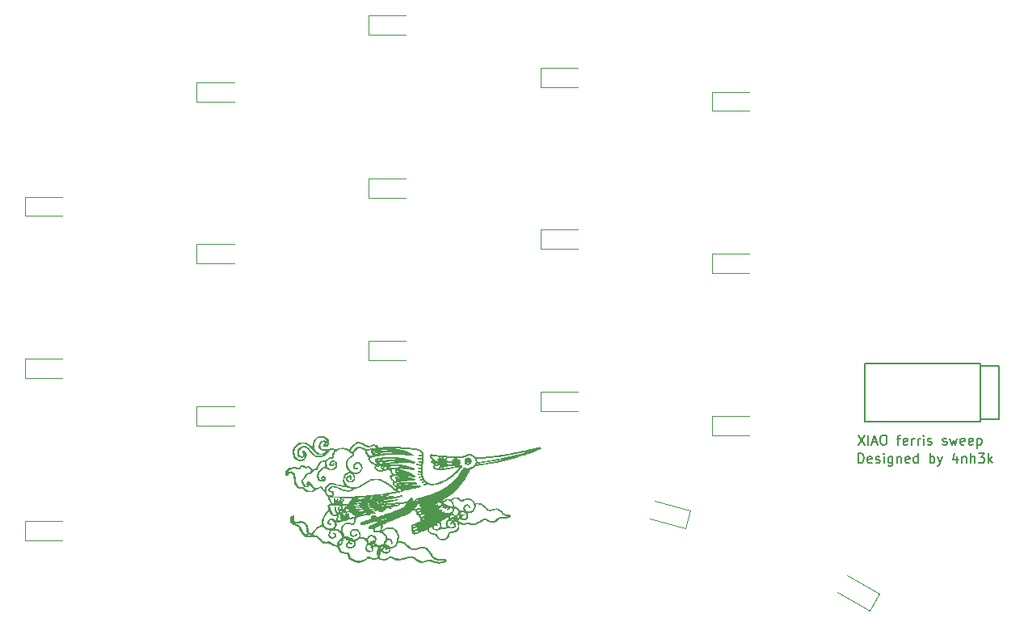
<source format=gto>
G04 #@! TF.GenerationSoftware,KiCad,Pcbnew,(6.0.5)*
G04 #@! TF.CreationDate,2022-07-31T11:40:15+07:00*
G04 #@! TF.ProjectId,TrongDong34,54726f6e-6744-46f6-9e67-33342e6b6963,rev?*
G04 #@! TF.SameCoordinates,Original*
G04 #@! TF.FileFunction,Legend,Top*
G04 #@! TF.FilePolarity,Positive*
%FSLAX46Y46*%
G04 Gerber Fmt 4.6, Leading zero omitted, Abs format (unit mm)*
G04 Created by KiCad (PCBNEW (6.0.5)) date 2022-07-31 11:40:15*
%MOMM*%
%LPD*%
G01*
G04 APERTURE LIST*
%ADD10C,0.150000*%
%ADD11C,0.120000*%
G04 APERTURE END LIST*
D10*
X112118000Y-70064380D02*
X112784666Y-71064380D01*
X112784666Y-70064380D02*
X112118000Y-71064380D01*
X113165619Y-71064380D02*
X113165619Y-70064380D01*
X113594190Y-70778666D02*
X114070380Y-70778666D01*
X113498952Y-71064380D02*
X113832285Y-70064380D01*
X114165619Y-71064380D01*
X114689428Y-70064380D02*
X114879904Y-70064380D01*
X114975142Y-70112000D01*
X115070380Y-70207238D01*
X115118000Y-70397714D01*
X115118000Y-70731047D01*
X115070380Y-70921523D01*
X114975142Y-71016761D01*
X114879904Y-71064380D01*
X114689428Y-71064380D01*
X114594190Y-71016761D01*
X114498952Y-70921523D01*
X114451333Y-70731047D01*
X114451333Y-70397714D01*
X114498952Y-70207238D01*
X114594190Y-70112000D01*
X114689428Y-70064380D01*
X116165619Y-70397714D02*
X116546571Y-70397714D01*
X116308476Y-71064380D02*
X116308476Y-70207238D01*
X116356095Y-70112000D01*
X116451333Y-70064380D01*
X116546571Y-70064380D01*
X117260857Y-71016761D02*
X117165619Y-71064380D01*
X116975142Y-71064380D01*
X116879904Y-71016761D01*
X116832285Y-70921523D01*
X116832285Y-70540571D01*
X116879904Y-70445333D01*
X116975142Y-70397714D01*
X117165619Y-70397714D01*
X117260857Y-70445333D01*
X117308476Y-70540571D01*
X117308476Y-70635809D01*
X116832285Y-70731047D01*
X117737047Y-71064380D02*
X117737047Y-70397714D01*
X117737047Y-70588190D02*
X117784666Y-70492952D01*
X117832285Y-70445333D01*
X117927523Y-70397714D01*
X118022761Y-70397714D01*
X118356095Y-71064380D02*
X118356095Y-70397714D01*
X118356095Y-70588190D02*
X118403714Y-70492952D01*
X118451333Y-70445333D01*
X118546571Y-70397714D01*
X118641809Y-70397714D01*
X118975142Y-71064380D02*
X118975142Y-70397714D01*
X118975142Y-70064380D02*
X118927523Y-70112000D01*
X118975142Y-70159619D01*
X119022761Y-70112000D01*
X118975142Y-70064380D01*
X118975142Y-70159619D01*
X119403714Y-71016761D02*
X119498952Y-71064380D01*
X119689428Y-71064380D01*
X119784666Y-71016761D01*
X119832285Y-70921523D01*
X119832285Y-70873904D01*
X119784666Y-70778666D01*
X119689428Y-70731047D01*
X119546571Y-70731047D01*
X119451333Y-70683428D01*
X119403714Y-70588190D01*
X119403714Y-70540571D01*
X119451333Y-70445333D01*
X119546571Y-70397714D01*
X119689428Y-70397714D01*
X119784666Y-70445333D01*
X120975142Y-71016761D02*
X121070380Y-71064380D01*
X121260857Y-71064380D01*
X121356095Y-71016761D01*
X121403714Y-70921523D01*
X121403714Y-70873904D01*
X121356095Y-70778666D01*
X121260857Y-70731047D01*
X121118000Y-70731047D01*
X121022761Y-70683428D01*
X120975142Y-70588190D01*
X120975142Y-70540571D01*
X121022761Y-70445333D01*
X121118000Y-70397714D01*
X121260857Y-70397714D01*
X121356095Y-70445333D01*
X121737047Y-70397714D02*
X121927523Y-71064380D01*
X122118000Y-70588190D01*
X122308476Y-71064380D01*
X122498952Y-70397714D01*
X123260857Y-71016761D02*
X123165619Y-71064380D01*
X122975142Y-71064380D01*
X122879904Y-71016761D01*
X122832285Y-70921523D01*
X122832285Y-70540571D01*
X122879904Y-70445333D01*
X122975142Y-70397714D01*
X123165619Y-70397714D01*
X123260857Y-70445333D01*
X123308476Y-70540571D01*
X123308476Y-70635809D01*
X122832285Y-70731047D01*
X124118000Y-71016761D02*
X124022761Y-71064380D01*
X123832285Y-71064380D01*
X123737047Y-71016761D01*
X123689428Y-70921523D01*
X123689428Y-70540571D01*
X123737047Y-70445333D01*
X123832285Y-70397714D01*
X124022761Y-70397714D01*
X124118000Y-70445333D01*
X124165619Y-70540571D01*
X124165619Y-70635809D01*
X123689428Y-70731047D01*
X124594190Y-70397714D02*
X124594190Y-71397714D01*
X124594190Y-70445333D02*
X124689428Y-70397714D01*
X124879904Y-70397714D01*
X124975142Y-70445333D01*
X125022761Y-70492952D01*
X125070380Y-70588190D01*
X125070380Y-70873904D01*
X125022761Y-70969142D01*
X124975142Y-71016761D01*
X124879904Y-71064380D01*
X124689428Y-71064380D01*
X124594190Y-71016761D01*
X112149809Y-72969380D02*
X112149809Y-71969380D01*
X112387904Y-71969380D01*
X112530761Y-72017000D01*
X112626000Y-72112238D01*
X112673619Y-72207476D01*
X112721238Y-72397952D01*
X112721238Y-72540809D01*
X112673619Y-72731285D01*
X112626000Y-72826523D01*
X112530761Y-72921761D01*
X112387904Y-72969380D01*
X112149809Y-72969380D01*
X113530761Y-72921761D02*
X113435523Y-72969380D01*
X113245047Y-72969380D01*
X113149809Y-72921761D01*
X113102190Y-72826523D01*
X113102190Y-72445571D01*
X113149809Y-72350333D01*
X113245047Y-72302714D01*
X113435523Y-72302714D01*
X113530761Y-72350333D01*
X113578380Y-72445571D01*
X113578380Y-72540809D01*
X113102190Y-72636047D01*
X113959333Y-72921761D02*
X114054571Y-72969380D01*
X114245047Y-72969380D01*
X114340285Y-72921761D01*
X114387904Y-72826523D01*
X114387904Y-72778904D01*
X114340285Y-72683666D01*
X114245047Y-72636047D01*
X114102190Y-72636047D01*
X114006952Y-72588428D01*
X113959333Y-72493190D01*
X113959333Y-72445571D01*
X114006952Y-72350333D01*
X114102190Y-72302714D01*
X114245047Y-72302714D01*
X114340285Y-72350333D01*
X114816476Y-72969380D02*
X114816476Y-72302714D01*
X114816476Y-71969380D02*
X114768857Y-72017000D01*
X114816476Y-72064619D01*
X114864095Y-72017000D01*
X114816476Y-71969380D01*
X114816476Y-72064619D01*
X115721238Y-72302714D02*
X115721238Y-73112238D01*
X115673619Y-73207476D01*
X115626000Y-73255095D01*
X115530761Y-73302714D01*
X115387904Y-73302714D01*
X115292666Y-73255095D01*
X115721238Y-72921761D02*
X115626000Y-72969380D01*
X115435523Y-72969380D01*
X115340285Y-72921761D01*
X115292666Y-72874142D01*
X115245047Y-72778904D01*
X115245047Y-72493190D01*
X115292666Y-72397952D01*
X115340285Y-72350333D01*
X115435523Y-72302714D01*
X115626000Y-72302714D01*
X115721238Y-72350333D01*
X116197428Y-72302714D02*
X116197428Y-72969380D01*
X116197428Y-72397952D02*
X116245047Y-72350333D01*
X116340285Y-72302714D01*
X116483142Y-72302714D01*
X116578380Y-72350333D01*
X116626000Y-72445571D01*
X116626000Y-72969380D01*
X117483142Y-72921761D02*
X117387904Y-72969380D01*
X117197428Y-72969380D01*
X117102190Y-72921761D01*
X117054571Y-72826523D01*
X117054571Y-72445571D01*
X117102190Y-72350333D01*
X117197428Y-72302714D01*
X117387904Y-72302714D01*
X117483142Y-72350333D01*
X117530761Y-72445571D01*
X117530761Y-72540809D01*
X117054571Y-72636047D01*
X118387904Y-72969380D02*
X118387904Y-71969380D01*
X118387904Y-72921761D02*
X118292666Y-72969380D01*
X118102190Y-72969380D01*
X118006952Y-72921761D01*
X117959333Y-72874142D01*
X117911714Y-72778904D01*
X117911714Y-72493190D01*
X117959333Y-72397952D01*
X118006952Y-72350333D01*
X118102190Y-72302714D01*
X118292666Y-72302714D01*
X118387904Y-72350333D01*
X119626000Y-72969380D02*
X119626000Y-71969380D01*
X119626000Y-72350333D02*
X119721238Y-72302714D01*
X119911714Y-72302714D01*
X120006952Y-72350333D01*
X120054571Y-72397952D01*
X120102190Y-72493190D01*
X120102190Y-72778904D01*
X120054571Y-72874142D01*
X120006952Y-72921761D01*
X119911714Y-72969380D01*
X119721238Y-72969380D01*
X119626000Y-72921761D01*
X120435523Y-72302714D02*
X120673619Y-72969380D01*
X120911714Y-72302714D02*
X120673619Y-72969380D01*
X120578380Y-73207476D01*
X120530761Y-73255095D01*
X120435523Y-73302714D01*
X122483142Y-72302714D02*
X122483142Y-72969380D01*
X122245047Y-71921761D02*
X122006952Y-72636047D01*
X122626000Y-72636047D01*
X123006952Y-72302714D02*
X123006952Y-72969380D01*
X123006952Y-72397952D02*
X123054571Y-72350333D01*
X123149809Y-72302714D01*
X123292666Y-72302714D01*
X123387904Y-72350333D01*
X123435523Y-72445571D01*
X123435523Y-72969380D01*
X123911714Y-72969380D02*
X123911714Y-71969380D01*
X124340285Y-72969380D02*
X124340285Y-72445571D01*
X124292666Y-72350333D01*
X124197428Y-72302714D01*
X124054571Y-72302714D01*
X123959333Y-72350333D01*
X123911714Y-72397952D01*
X124721238Y-71969380D02*
X125340285Y-71969380D01*
X125006952Y-72350333D01*
X125149809Y-72350333D01*
X125245047Y-72397952D01*
X125292666Y-72445571D01*
X125340285Y-72540809D01*
X125340285Y-72778904D01*
X125292666Y-72874142D01*
X125245047Y-72921761D01*
X125149809Y-72969380D01*
X124864095Y-72969380D01*
X124768857Y-72921761D01*
X124721238Y-72874142D01*
X125768857Y-72969380D02*
X125768857Y-71969380D01*
X125864095Y-72588428D02*
X126149809Y-72969380D01*
X126149809Y-72302714D02*
X125768857Y-72683666D01*
D11*
X96830000Y-34080000D02*
X100730000Y-34080000D01*
X96830000Y-34080000D02*
X96830000Y-36080000D01*
X96830000Y-36080000D02*
X100730000Y-36080000D01*
X42830000Y-50054000D02*
X46730000Y-50054000D01*
X42830000Y-52054000D02*
X46730000Y-52054000D01*
X42830000Y-50054000D02*
X42830000Y-52054000D01*
X24830000Y-45080000D02*
X24830000Y-47080000D01*
X24830000Y-45080000D02*
X28730000Y-45080000D01*
X24830000Y-47080000D02*
X28730000Y-47080000D01*
X113308557Y-88441025D02*
X114308557Y-86708975D01*
X113308557Y-88441025D02*
X109931058Y-86491025D01*
X114308557Y-86708975D02*
X110931058Y-84758975D01*
X60830000Y-26080000D02*
X60830000Y-28080000D01*
X60830000Y-28080000D02*
X64730000Y-28080000D01*
X60830000Y-26080000D02*
X64730000Y-26080000D01*
X78830000Y-67548000D02*
X82730000Y-67548000D01*
X78830000Y-65548000D02*
X78830000Y-67548000D01*
X78830000Y-65548000D02*
X82730000Y-65548000D01*
X96810000Y-68088000D02*
X96810000Y-70088000D01*
X96810000Y-70088000D02*
X100710000Y-70088000D01*
X96810000Y-68088000D02*
X100710000Y-68088000D01*
X24830000Y-81080000D02*
X28730000Y-81080000D01*
X24830000Y-79080000D02*
X24830000Y-81080000D01*
X24830000Y-79080000D02*
X28730000Y-79080000D01*
X96810000Y-51070000D02*
X96810000Y-53070000D01*
X96810000Y-53070000D02*
X100710000Y-53070000D01*
X96810000Y-51070000D02*
X100710000Y-51070000D01*
D10*
X126886000Y-68376000D02*
X126886000Y-62776000D01*
X112786000Y-68626000D02*
X112786000Y-62526000D01*
X124886000Y-68376000D02*
X126886000Y-68376000D01*
X124886000Y-62776000D02*
X126886000Y-62776000D01*
X124886000Y-68626000D02*
X124886000Y-62526000D01*
X124886000Y-62526000D02*
X112786000Y-62526000D01*
X124886000Y-68626000D02*
X112786000Y-68626000D01*
D11*
X60830000Y-62214000D02*
X64730000Y-62214000D01*
X60830000Y-60214000D02*
X64730000Y-60214000D01*
X60830000Y-60214000D02*
X60830000Y-62214000D01*
X24830000Y-62080000D02*
X24830000Y-64080000D01*
X24830000Y-62080000D02*
X28730000Y-62080000D01*
X24830000Y-64080000D02*
X28730000Y-64080000D01*
X78830000Y-31580000D02*
X82730000Y-31580000D01*
X78830000Y-33580000D02*
X82730000Y-33580000D01*
X78830000Y-31580000D02*
X78830000Y-33580000D01*
X94014514Y-79848269D02*
X94532152Y-77916417D01*
X94532152Y-77916417D02*
X90765041Y-76907023D01*
X94014514Y-79848269D02*
X90247403Y-78838874D01*
X42830000Y-33080000D02*
X46730000Y-33080000D01*
X42830000Y-35080000D02*
X46730000Y-35080000D01*
X42830000Y-33080000D02*
X42830000Y-35080000D01*
X42830000Y-69072000D02*
X46730000Y-69072000D01*
X42830000Y-67072000D02*
X46730000Y-67072000D01*
X42830000Y-67072000D02*
X42830000Y-69072000D01*
G36*
X67581042Y-73249808D02*
G01*
X67626502Y-73174006D01*
X67640457Y-73142493D01*
X67628415Y-73110677D01*
X67584061Y-73065765D01*
X67564738Y-73048883D01*
X67508826Y-73002093D01*
X69062031Y-73002093D01*
X69071734Y-73005596D01*
X69123810Y-73035781D01*
X69142336Y-73089817D01*
X69146023Y-73119064D01*
X69154443Y-73138257D01*
X69175670Y-73148019D01*
X69217778Y-73148974D01*
X69288842Y-73141748D01*
X69396935Y-73126964D01*
X69476424Y-73115648D01*
X69540211Y-73098224D01*
X69579137Y-73072098D01*
X69581993Y-73066925D01*
X69615808Y-73035087D01*
X69640259Y-73029019D01*
X69644396Y-73022212D01*
X69608178Y-73007015D01*
X69561749Y-72992998D01*
X69438354Y-72972635D01*
X69281104Y-72971412D01*
X69223917Y-72974842D01*
X69127863Y-72983715D01*
X69072632Y-72993055D01*
X69062031Y-73002093D01*
X67508826Y-73002093D01*
X67496957Y-72992160D01*
X67435542Y-72943435D01*
X67419948Y-72931855D01*
X68502251Y-72931855D01*
X68510755Y-72959541D01*
X68529946Y-72978489D01*
X68540893Y-72959642D01*
X68541080Y-72920575D01*
X68539880Y-72918646D01*
X69972621Y-72918646D01*
X69986133Y-72951948D01*
X69997645Y-72956183D01*
X70019846Y-72935914D01*
X70022670Y-72918646D01*
X70009157Y-72885344D01*
X69997645Y-72881109D01*
X69975444Y-72901377D01*
X69972621Y-72918646D01*
X68539880Y-72918646D01*
X68536311Y-72912911D01*
X68512244Y-72907080D01*
X68502251Y-72931855D01*
X67419948Y-72931855D01*
X67417147Y-72929775D01*
X67381387Y-72894226D01*
X67373178Y-72847035D01*
X67373659Y-72843572D01*
X67595281Y-72843572D01*
X67607793Y-72856084D01*
X67620305Y-72843572D01*
X67607793Y-72831059D01*
X67595281Y-72843572D01*
X67373659Y-72843572D01*
X67379741Y-72799806D01*
X67407538Y-72724340D01*
X67445693Y-72693246D01*
X67466254Y-72682470D01*
X67470125Y-72662295D01*
X67454083Y-72624446D01*
X67414908Y-72560650D01*
X67364753Y-72485382D01*
X67283316Y-72350794D01*
X67240471Y-72244081D01*
X67238921Y-72218136D01*
X67424098Y-72218136D01*
X67432034Y-72241982D01*
X67461751Y-72294992D01*
X67505746Y-72365742D01*
X67556518Y-72442808D01*
X67606565Y-72514765D01*
X67648385Y-72570188D01*
X67672317Y-72596131D01*
X67722099Y-72622152D01*
X67782825Y-72641936D01*
X67870499Y-72674706D01*
X67913900Y-72722201D01*
X67920601Y-72759050D01*
X67928498Y-72787910D01*
X67960327Y-72801771D01*
X68028291Y-72805386D01*
X68039468Y-72805358D01*
X68158335Y-72804681D01*
X68062988Y-72716056D01*
X68008610Y-72656449D01*
X67978407Y-72604905D01*
X67975657Y-72585354D01*
X68004677Y-72546982D01*
X68064140Y-72536675D01*
X68142421Y-72555380D01*
X68172723Y-72569271D01*
X68225471Y-72595100D01*
X68244627Y-72594996D01*
X68241030Y-72566064D01*
X68237320Y-72552021D01*
X68225505Y-72482438D01*
X68221238Y-72415495D01*
X68221040Y-72370578D01*
X68371044Y-72370578D01*
X68380848Y-72400776D01*
X68405231Y-72457311D01*
X68413650Y-72475349D01*
X68456255Y-72565134D01*
X68479915Y-72507150D01*
X68679120Y-72507150D01*
X68685385Y-72540475D01*
X68700187Y-72583276D01*
X68724756Y-72589596D01*
X68769549Y-72569278D01*
X68830279Y-72530597D01*
X68870167Y-72494877D01*
X68920396Y-72461426D01*
X68974533Y-72460932D01*
X69012364Y-72493034D01*
X69014252Y-72497441D01*
X69014023Y-72547711D01*
X68991726Y-72606359D01*
X68953177Y-72673526D01*
X69043736Y-72670962D01*
X69106574Y-72674814D01*
X69135039Y-72696100D01*
X69141722Y-72720358D01*
X69126602Y-72774856D01*
X69091673Y-72801985D01*
X69074634Y-72814759D01*
X69088255Y-72821791D01*
X69137967Y-72823462D01*
X69229198Y-72820157D01*
X69296955Y-72816478D01*
X69409396Y-72808416D01*
X69504942Y-72798664D01*
X69571381Y-72788634D01*
X69594208Y-72782107D01*
X69613885Y-72759594D01*
X69600465Y-72745459D01*
X69577111Y-72708522D01*
X69572226Y-72676806D01*
X69578901Y-72644146D01*
X69607999Y-72632229D01*
X69670097Y-72634939D01*
X69731519Y-72638534D01*
X69753514Y-72629809D01*
X69746178Y-72603675D01*
X69743244Y-72598075D01*
X69728586Y-72535318D01*
X69755989Y-72493206D01*
X69807698Y-72480715D01*
X70022670Y-72480715D01*
X70031826Y-72501313D01*
X70039353Y-72497398D01*
X70042348Y-72467699D01*
X70039353Y-72464031D01*
X70024476Y-72467467D01*
X70022670Y-72480715D01*
X69807698Y-72480715D01*
X69859995Y-72473013D01*
X69882726Y-72459425D01*
X69862805Y-72452685D01*
X69799727Y-72445557D01*
X69700374Y-72438490D01*
X69571630Y-72431932D01*
X69420380Y-72426331D01*
X69339917Y-72424067D01*
X69176079Y-72419247D01*
X69027578Y-72413605D01*
X68902246Y-72407539D01*
X68807914Y-72401452D01*
X68752413Y-72395743D01*
X68742418Y-72393497D01*
X68703977Y-72398114D01*
X68681376Y-72439869D01*
X68679120Y-72507150D01*
X68479915Y-72507150D01*
X68490338Y-72481606D01*
X68510319Y-72422254D01*
X68506286Y-72390435D01*
X68491526Y-72377218D01*
X68447040Y-72360603D01*
X68399678Y-72356580D01*
X68372173Y-72366401D01*
X68371044Y-72370578D01*
X68221040Y-72370578D01*
X68220896Y-72337763D01*
X68026955Y-72321424D01*
X67900271Y-72306412D01*
X67757116Y-72282997D01*
X67632926Y-72257241D01*
X67539854Y-72236209D01*
X67467519Y-72222167D01*
X67427906Y-72217359D01*
X67424098Y-72218136D01*
X67238921Y-72218136D01*
X67235570Y-72162056D01*
X67267963Y-72101531D01*
X67283724Y-72087930D01*
X67350948Y-72064974D01*
X67462786Y-72063006D01*
X67618439Y-72081982D01*
X67791943Y-72116176D01*
X67944791Y-72144385D01*
X68138806Y-72171007D01*
X68366041Y-72195650D01*
X68618548Y-72217921D01*
X68888378Y-72237428D01*
X69167583Y-72253781D01*
X69448215Y-72266586D01*
X69722326Y-72275453D01*
X69981968Y-72279988D01*
X70219192Y-72279801D01*
X70426050Y-72274499D01*
X70594594Y-72263691D01*
X70653314Y-72257252D01*
X70772376Y-72233814D01*
X70866677Y-72199505D01*
X70895651Y-72182471D01*
X71034077Y-72106521D01*
X71194961Y-72062731D01*
X71387575Y-72048393D01*
X71574561Y-72059704D01*
X71730002Y-72097813D01*
X71867162Y-72167224D01*
X71970373Y-72246329D01*
X72035666Y-72302002D01*
X72086521Y-72336796D01*
X72138738Y-72356487D01*
X72208116Y-72366852D01*
X72310457Y-72373668D01*
X72320149Y-72374211D01*
X72424944Y-72374863D01*
X72573522Y-72368198D01*
X72760257Y-72354880D01*
X72979522Y-72335575D01*
X73225691Y-72310948D01*
X73493139Y-72281664D01*
X73776240Y-72248388D01*
X74069367Y-72211786D01*
X74366894Y-72172523D01*
X74663196Y-72131264D01*
X74952646Y-72088674D01*
X75229618Y-72045419D01*
X75488487Y-72002164D01*
X75534239Y-71994163D01*
X75686547Y-71966373D01*
X75872593Y-71930928D01*
X76081818Y-71889972D01*
X76303665Y-71845652D01*
X76409671Y-71824091D01*
X77340716Y-71824091D01*
X77365313Y-71828099D01*
X77397771Y-71823498D01*
X77398158Y-71814955D01*
X77364666Y-71808981D01*
X77350194Y-71812979D01*
X77340716Y-71824091D01*
X76409671Y-71824091D01*
X76527575Y-71800110D01*
X76564138Y-71792537D01*
X77454985Y-71792537D01*
X77467497Y-71805050D01*
X77480010Y-71792537D01*
X77467497Y-71780025D01*
X77454985Y-71792537D01*
X76564138Y-71792537D01*
X76742990Y-71755493D01*
X76939353Y-71713944D01*
X77106105Y-71677608D01*
X77217251Y-71652288D01*
X77447632Y-71598142D01*
X77635987Y-71554062D01*
X77788983Y-71518537D01*
X77913283Y-71490050D01*
X78015554Y-71467089D01*
X78102460Y-71448138D01*
X78180667Y-71431684D01*
X78253129Y-71416955D01*
X78364761Y-71392757D01*
X78470607Y-71366703D01*
X78551007Y-71343698D01*
X78562827Y-71339709D01*
X78679781Y-71309667D01*
X78779582Y-71305470D01*
X78852456Y-71326591D01*
X78882636Y-71356937D01*
X78901824Y-71435119D01*
X78872327Y-71504668D01*
X78795043Y-71563773D01*
X78775278Y-71573558D01*
X78706184Y-71603272D01*
X78596512Y-71647420D01*
X78452782Y-71703494D01*
X78281511Y-71768990D01*
X78089218Y-71841402D01*
X77882422Y-71918224D01*
X77792818Y-71951199D01*
X77672291Y-71993715D01*
X77513644Y-72047123D01*
X77326800Y-72108275D01*
X77121678Y-72174025D01*
X76908201Y-72241227D01*
X76696288Y-72306734D01*
X76495861Y-72367400D01*
X76316841Y-72420077D01*
X76291340Y-72427413D01*
X75607140Y-72614052D01*
X74924157Y-72781885D01*
X74251430Y-72928997D01*
X73597998Y-73053474D01*
X72972901Y-73153400D01*
X72675281Y-73193374D01*
X72484577Y-73217934D01*
X72336574Y-73239146D01*
X72224188Y-73258809D01*
X72140336Y-73278722D01*
X72077933Y-73300684D01*
X72029897Y-73326492D01*
X71989144Y-73357946D01*
X71974591Y-73371282D01*
X71909093Y-73423613D01*
X71820545Y-73481915D01*
X71721981Y-73539031D01*
X71626435Y-73587803D01*
X71546941Y-73621073D01*
X71500090Y-73631848D01*
X71461840Y-73651593D01*
X71439136Y-73714509D01*
X71439069Y-73714868D01*
X71417948Y-73781783D01*
X71375377Y-73882331D01*
X71316042Y-74007466D01*
X71244632Y-74148139D01*
X71165835Y-74295303D01*
X71084337Y-74439911D01*
X71004828Y-74572915D01*
X70950485Y-74657857D01*
X70648533Y-75075500D01*
X70309386Y-75474122D01*
X69930388Y-75856275D01*
X69508885Y-76224510D01*
X69042223Y-76581381D01*
X68714314Y-76807866D01*
X68614800Y-76876482D01*
X68534174Y-76936791D01*
X68479767Y-76982948D01*
X68458913Y-77009104D01*
X68459288Y-77011237D01*
X68499287Y-77034794D01*
X68561271Y-77017330D01*
X68640875Y-76960374D01*
X68663388Y-76939790D01*
X68807000Y-76831713D01*
X68964246Y-76763622D01*
X69126114Y-76737911D01*
X69283592Y-76756974D01*
X69314787Y-76766724D01*
X69382360Y-76787727D01*
X69421537Y-76789038D01*
X69450252Y-76769892D01*
X69459044Y-76760558D01*
X69521271Y-76711920D01*
X69615505Y-76660637D01*
X69724742Y-76614212D01*
X69831978Y-76580146D01*
X69895974Y-76567763D01*
X70062911Y-76572666D01*
X70228435Y-76624993D01*
X70386076Y-76722379D01*
X70437229Y-76765791D01*
X70571237Y-76888267D01*
X70766165Y-76794628D01*
X70872376Y-76746587D01*
X70959607Y-76717013D01*
X71049717Y-76700490D01*
X71164561Y-76691605D01*
X71186315Y-76690548D01*
X71310208Y-76687460D01*
X71402835Y-76693110D01*
X71482536Y-76709609D01*
X71550409Y-76732448D01*
X71691645Y-76807814D01*
X71821813Y-76917429D01*
X71923362Y-77045918D01*
X71938801Y-77072728D01*
X71985972Y-77160320D01*
X72232933Y-77160320D01*
X72434992Y-77168376D01*
X72603303Y-77196067D01*
X72749447Y-77248676D01*
X72885009Y-77331488D01*
X73021571Y-77449787D01*
X73139740Y-77573988D01*
X73262166Y-77701420D01*
X73370047Y-77789035D01*
X73474363Y-77840070D01*
X73586095Y-77857761D01*
X73716222Y-77845342D01*
X73875724Y-77806049D01*
X73901488Y-77798449D01*
X74085845Y-77752778D01*
X74241853Y-77737087D01*
X74381359Y-77751535D01*
X74516211Y-77796284D01*
X74539997Y-77807140D01*
X74635341Y-77861041D01*
X74716223Y-77922423D01*
X74752706Y-77960878D01*
X74872710Y-78110983D01*
X74979036Y-78220654D01*
X75079681Y-78294574D01*
X75182639Y-78337422D01*
X75295907Y-78353880D01*
X75416783Y-78349673D01*
X75543234Y-78342999D01*
X75628235Y-78352852D01*
X75678470Y-78382046D01*
X75700621Y-78433396D01*
X75703261Y-78470275D01*
X75685643Y-78555002D01*
X75629381Y-78624404D01*
X75529365Y-78684204D01*
X75501233Y-78696535D01*
X75423616Y-78729047D01*
X75358230Y-78756522D01*
X75340404Y-78764045D01*
X75246591Y-78791973D01*
X75122442Y-78813227D01*
X74987466Y-78825601D01*
X74861176Y-78826888D01*
X74814636Y-78823508D01*
X74676557Y-78815929D01*
X74569648Y-78830308D01*
X74478128Y-78871265D01*
X74386219Y-78943416D01*
X74377574Y-78951424D01*
X74289669Y-79025570D01*
X74184949Y-79102687D01*
X74114211Y-79148715D01*
X74029973Y-79196237D01*
X73961565Y-79222955D01*
X73887159Y-79234715D01*
X73784927Y-79237364D01*
X73783261Y-79237365D01*
X73678953Y-79232818D01*
X73586071Y-79216169D01*
X73492235Y-79182902D01*
X73385063Y-79128505D01*
X73252175Y-79048462D01*
X73234452Y-79037261D01*
X73109507Y-78977664D01*
X72992182Y-78964772D01*
X72884314Y-78993375D01*
X72836158Y-79017482D01*
X72755457Y-79061255D01*
X72652732Y-79118859D01*
X72538505Y-79184464D01*
X72516864Y-79197064D01*
X72344448Y-79295595D01*
X72204914Y-79369586D01*
X72089546Y-79422325D01*
X71989626Y-79457099D01*
X71896437Y-79477194D01*
X71801262Y-79485900D01*
X71748012Y-79487017D01*
X71644053Y-79484977D01*
X71570855Y-79474945D01*
X71509238Y-79452239D01*
X71440025Y-79412178D01*
X71439131Y-79411611D01*
X71319291Y-79335611D01*
X71177729Y-79390511D01*
X71053130Y-79425571D01*
X70907387Y-79446076D01*
X70755382Y-79451906D01*
X70611997Y-79442943D01*
X70492113Y-79419068D01*
X70435576Y-79396437D01*
X70335478Y-79342800D01*
X70335478Y-79584122D01*
X70327202Y-79757631D01*
X70299535Y-79893958D01*
X70248217Y-80003624D01*
X70168990Y-80097153D01*
X70106564Y-80149689D01*
X69981765Y-80226793D01*
X69833836Y-80282290D01*
X69652990Y-80319316D01*
X69534067Y-80333117D01*
X69339906Y-80350961D01*
X69309417Y-80463572D01*
X69254469Y-80628325D01*
X69184245Y-80761650D01*
X69090586Y-80880276D01*
X68958528Y-80997891D01*
X68815603Y-81071350D01*
X68649961Y-81106537D01*
X68631714Y-81108175D01*
X68445406Y-81100011D01*
X68275469Y-81044932D01*
X68123307Y-80943783D01*
X67990324Y-80797409D01*
X67913657Y-80676281D01*
X67868046Y-80596616D01*
X67832353Y-80550313D01*
X67793045Y-80526520D01*
X67736587Y-80514385D01*
X67706845Y-80510449D01*
X67498678Y-80469690D01*
X67328634Y-80402976D01*
X67190021Y-80306630D01*
X67076145Y-80176977D01*
X67062057Y-80156353D01*
X67012239Y-80078940D01*
X66973254Y-80014048D01*
X66954722Y-79978281D01*
X66939899Y-79956863D01*
X66911174Y-79957915D01*
X66855090Y-79982777D01*
X66841691Y-79989558D01*
X66712632Y-80052161D01*
X66561497Y-80120253D01*
X66397227Y-80190326D01*
X66228760Y-80258875D01*
X66065036Y-80322391D01*
X65914994Y-80377370D01*
X65787573Y-80420302D01*
X65691712Y-80447683D01*
X65655579Y-80454857D01*
X65553311Y-80450487D01*
X65479851Y-80405203D01*
X65435354Y-80319125D01*
X65426093Y-80275887D01*
X65414472Y-80231672D01*
X65593310Y-80231672D01*
X65600839Y-80269016D01*
X65628271Y-80285504D01*
X65682873Y-80281210D01*
X65771912Y-80256210D01*
X65836671Y-80234198D01*
X65919845Y-80203409D01*
X65964852Y-80179708D01*
X65981218Y-80155013D01*
X65978469Y-80121238D01*
X65977043Y-80115077D01*
X65964289Y-80065440D01*
X65959454Y-80050665D01*
X66168877Y-80050665D01*
X66181389Y-80063178D01*
X66193901Y-80050665D01*
X66181389Y-80038153D01*
X66168877Y-80050665D01*
X65959454Y-80050665D01*
X65957693Y-80045285D01*
X65934235Y-80050828D01*
X65875638Y-80070365D01*
X65793498Y-80099984D01*
X65773529Y-80107424D01*
X65679850Y-80144844D01*
X65624812Y-80174390D01*
X65599093Y-80202488D01*
X65593310Y-80231672D01*
X65414472Y-80231672D01*
X65408044Y-80207214D01*
X65382505Y-80160912D01*
X65375418Y-80155000D01*
X65328452Y-80100194D01*
X65309951Y-80025325D01*
X66218926Y-80025325D01*
X66228061Y-80036087D01*
X66260306Y-80028447D01*
X66322920Y-79999825D01*
X66394098Y-79963079D01*
X66462731Y-79925462D01*
X66506540Y-79898769D01*
X66516079Y-79889186D01*
X66484476Y-79897844D01*
X66425848Y-79921247D01*
X66355093Y-79952570D01*
X66287110Y-79984986D01*
X66236798Y-80011670D01*
X66218926Y-80025325D01*
X65309951Y-80025325D01*
X65307302Y-80014603D01*
X65311207Y-79965180D01*
X65474052Y-79965180D01*
X65491236Y-79997337D01*
X65537476Y-80004317D01*
X65617484Y-79986570D01*
X65735974Y-79944548D01*
X65762226Y-79934253D01*
X65837200Y-79902195D01*
X65875037Y-79875493D01*
X66544246Y-79875493D01*
X66556758Y-79888005D01*
X66569271Y-79875493D01*
X66556758Y-79862981D01*
X66544246Y-79875493D01*
X65875037Y-79875493D01*
X65876426Y-79874513D01*
X65886564Y-79850468D01*
X66594295Y-79850468D01*
X66606808Y-79862981D01*
X66607883Y-79861906D01*
X67130854Y-79861906D01*
X67135283Y-79921568D01*
X67173756Y-80003894D01*
X67213677Y-80063178D01*
X67295668Y-80163379D01*
X67377226Y-80235415D01*
X67471355Y-80286584D01*
X67591060Y-80324183D01*
X67728203Y-80351896D01*
X67839666Y-80374225D01*
X67918767Y-80401831D01*
X67978288Y-80444374D01*
X68031013Y-80511512D01*
X68089724Y-80612905D01*
X68100778Y-80633419D01*
X68203669Y-80775117D01*
X68338828Y-80881453D01*
X68439811Y-80928360D01*
X68562218Y-80957841D01*
X68675491Y-80950031D01*
X68741592Y-80930270D01*
X68852352Y-80867159D01*
X68958971Y-80764633D01*
X69053424Y-80633175D01*
X69127684Y-80483268D01*
X69160841Y-80382733D01*
X69188139Y-80302570D01*
X69220235Y-80240611D01*
X69238525Y-80219722D01*
X69286367Y-80202874D01*
X69367204Y-80191598D01*
X69447344Y-80188301D01*
X69656114Y-80169804D01*
X69835325Y-80115300D01*
X69982191Y-80026263D01*
X70093927Y-79904171D01*
X70140576Y-79820908D01*
X70178229Y-79727228D01*
X70193175Y-79649799D01*
X70189993Y-79562909D01*
X70188642Y-79550897D01*
X70142372Y-79347618D01*
X70067369Y-79168547D01*
X70020462Y-79126338D01*
X69944251Y-79112572D01*
X69851866Y-79129160D01*
X69836095Y-79134902D01*
X69802955Y-79152292D01*
X69815165Y-79169362D01*
X69828084Y-79176948D01*
X69884570Y-79234146D01*
X69925686Y-79326939D01*
X69946130Y-79441893D01*
X69947442Y-79479435D01*
X69925352Y-79610031D01*
X69859289Y-79716991D01*
X69750070Y-79799010D01*
X69745661Y-79801318D01*
X69662969Y-79826674D01*
X69551386Y-79838657D01*
X69428923Y-79837695D01*
X69313592Y-79824216D01*
X69223406Y-79798650D01*
X69203486Y-79788408D01*
X69122530Y-79739047D01*
X69007681Y-79816557D01*
X68877001Y-79879478D01*
X68729627Y-79909719D01*
X68583346Y-79905180D01*
X68486150Y-79878148D01*
X68423562Y-79854136D01*
X68388872Y-79851896D01*
X68364295Y-79872755D01*
X68353169Y-79888067D01*
X68275002Y-79960331D01*
X68163987Y-80012642D01*
X68034053Y-80042842D01*
X67899131Y-80048769D01*
X67773153Y-80028266D01*
X67687882Y-79991203D01*
X67591773Y-79917764D01*
X67538308Y-79838139D01*
X67520329Y-79741210D01*
X67520207Y-79730840D01*
X67520207Y-79656952D01*
X67677378Y-79656952D01*
X67680226Y-79726755D01*
X67721978Y-79796737D01*
X67805217Y-79865049D01*
X67910762Y-79898174D01*
X68023847Y-79894546D01*
X68129706Y-79852603D01*
X68145822Y-79841622D01*
X68229062Y-79760813D01*
X68290563Y-79662857D01*
X68319895Y-79565386D01*
X68320995Y-79545475D01*
X68309998Y-79479550D01*
X68282582Y-79392726D01*
X68247107Y-79307588D01*
X68211935Y-79246720D01*
X68209114Y-79243256D01*
X68186204Y-79250661D01*
X68133188Y-79276745D01*
X68085450Y-79302604D01*
X67967417Y-79368574D01*
X68044107Y-79415212D01*
X68105642Y-79470973D01*
X68120798Y-79523094D01*
X68103885Y-79580677D01*
X68059301Y-79602811D01*
X67996277Y-79587855D01*
X67945820Y-79554177D01*
X67869129Y-79509569D01*
X67799377Y-79513660D01*
X67731873Y-79567023D01*
X67719800Y-79581649D01*
X67677378Y-79656952D01*
X67520207Y-79656952D01*
X67520207Y-79634861D01*
X67363803Y-79725693D01*
X67279655Y-79772898D01*
X67207517Y-79810426D01*
X67162593Y-79830377D01*
X67161747Y-79830645D01*
X67130854Y-79861906D01*
X66607883Y-79861906D01*
X66619320Y-79850468D01*
X66606808Y-79837956D01*
X66594295Y-79850468D01*
X65886564Y-79850468D01*
X65891389Y-79839023D01*
X65892164Y-79823577D01*
X66647958Y-79823577D01*
X66653858Y-79836635D01*
X66667892Y-79837956D01*
X66701826Y-79819781D01*
X66706729Y-79813218D01*
X66702701Y-79798998D01*
X66683181Y-79803383D01*
X66647958Y-79823577D01*
X65892164Y-79823577D01*
X65893606Y-79794835D01*
X65889572Y-79737475D01*
X65878061Y-79724726D01*
X66093803Y-79724726D01*
X66104233Y-79735438D01*
X66140787Y-79726463D01*
X66211359Y-79695580D01*
X66231438Y-79686008D01*
X66277296Y-79661384D01*
X66284746Y-79651225D01*
X66268975Y-79653669D01*
X66184364Y-79678455D01*
X66121929Y-79703204D01*
X66094204Y-79722831D01*
X66093803Y-79724726D01*
X65878061Y-79724726D01*
X65873078Y-79719207D01*
X65849813Y-79724294D01*
X65804001Y-79741083D01*
X65728366Y-79768039D01*
X65650891Y-79795261D01*
X65558583Y-79832030D01*
X65505591Y-79866227D01*
X65482017Y-79904391D01*
X65481209Y-79907396D01*
X65474052Y-79965180D01*
X65311207Y-79965180D01*
X65315368Y-79912519D01*
X65325690Y-79839618D01*
X65313787Y-79797187D01*
X65302705Y-79785564D01*
X65280279Y-79742788D01*
X65268580Y-79671960D01*
X65267990Y-79651569D01*
X65273167Y-79596783D01*
X65515883Y-79596783D01*
X65525927Y-79615750D01*
X65565367Y-79648858D01*
X65593259Y-79648008D01*
X65644109Y-79628305D01*
X65652378Y-79625247D01*
X66344049Y-79625247D01*
X66356561Y-79637759D01*
X66369074Y-79625247D01*
X66356561Y-79612734D01*
X66344049Y-79625247D01*
X65652378Y-79625247D01*
X65701198Y-79607192D01*
X65752380Y-79576400D01*
X65752577Y-79575197D01*
X66444148Y-79575197D01*
X66456660Y-79587710D01*
X66469172Y-79575197D01*
X66456660Y-79562685D01*
X66444148Y-79575197D01*
X65752577Y-79575197D01*
X65757503Y-79545144D01*
X65744742Y-79499289D01*
X65743458Y-79486951D01*
X65722857Y-79483616D01*
X65669784Y-79497830D01*
X65619821Y-79516741D01*
X65549283Y-79548352D01*
X65517451Y-79572066D01*
X65515883Y-79596783D01*
X65273167Y-79596783D01*
X65274345Y-79584313D01*
X65297865Y-79528750D01*
X65345238Y-79478893D01*
X65423146Y-79428753D01*
X65430704Y-79425050D01*
X66794492Y-79425050D01*
X66807005Y-79437562D01*
X66819517Y-79425050D01*
X66807005Y-79412537D01*
X66794492Y-79425050D01*
X65430704Y-79425050D01*
X65481778Y-79400025D01*
X66844542Y-79400025D01*
X66857054Y-79412537D01*
X66869566Y-79400025D01*
X66857054Y-79387513D01*
X66844542Y-79400025D01*
X65481778Y-79400025D01*
X65538276Y-79372342D01*
X65619666Y-79336568D01*
X65728305Y-79289764D01*
X65827535Y-79246750D01*
X65903225Y-79213662D01*
X65931143Y-79201272D01*
X65998257Y-79171692D01*
X66050580Y-79149085D01*
X68349242Y-79149085D01*
X68401637Y-79233863D01*
X68439139Y-79322847D01*
X68461233Y-79447390D01*
X68465938Y-79504152D01*
X68474979Y-79605839D01*
X68488491Y-79669887D01*
X68510059Y-79708695D01*
X68530111Y-79726273D01*
X68612212Y-79757086D01*
X68715015Y-79758190D01*
X68819026Y-79729700D01*
X68830218Y-79724515D01*
X68918449Y-79679428D01*
X68967403Y-79642064D01*
X68983111Y-79598883D01*
X68971605Y-79536348D01*
X68946738Y-79462944D01*
X68917976Y-79376952D01*
X68906460Y-79320570D01*
X68910977Y-79276890D01*
X68914833Y-79267320D01*
X69091222Y-79267320D01*
X69101900Y-79394761D01*
X69159807Y-79515930D01*
X69227350Y-79592579D01*
X69340407Y-79667804D01*
X69463630Y-79699430D01*
X69586983Y-79686716D01*
X69700431Y-79628925D01*
X69702221Y-79627544D01*
X69755128Y-79565792D01*
X69771039Y-79511369D01*
X69761834Y-79440901D01*
X69736671Y-79373133D01*
X69703533Y-79325219D01*
X69678581Y-79312634D01*
X69649504Y-79296630D01*
X69647300Y-79287414D01*
X69630121Y-79264593D01*
X69591385Y-79268393D01*
X69550289Y-79296388D01*
X69547074Y-79300081D01*
X69519979Y-79350857D01*
X69499191Y-79418948D01*
X69479361Y-79476796D01*
X69443943Y-79498476D01*
X69421053Y-79500123D01*
X69372821Y-79488226D01*
X69353123Y-79443394D01*
X69351848Y-79433885D01*
X69361982Y-79335077D01*
X69406491Y-79235566D01*
X69474804Y-79156663D01*
X69497175Y-79140911D01*
X69575284Y-79093410D01*
X69513122Y-79077809D01*
X69452983Y-79051336D01*
X69384849Y-79006212D01*
X69373287Y-78996849D01*
X69295614Y-78931491D01*
X69212244Y-79019888D01*
X69127945Y-79140174D01*
X69091222Y-79267320D01*
X68914833Y-79267320D01*
X68930016Y-79229636D01*
X68962362Y-79150977D01*
X68985744Y-79077720D01*
X69012650Y-79020967D01*
X69063812Y-78948220D01*
X69111056Y-78893820D01*
X69523840Y-78893820D01*
X69547100Y-78912415D01*
X69610223Y-78940099D01*
X69639182Y-78950792D01*
X69712569Y-78972283D01*
X69778417Y-78983947D01*
X69824876Y-78984886D01*
X69829993Y-78981296D01*
X70242611Y-78981296D01*
X70258227Y-79027908D01*
X70308047Y-79085998D01*
X70384788Y-79156413D01*
X70528307Y-79251277D01*
X70690622Y-79299758D01*
X70871725Y-79301855D01*
X71071605Y-79257568D01*
X71136266Y-79234844D01*
X71264417Y-79196735D01*
X71368156Y-79192488D01*
X71460287Y-79222496D01*
X71499570Y-79246061D01*
X71575899Y-79291571D01*
X71650985Y-79327561D01*
X71661783Y-79331672D01*
X71713930Y-79350709D01*
X71738373Y-79360368D01*
X71738571Y-79360512D01*
X71761276Y-79355122D01*
X71818211Y-79339135D01*
X71876207Y-79322169D01*
X71943032Y-79300240D01*
X72012439Y-79272231D01*
X72092043Y-79234226D01*
X72189458Y-79182308D01*
X72312301Y-79112562D01*
X72468187Y-79021072D01*
X72509698Y-78996432D01*
X72616274Y-78936163D01*
X72718515Y-78883686D01*
X72801922Y-78846195D01*
X72837941Y-78833597D01*
X72951197Y-78817465D01*
X73081680Y-78820660D01*
X73207485Y-78841175D01*
X73305829Y-78876523D01*
X73473689Y-78964634D01*
X73603951Y-79027493D01*
X73701049Y-79067026D01*
X73769413Y-79085157D01*
X73790233Y-79086851D01*
X73867808Y-79069313D01*
X73969647Y-79019611D01*
X74086788Y-78943013D01*
X74210271Y-78844786D01*
X74226808Y-78830271D01*
X74310962Y-78760891D01*
X74388166Y-78713361D01*
X74471299Y-78683715D01*
X74573241Y-78667988D01*
X74706875Y-78662211D01*
X74773910Y-78661798D01*
X74924698Y-78658735D01*
X75043251Y-78648109D01*
X75147093Y-78627765D01*
X75218901Y-78607071D01*
X75390453Y-78552344D01*
X75263948Y-78535324D01*
X75069452Y-78488364D01*
X74902053Y-78401775D01*
X74756640Y-78272339D01*
X74669834Y-78161306D01*
X74606998Y-78075266D01*
X74552038Y-78017976D01*
X74487890Y-77974786D01*
X74406162Y-77934946D01*
X74330753Y-77905240D01*
X74261566Y-77891184D01*
X74185462Y-77893192D01*
X74089297Y-77911673D01*
X73959932Y-77947039D01*
X73952822Y-77949121D01*
X73745581Y-77995379D01*
X73558235Y-78007905D01*
X73397595Y-77986513D01*
X73336303Y-77965967D01*
X73260399Y-77927442D01*
X73184232Y-77877669D01*
X73120456Y-77826325D01*
X73081723Y-77783087D01*
X73075675Y-77766633D01*
X73057366Y-77733992D01*
X73008794Y-77679525D01*
X72939490Y-77611761D01*
X72858987Y-77539227D01*
X72776815Y-77470449D01*
X72702507Y-77413957D01*
X72645593Y-77378277D01*
X72637336Y-77374472D01*
X72552945Y-77347006D01*
X72445049Y-77322472D01*
X72329719Y-77303331D01*
X72223025Y-77292043D01*
X72141038Y-77291069D01*
X72116285Y-77294701D01*
X72085684Y-77306240D01*
X72066589Y-77329408D01*
X72055177Y-77375366D01*
X72047621Y-77455274D01*
X72044533Y-77504074D01*
X72012313Y-77693183D01*
X71942736Y-77862911D01*
X71841153Y-78007583D01*
X71712915Y-78121525D01*
X71563372Y-78199059D01*
X71397876Y-78234512D01*
X71354351Y-78236135D01*
X71278615Y-78237753D01*
X71243140Y-78245222D01*
X71238154Y-78263009D01*
X71247996Y-78284784D01*
X71261458Y-78334283D01*
X71270825Y-78415243D01*
X71273901Y-78499240D01*
X71270530Y-78598364D01*
X71256551Y-78669019D01*
X71226161Y-78732552D01*
X71199328Y-78773682D01*
X71105619Y-78874519D01*
X70990036Y-78945287D01*
X70864384Y-78982127D01*
X70740465Y-78981183D01*
X70653299Y-78952097D01*
X70591954Y-78909875D01*
X70526831Y-78850384D01*
X70515273Y-78837870D01*
X70469104Y-78775738D01*
X70455504Y-78720588D01*
X70460199Y-78678950D01*
X70468008Y-78633646D01*
X70464161Y-78627894D01*
X70444952Y-78664045D01*
X70428065Y-78699335D01*
X70378238Y-78784567D01*
X70315377Y-78868201D01*
X70302051Y-78883046D01*
X70258215Y-78936296D01*
X70242611Y-78981296D01*
X69829993Y-78981296D01*
X69840096Y-78974207D01*
X69833734Y-78965496D01*
X69797105Y-78947909D01*
X69730192Y-78926190D01*
X69651896Y-78905466D01*
X69581119Y-78890867D01*
X69544462Y-78887020D01*
X69523840Y-78893820D01*
X69111056Y-78893820D01*
X69112797Y-78891815D01*
X69175054Y-78821920D01*
X69200615Y-78779365D01*
X69888420Y-78779365D01*
X69896189Y-78800146D01*
X69930154Y-78830322D01*
X69972514Y-78855431D01*
X69989046Y-78861109D01*
X69986879Y-78841516D01*
X69979871Y-78811946D01*
X69951138Y-78769049D01*
X69908311Y-78765653D01*
X69888420Y-78779365D01*
X69200615Y-78779365D01*
X69208080Y-78766938D01*
X69220589Y-78709146D01*
X69221554Y-78679876D01*
X69372029Y-78679876D01*
X69375583Y-78737664D01*
X69392447Y-78757588D01*
X69428335Y-78752645D01*
X69470327Y-78745297D01*
X70125983Y-78745297D01*
X70139883Y-78782680D01*
X70171171Y-78774632D01*
X70203458Y-78743128D01*
X70279330Y-78623992D01*
X70321487Y-78486889D01*
X70327136Y-78419189D01*
X70325283Y-78349880D01*
X70324023Y-78337883D01*
X70482636Y-78337883D01*
X70490274Y-78384183D01*
X70504488Y-78418827D01*
X70530068Y-78415779D01*
X70556536Y-78398511D01*
X70620624Y-78374549D01*
X70721181Y-78362495D01*
X70764778Y-78361503D01*
X70852441Y-78363741D01*
X70902592Y-78372868D01*
X70927663Y-78392501D01*
X70935998Y-78411328D01*
X70942692Y-78469823D01*
X70913537Y-78499967D01*
X70844712Y-78504409D01*
X70807987Y-78500003D01*
X70732255Y-78494221D01*
X70699444Y-78505456D01*
X70698335Y-78510117D01*
X70678293Y-78534141D01*
X70663475Y-78536675D01*
X70621815Y-78554465D01*
X70608627Y-78600059D01*
X70621604Y-78661799D01*
X70658437Y-78728025D01*
X70712353Y-78783635D01*
X70778356Y-78825767D01*
X70837342Y-78832743D01*
X70910415Y-78806069D01*
X70924799Y-78798791D01*
X70975503Y-78762434D01*
X70998507Y-78725921D01*
X70998630Y-78723717D01*
X71010081Y-78690798D01*
X71019456Y-78686823D01*
X71039520Y-78665392D01*
X71062839Y-78612366D01*
X71067740Y-78597357D01*
X71081089Y-78531770D01*
X71076391Y-78463519D01*
X71052082Y-78371779D01*
X71050396Y-78366430D01*
X71019132Y-78281045D01*
X70984043Y-78227055D01*
X70931541Y-78186768D01*
X70898078Y-78168113D01*
X70762496Y-78119536D01*
X70630835Y-78116927D01*
X70565925Y-78134294D01*
X70518519Y-78176435D01*
X70489040Y-78249965D01*
X70482636Y-78337883D01*
X70324023Y-78337883D01*
X70320608Y-78305352D01*
X70318030Y-78298177D01*
X70300451Y-78312086D01*
X70263960Y-78357426D01*
X70224725Y-78412458D01*
X70156712Y-78538878D01*
X70128463Y-78661384D01*
X70125983Y-78745297D01*
X69470327Y-78745297D01*
X69490769Y-78741720D01*
X69571274Y-78734420D01*
X69584739Y-78733806D01*
X69635067Y-78729485D01*
X69641831Y-78722793D01*
X69628532Y-78719211D01*
X69580376Y-78699024D01*
X69575930Y-78671314D01*
X69611348Y-78644161D01*
X69672325Y-78627164D01*
X69734834Y-78614113D01*
X69769767Y-78600890D01*
X69772423Y-78597296D01*
X69758872Y-78557599D01*
X69728168Y-78504322D01*
X69695238Y-78462300D01*
X69687347Y-78455728D01*
X69614385Y-78433699D01*
X69535216Y-78450484D01*
X69461177Y-78498024D01*
X69403607Y-78568259D01*
X69373842Y-78653130D01*
X69372029Y-78679876D01*
X69221554Y-78679876D01*
X69221882Y-78669938D01*
X69221882Y-78561908D01*
X69017290Y-78713603D01*
X68900476Y-78797004D01*
X68763514Y-78889976D01*
X68629537Y-78976956D01*
X68580970Y-79007192D01*
X68349242Y-79149085D01*
X66050580Y-79149085D01*
X66086119Y-79133730D01*
X66135404Y-79112707D01*
X66264591Y-79057915D01*
X66273039Y-78924065D01*
X66275690Y-78844472D01*
X66270940Y-78819125D01*
X66462124Y-78819125D01*
X66462800Y-78880764D01*
X66478114Y-78905063D01*
X66506758Y-78908769D01*
X66561513Y-78891381D01*
X66600915Y-78875357D01*
X66663167Y-78840289D01*
X66691634Y-78792616D01*
X66698516Y-78754761D01*
X66708312Y-78670851D01*
X66596391Y-78713335D01*
X66507492Y-78761266D01*
X66462124Y-78819125D01*
X66270940Y-78819125D01*
X66266980Y-78797996D01*
X66241171Y-78768023D01*
X66212813Y-78749700D01*
X66158641Y-78699609D01*
X66133020Y-78649286D01*
X68045724Y-78649286D01*
X68058236Y-78661798D01*
X68070749Y-78649286D01*
X68058236Y-78636774D01*
X68045724Y-78649286D01*
X66133020Y-78649286D01*
X66129157Y-78641699D01*
X66108934Y-78557406D01*
X66090338Y-78510963D01*
X66065242Y-78491129D01*
X66035700Y-78487809D01*
X66271533Y-78487809D01*
X66281110Y-78534717D01*
X66296154Y-78565726D01*
X66323289Y-78598674D01*
X66366331Y-78606186D01*
X66414513Y-78599405D01*
X66415163Y-78599237D01*
X68145822Y-78599237D01*
X68158335Y-78611749D01*
X68170847Y-78599237D01*
X68158335Y-78586724D01*
X68145822Y-78599237D01*
X66415163Y-78599237D01*
X66494316Y-78578784D01*
X66563102Y-78552188D01*
X66565941Y-78550732D01*
X66567816Y-78549187D01*
X68245921Y-78549187D01*
X68258433Y-78561700D01*
X68270946Y-78549187D01*
X68258433Y-78536675D01*
X68245921Y-78549187D01*
X66567816Y-78549187D01*
X66606113Y-78517628D01*
X68308483Y-78517628D01*
X68317142Y-78518630D01*
X68361767Y-78500436D01*
X68433790Y-78466686D01*
X68467451Y-78450095D01*
X68550340Y-78406757D01*
X68610771Y-78371330D01*
X68639045Y-78349654D01*
X68639606Y-78346453D01*
X68614050Y-78351764D01*
X68558812Y-78375543D01*
X68487328Y-78410844D01*
X68413035Y-78450721D01*
X68349368Y-78488228D01*
X68309763Y-78516420D01*
X68308483Y-78517628D01*
X66606113Y-78517628D01*
X66608318Y-78515811D01*
X66626399Y-78459033D01*
X66629012Y-78420139D01*
X66631832Y-78321114D01*
X66450404Y-78381641D01*
X66350100Y-78418527D01*
X66292503Y-78451498D01*
X66271533Y-78487809D01*
X66035700Y-78487809D01*
X66025520Y-78486665D01*
X66017043Y-78486626D01*
X65931785Y-78464338D01*
X65869879Y-78399259D01*
X65844601Y-78325649D01*
X66023186Y-78325649D01*
X66052151Y-78334827D01*
X66116762Y-78322342D01*
X66210470Y-78294371D01*
X66287931Y-78266972D01*
X66328181Y-78241575D01*
X66342769Y-78208894D01*
X66344049Y-78186953D01*
X66341990Y-78149743D01*
X66327660Y-78132961D01*
X66288828Y-78132837D01*
X66213264Y-78145601D01*
X66211136Y-78145990D01*
X66125496Y-78166874D01*
X66075359Y-78195074D01*
X66048476Y-78233373D01*
X66023937Y-78292575D01*
X66023186Y-78325649D01*
X65844601Y-78325649D01*
X65833755Y-78294064D01*
X65831867Y-78282819D01*
X65808236Y-78181336D01*
X65778599Y-78098744D01*
X67795478Y-78098744D01*
X67807990Y-78111256D01*
X67820502Y-78098744D01*
X67807990Y-78086232D01*
X67795478Y-78098744D01*
X65778599Y-78098744D01*
X65772171Y-78080831D01*
X65770905Y-78078354D01*
X67854332Y-78078354D01*
X67879475Y-78072339D01*
X67940779Y-78048738D01*
X68029123Y-78011277D01*
X68135385Y-77963685D01*
X68138883Y-77962081D01*
X68253891Y-77912305D01*
X68359979Y-77871796D01*
X68444851Y-77844920D01*
X68493936Y-77835985D01*
X68546164Y-77839386D01*
X68567035Y-77859426D01*
X68567978Y-77910861D01*
X68566496Y-77929674D01*
X68558160Y-77981473D01*
X68536836Y-78021986D01*
X68492803Y-78062809D01*
X68416339Y-78115538D01*
X68403906Y-78123615D01*
X68320960Y-78177646D01*
X68249679Y-78224645D01*
X68204921Y-78254813D01*
X68203709Y-78255659D01*
X68173866Y-78277637D01*
X68186859Y-78274185D01*
X68208384Y-78264440D01*
X68359365Y-78195474D01*
X68472720Y-78144974D01*
X68556000Y-78109868D01*
X68616757Y-78087084D01*
X68662542Y-78073549D01*
X68692613Y-78067455D01*
X68766354Y-78067000D01*
X68798584Y-78088807D01*
X68815472Y-78135290D01*
X68820545Y-78189089D01*
X68813204Y-78228792D01*
X68802719Y-78236936D01*
X68772142Y-78251810D01*
X68723869Y-78287052D01*
X68721389Y-78289085D01*
X68698041Y-78311222D01*
X68715030Y-78306107D01*
X68750135Y-78286429D01*
X69566403Y-78286429D01*
X69633119Y-78286429D01*
X69743214Y-78309363D01*
X69833976Y-78372134D01*
X69896802Y-78465693D01*
X69923091Y-78580990D01*
X69923367Y-78591738D01*
X69925862Y-78644831D01*
X69936076Y-78654307D01*
X69959185Y-78628085D01*
X69981851Y-78578194D01*
X69981223Y-78548021D01*
X69984089Y-78501161D01*
X70010272Y-78428345D01*
X70052329Y-78343105D01*
X70102817Y-78258967D01*
X70154296Y-78189459D01*
X70199324Y-78148112D01*
X70202026Y-78146630D01*
X70250516Y-78119908D01*
X70268473Y-78095501D01*
X70260359Y-78055828D01*
X70238601Y-78002496D01*
X70189852Y-77927738D01*
X70110021Y-77847352D01*
X70014235Y-77774940D01*
X69939061Y-77733146D01*
X69880385Y-77716654D01*
X69842386Y-77734836D01*
X69820616Y-77792819D01*
X69811376Y-77880417D01*
X69802203Y-77960254D01*
X69786503Y-78021827D01*
X69777272Y-78039649D01*
X69746103Y-78077097D01*
X69695493Y-78136615D01*
X69658157Y-78180074D01*
X69566403Y-78286429D01*
X68750135Y-78286429D01*
X68771438Y-78274488D01*
X68848011Y-78230509D01*
X68915146Y-78193663D01*
X68938759Y-78181512D01*
X69009097Y-78166800D01*
X69064731Y-78190850D01*
X69088395Y-78232125D01*
X69098657Y-78257065D01*
X69119619Y-78262057D01*
X69163636Y-78245967D01*
X69217399Y-78220269D01*
X69293599Y-78186930D01*
X69357508Y-78165833D01*
X69380246Y-78162088D01*
X69423062Y-78143001D01*
X69482233Y-78095203D01*
X69545890Y-78031311D01*
X69602162Y-77963946D01*
X69639180Y-77905726D01*
X69647300Y-77878187D01*
X69623430Y-77790551D01*
X69554754Y-77718258D01*
X69518298Y-77696344D01*
X69440828Y-77656283D01*
X69330019Y-77768676D01*
X69258360Y-77834324D01*
X69187800Y-77887696D01*
X69145921Y-77911427D01*
X69065790Y-77930338D01*
X69014763Y-77915866D01*
X68996118Y-77877499D01*
X69013134Y-77824726D01*
X69069090Y-77767034D01*
X69090870Y-77752117D01*
X69157325Y-77705876D01*
X69208824Y-77662651D01*
X69218811Y-77652000D01*
X69238912Y-77617889D01*
X69218442Y-77598462D01*
X69209915Y-77594998D01*
X69158325Y-77601773D01*
X69103949Y-77646948D01*
X69044572Y-77696448D01*
X68966304Y-77743535D01*
X68884692Y-77780862D01*
X68815285Y-77801081D01*
X68779560Y-77800227D01*
X68753788Y-77768129D01*
X68746414Y-77727961D01*
X68759508Y-77681770D01*
X68805827Y-77643600D01*
X68846656Y-77623211D01*
X68933055Y-77577884D01*
X68977392Y-77539774D01*
X68977152Y-77511489D01*
X68962592Y-77502947D01*
X68925993Y-77511899D01*
X68866741Y-77550522D01*
X68808331Y-77600123D01*
X68729430Y-77666736D01*
X68666541Y-77701083D01*
X68605545Y-77710862D01*
X68605304Y-77710862D01*
X68547552Y-77705685D01*
X68524558Y-77682868D01*
X68521192Y-77648943D01*
X68542845Y-77587153D01*
X68590069Y-77551407D01*
X68656642Y-77508098D01*
X68703760Y-77466270D01*
X68733089Y-77428964D01*
X68727503Y-77410228D01*
X68707500Y-77400989D01*
X68658086Y-77405779D01*
X68597134Y-77443533D01*
X68524430Y-77494703D01*
X68449443Y-77534313D01*
X68385881Y-77577165D01*
X68369568Y-77620056D01*
X68348971Y-77662753D01*
X68293921Y-77725713D01*
X68212018Y-77802056D01*
X68110858Y-77884902D01*
X67998041Y-77967373D01*
X67951373Y-77998701D01*
X67892769Y-78039851D01*
X67858446Y-78069597D01*
X67854332Y-78078354D01*
X65770905Y-78078354D01*
X65731296Y-78000857D01*
X65711903Y-77975176D01*
X65674134Y-77961674D01*
X65673011Y-77961585D01*
X65918630Y-77961585D01*
X65931196Y-77994651D01*
X65973180Y-78010046D01*
X66051013Y-78008699D01*
X66150108Y-77995096D01*
X66212272Y-77979970D01*
X66238763Y-77954000D01*
X66243951Y-77910446D01*
X66240750Y-77866351D01*
X66221652Y-77851098D01*
X66172416Y-77857373D01*
X66150108Y-77862255D01*
X66067202Y-77880502D01*
X65992210Y-77896609D01*
X65987448Y-77897608D01*
X65932036Y-77923972D01*
X65918630Y-77961585D01*
X65673011Y-77961585D01*
X65603256Y-77956059D01*
X65546484Y-77957526D01*
X65479111Y-77963581D01*
X65427275Y-77976302D01*
X65378468Y-78002622D01*
X65320183Y-78049476D01*
X65239911Y-78123799D01*
X65230520Y-78132698D01*
X65141788Y-78211311D01*
X65053324Y-78280399D01*
X64979356Y-78329177D01*
X64955157Y-78341390D01*
X64900249Y-78364712D01*
X64808681Y-78403642D01*
X64689841Y-78454186D01*
X64553119Y-78512351D01*
X64417153Y-78570208D01*
X64079546Y-78713068D01*
X63764437Y-78844555D01*
X63448846Y-78974191D01*
X63153409Y-79093929D01*
X62930656Y-79183805D01*
X62749941Y-79257080D01*
X62606868Y-79315832D01*
X62497044Y-79362139D01*
X62416072Y-79398079D01*
X62359557Y-79425730D01*
X62323105Y-79447170D01*
X62302320Y-79464478D01*
X62292808Y-79479730D01*
X62290172Y-79495006D01*
X62290059Y-79502127D01*
X62301193Y-79550391D01*
X62318692Y-79568059D01*
X62330551Y-79596087D01*
X62320718Y-79657721D01*
X62292003Y-79742922D01*
X62247215Y-79841655D01*
X62236160Y-79862924D01*
X62212162Y-79919470D01*
X62208825Y-79954239D01*
X62212836Y-79958192D01*
X62246496Y-79951997D01*
X62308207Y-79927805D01*
X62357527Y-79904372D01*
X62583507Y-79808141D01*
X62812232Y-79750146D01*
X63060429Y-79726506D01*
X63128384Y-79725508D01*
X63252687Y-79726393D01*
X63340337Y-79730780D01*
X63404718Y-79741010D01*
X63459214Y-79759423D01*
X63517208Y-79788359D01*
X63530891Y-79795885D01*
X63644276Y-79865478D01*
X63729048Y-79937331D01*
X63798161Y-80025613D01*
X63864571Y-80144493D01*
X63881812Y-80179705D01*
X63966487Y-80396744D01*
X64005078Y-80603574D01*
X63998430Y-80807384D01*
X63971087Y-80938599D01*
X63948155Y-81028342D01*
X63933433Y-81097564D01*
X63929478Y-81133864D01*
X63930321Y-81136214D01*
X63958156Y-81142652D01*
X64024451Y-81151452D01*
X64117758Y-81161210D01*
X64178962Y-81166690D01*
X64302153Y-81179404D01*
X64395520Y-81196900D01*
X64479280Y-81224871D01*
X64573652Y-81269011D01*
X64611133Y-81288390D01*
X64799156Y-81407518D01*
X64995796Y-81571732D01*
X65017744Y-81592388D01*
X65162694Y-81727486D01*
X65282141Y-81828723D01*
X65384946Y-81898624D01*
X65479970Y-81939715D01*
X65576075Y-81954521D01*
X65682123Y-81945567D01*
X65806976Y-81915377D01*
X65959495Y-81866478D01*
X65968680Y-81863358D01*
X66108032Y-81817408D01*
X66215594Y-81786577D01*
X66306230Y-81767859D01*
X66394802Y-81758252D01*
X66496173Y-81754753D01*
X66506709Y-81754632D01*
X66627845Y-81755876D01*
X66716288Y-81764360D01*
X66789195Y-81782842D01*
X66857054Y-81810930D01*
X66980530Y-81882777D01*
X67096300Y-81981699D01*
X67212312Y-82115359D01*
X67302435Y-82240320D01*
X67364887Y-82330325D01*
X67421800Y-82408996D01*
X67463891Y-82463619D01*
X67474219Y-82475588D01*
X67503344Y-82517522D01*
X67506780Y-82542096D01*
X67513532Y-82574189D01*
X67549380Y-82629531D01*
X67605769Y-82698394D01*
X67674146Y-82771051D01*
X67745955Y-82837773D01*
X67810366Y-82887335D01*
X67896132Y-82935553D01*
X67983428Y-82971411D01*
X68025766Y-82982260D01*
X68086457Y-82997440D01*
X68119034Y-83016253D01*
X68120798Y-83021058D01*
X68143956Y-83029900D01*
X68206520Y-83033818D01*
X68298126Y-83033156D01*
X68408409Y-83028258D01*
X68527002Y-83019468D01*
X68643543Y-83007130D01*
X68678180Y-83002563D01*
X68808990Y-82995906D01*
X68904841Y-83018642D01*
X68957373Y-83055446D01*
X68987455Y-83114479D01*
X68996417Y-83196100D01*
X68981665Y-83276290D01*
X68934735Y-83334958D01*
X68846107Y-83388064D01*
X68723996Y-83433751D01*
X68576614Y-83470158D01*
X68412176Y-83495429D01*
X68238896Y-83507705D01*
X68064988Y-83505126D01*
X67995675Y-83499372D01*
X67842296Y-83476355D01*
X67682334Y-83437213D01*
X67500396Y-83377927D01*
X67425458Y-83350468D01*
X67316872Y-83312126D01*
X67219766Y-83282129D01*
X67147352Y-83264339D01*
X67119813Y-83261150D01*
X67070147Y-83270785D01*
X66987675Y-83295178D01*
X66885908Y-83330114D01*
X66822367Y-83353933D01*
X66646888Y-83414440D01*
X66496419Y-83446559D01*
X66360530Y-83448544D01*
X66228789Y-83418651D01*
X66090766Y-83355133D01*
X65936030Y-83256244D01*
X65845835Y-83190516D01*
X65725464Y-83102579D01*
X65630364Y-83040347D01*
X65547702Y-82997075D01*
X65464640Y-82966023D01*
X65370976Y-82941064D01*
X65181382Y-82920619D01*
X64964918Y-82942166D01*
X64721436Y-83005723D01*
X64697933Y-83013592D01*
X64491297Y-83079257D01*
X64297617Y-83131751D01*
X64126187Y-83168926D01*
X63986301Y-83188628D01*
X63930276Y-83191256D01*
X63756215Y-83171970D01*
X63563806Y-83116361D01*
X63391143Y-83041171D01*
X63269511Y-82980058D01*
X63182357Y-82939775D01*
X63119028Y-82919517D01*
X63068872Y-82918476D01*
X63021234Y-82935849D01*
X62965464Y-82970828D01*
X62916059Y-83005233D01*
X62751313Y-83105198D01*
X62598151Y-83164787D01*
X62444712Y-83187841D01*
X62356593Y-83186385D01*
X62188133Y-83158156D01*
X62046305Y-83094847D01*
X61945002Y-83017230D01*
X61864995Y-82944156D01*
X61737180Y-83030169D01*
X61665276Y-83075452D01*
X61605285Y-83101305D01*
X61537654Y-83113085D01*
X61442831Y-83116144D01*
X61423102Y-83116183D01*
X61318656Y-83112393D01*
X61224304Y-83098404D01*
X61121326Y-83070284D01*
X60998970Y-83027090D01*
X60761101Y-82937998D01*
X60627436Y-83073816D01*
X60465426Y-83208405D01*
X60277056Y-83314856D01*
X60073918Y-83389098D01*
X59867606Y-83427056D01*
X59669710Y-83424660D01*
X59640724Y-83420446D01*
X59445544Y-83373032D01*
X59248076Y-83297968D01*
X59062073Y-83202147D01*
X58901289Y-83092462D01*
X58799665Y-82998929D01*
X58737608Y-82916385D01*
X58693187Y-82818172D01*
X58660696Y-82690099D01*
X58649444Y-82625324D01*
X58633205Y-82522348D01*
X58412874Y-82509785D01*
X58206231Y-82482424D01*
X58033220Y-82423941D01*
X57885887Y-82331055D01*
X57810369Y-82261485D01*
X57742215Y-82178527D01*
X57675617Y-82076859D01*
X57618108Y-81970506D01*
X57577223Y-81873495D01*
X57560495Y-81799851D01*
X57560424Y-81796133D01*
X57554198Y-81760453D01*
X57526575Y-81743993D01*
X57464086Y-81739588D01*
X57454049Y-81739531D01*
X57257512Y-81716955D01*
X57230012Y-81707430D01*
X57746000Y-81707430D01*
X57749931Y-81721893D01*
X57823637Y-81894803D01*
X57933733Y-82065780D01*
X57967970Y-82108744D01*
X58042822Y-82188967D01*
X58117391Y-82241597D01*
X58215149Y-82282657D01*
X58230338Y-82287831D01*
X58390646Y-82326408D01*
X58555658Y-82341215D01*
X58649842Y-82346130D01*
X58725930Y-82358243D01*
X58764761Y-82373001D01*
X58791721Y-82413091D01*
X58819804Y-82485163D01*
X58838211Y-82553634D01*
X58887747Y-82715396D01*
X58962402Y-82848292D01*
X59068249Y-82958515D01*
X59211358Y-83052253D01*
X59397802Y-83135697D01*
X59415794Y-83142496D01*
X59586336Y-83199850D01*
X59728547Y-83231492D01*
X59856162Y-83238825D01*
X59982919Y-83223250D01*
X60050355Y-83207288D01*
X60194381Y-83158972D01*
X60323935Y-83091523D01*
X60454899Y-82995734D01*
X60534367Y-82926650D01*
X60615852Y-82855083D01*
X60674679Y-82812066D01*
X60723536Y-82790716D01*
X60775110Y-82784149D01*
X60797126Y-82784083D01*
X60875064Y-82794965D01*
X60974868Y-82821780D01*
X61063852Y-82854320D01*
X61271558Y-82917334D01*
X61401685Y-82934448D01*
X61497112Y-82938879D01*
X61560426Y-82934209D01*
X61609293Y-82916514D01*
X61661379Y-82881871D01*
X61671000Y-82874638D01*
X61714073Y-82841345D01*
X61740539Y-82812574D01*
X61750981Y-82777877D01*
X61749588Y-82763659D01*
X61968505Y-82763659D01*
X62047952Y-82848952D01*
X62123038Y-82920885D01*
X62197778Y-82968098D01*
X62291746Y-83001118D01*
X62361659Y-83017677D01*
X62432754Y-83030291D01*
X62489125Y-83029662D01*
X62549810Y-83012646D01*
X62633845Y-82976097D01*
X62645108Y-82970854D01*
X62744060Y-82919618D01*
X62840235Y-82861635D01*
X62900347Y-82818965D01*
X63005016Y-82758077D01*
X63116243Y-82741813D01*
X63240885Y-82769909D01*
X63315316Y-82802993D01*
X63485495Y-82884556D01*
X63628616Y-82940954D01*
X63758430Y-82976002D01*
X63888688Y-82993508D01*
X64016758Y-82997423D01*
X64135063Y-82994262D01*
X64238187Y-82984064D01*
X64343700Y-82963836D01*
X64469174Y-82930587D01*
X64549865Y-82906635D01*
X64781158Y-82839996D01*
X64973336Y-82792951D01*
X65132889Y-82764473D01*
X65266305Y-82753532D01*
X65380073Y-82759099D01*
X65429161Y-82767241D01*
X65558761Y-82800745D01*
X65677615Y-82848426D01*
X65800862Y-82917592D01*
X65943638Y-83015548D01*
X65943655Y-83015560D01*
X66086077Y-83115968D01*
X66199337Y-83187182D01*
X66291669Y-83233264D01*
X66371311Y-83258282D01*
X66446498Y-83266301D01*
X66451676Y-83266330D01*
X66553836Y-83254372D01*
X66676904Y-83222827D01*
X66799071Y-83178188D01*
X66878123Y-83139370D01*
X66926217Y-83123638D01*
X67006141Y-83108764D01*
X67091320Y-83098875D01*
X67185600Y-83093998D01*
X67262400Y-83100200D01*
X67342664Y-83121063D01*
X67445620Y-83159487D01*
X67621234Y-83219988D01*
X67826017Y-83274989D01*
X68039087Y-83318984D01*
X68070749Y-83324339D01*
X68162798Y-83335502D01*
X68250619Y-83335360D01*
X68355392Y-83323215D01*
X68418089Y-83312887D01*
X68519250Y-83291770D01*
X68614161Y-83265965D01*
X68690939Y-83239384D01*
X68737703Y-83215937D01*
X68746414Y-83204836D01*
X68723179Y-83201640D01*
X68660430Y-83201510D01*
X68568599Y-83204315D01*
X68489911Y-83208100D01*
X68258559Y-83210237D01*
X68061941Y-83188067D01*
X67890239Y-83140089D01*
X67805589Y-83103492D01*
X67693117Y-83032608D01*
X67573258Y-82930917D01*
X67460603Y-82812578D01*
X67369739Y-82691752D01*
X67352878Y-82664099D01*
X67209951Y-82430250D01*
X67076008Y-82242307D01*
X66946553Y-82097977D01*
X66817094Y-81994968D01*
X66683134Y-81930985D01*
X66540182Y-81903735D01*
X66383741Y-81910924D01*
X66209318Y-81950260D01*
X66056266Y-82002399D01*
X65930024Y-82048050D01*
X65830866Y-82076790D01*
X65740354Y-82092510D01*
X65640050Y-82099098D01*
X65593310Y-82100045D01*
X65468107Y-82097443D01*
X65366455Y-82082526D01*
X65276415Y-82049875D01*
X65186048Y-81994070D01*
X65083414Y-81909694D01*
X64995989Y-81828938D01*
X64820589Y-81668048D01*
X64669689Y-81542932D01*
X64536704Y-81450136D01*
X64415049Y-81386210D01*
X64298137Y-81347701D01*
X64179384Y-81331158D01*
X64052203Y-81333129D01*
X64050354Y-81333270D01*
X63896265Y-81345114D01*
X63852876Y-81458728D01*
X63766925Y-81614978D01*
X63639260Y-81747921D01*
X63474132Y-81854052D01*
X63284788Y-81927320D01*
X63140896Y-81968601D01*
X63140896Y-82074574D01*
X63116148Y-82195984D01*
X63041999Y-82310084D01*
X62918592Y-82416662D01*
X62908752Y-82423403D01*
X62844646Y-82462693D01*
X62787918Y-82482878D01*
X62718316Y-82488619D01*
X62637667Y-82485836D01*
X62482508Y-82460566D01*
X62361384Y-82401755D01*
X62268698Y-82306425D01*
X62251771Y-82280587D01*
X62200940Y-82189883D01*
X62176043Y-82117929D01*
X62173593Y-82073649D01*
X62367544Y-82073649D01*
X62395508Y-82154521D01*
X62447483Y-82226465D01*
X62518718Y-82275748D01*
X62518794Y-82275780D01*
X62622008Y-82296551D01*
X62739797Y-82286831D01*
X62850206Y-82250343D01*
X62913634Y-82208847D01*
X62969370Y-82140753D01*
X62992553Y-82072451D01*
X62982127Y-82015524D01*
X62937033Y-81981553D01*
X62934443Y-81980822D01*
X62864069Y-81967147D01*
X62827262Y-81977695D01*
X62811802Y-82016482D01*
X62811061Y-82021355D01*
X62785176Y-82071039D01*
X62736089Y-82086971D01*
X62678431Y-82068164D01*
X62640087Y-82032892D01*
X62575577Y-81972144D01*
X62502755Y-81934627D01*
X62436488Y-81926155D01*
X62402647Y-81940044D01*
X62368340Y-81997580D01*
X62367544Y-82073649D01*
X62173593Y-82073649D01*
X62171965Y-82044220D01*
X62178110Y-81985261D01*
X62193204Y-81909355D01*
X62220943Y-81863010D01*
X62275246Y-81825755D01*
X62292985Y-81816305D01*
X62366087Y-81784203D01*
X62429347Y-81766235D01*
X62444041Y-81764852D01*
X62479666Y-81759276D01*
X62471782Y-81735513D01*
X62465231Y-81727316D01*
X62441279Y-81704383D01*
X62727943Y-81704383D01*
X62757529Y-81736825D01*
X62762043Y-81740660D01*
X62812756Y-81775514D01*
X62849629Y-81789045D01*
X62853160Y-81775273D01*
X62823574Y-81742831D01*
X62819060Y-81738995D01*
X62768347Y-81704142D01*
X62731474Y-81690611D01*
X62727943Y-81704383D01*
X62441279Y-81704383D01*
X62438672Y-81701887D01*
X62407126Y-81693394D01*
X62359770Y-81703493D01*
X62285782Y-81733841D01*
X62218578Y-81765069D01*
X62135850Y-81805528D01*
X62090221Y-81834333D01*
X62073163Y-81860400D01*
X62076148Y-81892642D01*
X62080942Y-81908941D01*
X62090190Y-81963285D01*
X62097410Y-82052837D01*
X62101610Y-82162768D01*
X62102273Y-82227808D01*
X62100527Y-82351078D01*
X62093590Y-82440387D01*
X62078730Y-82511761D01*
X62053220Y-82581230D01*
X62035338Y-82620857D01*
X61968505Y-82763659D01*
X61749588Y-82763659D01*
X61745977Y-82726806D01*
X61726111Y-82648914D01*
X61691962Y-82533753D01*
X61690271Y-82528104D01*
X61661383Y-82407221D01*
X61655719Y-82300688D01*
X61655804Y-82300217D01*
X61843024Y-82300217D01*
X61844542Y-82391869D01*
X61855388Y-82459286D01*
X61875949Y-82507224D01*
X61898462Y-82505239D01*
X61922801Y-82453416D01*
X61936743Y-82404411D01*
X61955001Y-82304383D01*
X61961426Y-82205999D01*
X61956672Y-82121201D01*
X61941394Y-82061931D01*
X61916798Y-82040123D01*
X61890220Y-82062937D01*
X61867784Y-82122635D01*
X61851412Y-82206100D01*
X61843024Y-82300217D01*
X61655804Y-82300217D01*
X61675186Y-82192923D01*
X61721691Y-82068341D01*
X61755438Y-81995372D01*
X61796055Y-81900377D01*
X61804916Y-81839592D01*
X61778137Y-81805655D01*
X61711837Y-81791208D01*
X61646460Y-81788787D01*
X61543293Y-81784380D01*
X61441305Y-81774358D01*
X61396500Y-81767319D01*
X61331846Y-81755989D01*
X61307413Y-81758666D01*
X61314372Y-81779413D01*
X61327682Y-81799001D01*
X61350730Y-81860616D01*
X61362409Y-81951264D01*
X61361500Y-82050966D01*
X61348172Y-82134740D01*
X61317983Y-82181114D01*
X61259598Y-82231698D01*
X61229647Y-82250810D01*
X61082418Y-82311269D01*
X60939692Y-82327415D01*
X60806947Y-82304522D01*
X60689658Y-82247867D01*
X60593304Y-82162726D01*
X60523362Y-82054375D01*
X60485308Y-81928088D01*
X60484800Y-81825301D01*
X60663458Y-81825301D01*
X60671550Y-81909984D01*
X60702837Y-81978063D01*
X60743420Y-82029355D01*
X60802029Y-82088702D01*
X60856874Y-82132478D01*
X60874799Y-82142531D01*
X60954290Y-82157354D01*
X61048015Y-82148929D01*
X61132322Y-82121081D01*
X61170577Y-82094668D01*
X61203709Y-82031800D01*
X61194507Y-81962833D01*
X61147151Y-81900150D01*
X61093647Y-81866691D01*
X61031250Y-81821730D01*
X61015808Y-81767104D01*
X61048839Y-81708379D01*
X61050135Y-81707070D01*
X61065399Y-81683529D01*
X61054753Y-81659078D01*
X61011449Y-81625065D01*
X60960894Y-81592677D01*
X60882818Y-81548335D01*
X60830862Y-81531383D01*
X60792084Y-81537925D01*
X60787185Y-81540378D01*
X60725946Y-81598895D01*
X60682825Y-81692098D01*
X60663850Y-81806106D01*
X60663458Y-81825301D01*
X60484800Y-81825301D01*
X60484621Y-81789143D01*
X60526776Y-81642815D01*
X60549832Y-81595982D01*
X60596118Y-81517692D01*
X60627907Y-81471736D01*
X61087927Y-81471736D01*
X61103534Y-81483250D01*
X61159406Y-81508668D01*
X61226512Y-81537423D01*
X61320700Y-81574268D01*
X61399384Y-81599262D01*
X61456703Y-81611939D01*
X61486794Y-81611835D01*
X61483798Y-81598486D01*
X61441852Y-81571427D01*
X61401685Y-81551302D01*
X61305586Y-81513365D01*
X61204918Y-81484859D01*
X61163951Y-81477415D01*
X61109196Y-81470874D01*
X61087927Y-81471736D01*
X60627907Y-81471736D01*
X60640543Y-81453468D01*
X60664325Y-81426235D01*
X60689102Y-81399002D01*
X60692789Y-81369609D01*
X60674259Y-81321641D01*
X60654391Y-81281793D01*
X60592886Y-81184634D01*
X60510301Y-81085801D01*
X60486492Y-81062649D01*
X60771762Y-81062649D01*
X60790492Y-81128412D01*
X60835391Y-81212573D01*
X60864133Y-81258104D01*
X60911459Y-81305539D01*
X60956321Y-81310725D01*
X60987289Y-81274594D01*
X60993372Y-81247585D01*
X61001722Y-81212581D01*
X61023830Y-81187781D01*
X61070259Y-81167126D01*
X61151574Y-81144555D01*
X61188975Y-81135386D01*
X61284753Y-81113449D01*
X61365208Y-81097219D01*
X61414908Y-81089769D01*
X61418767Y-81089599D01*
X61462561Y-81070040D01*
X61480990Y-81020108D01*
X61476198Y-80951241D01*
X61450328Y-80874878D01*
X61405522Y-80802459D01*
X61355860Y-80753819D01*
X61244273Y-80690793D01*
X61134365Y-80674988D01*
X61015549Y-80705099D01*
X61003193Y-80710398D01*
X60889004Y-80786971D01*
X60809118Y-80897008D01*
X60774490Y-81001814D01*
X60771762Y-81062649D01*
X60486492Y-81062649D01*
X60417649Y-80995704D01*
X60325938Y-80924757D01*
X60246178Y-80883371D01*
X60228041Y-80878601D01*
X60129921Y-80872753D01*
X60021403Y-80885923D01*
X59914089Y-80914066D01*
X59819581Y-80953135D01*
X59749482Y-80999084D01*
X59715396Y-81047865D01*
X59713907Y-81057907D01*
X59691890Y-81083872D01*
X59665529Y-81089187D01*
X59611796Y-81098612D01*
X59540942Y-81121760D01*
X59529497Y-81126390D01*
X59440458Y-81163593D01*
X59454778Y-81384631D01*
X59469099Y-81605669D01*
X59371845Y-81701382D01*
X59289722Y-81774329D01*
X59197201Y-81845555D01*
X59163337Y-81868560D01*
X59092112Y-81909005D01*
X59024902Y-81930748D01*
X58940506Y-81939149D01*
X58880618Y-81940025D01*
X58709153Y-81940025D01*
X58585222Y-81816093D01*
X58519348Y-81747411D01*
X58482156Y-81696304D01*
X58465527Y-81646422D01*
X58461347Y-81581416D01*
X58461290Y-81566452D01*
X58467743Y-81523652D01*
X58640630Y-81523652D01*
X58657363Y-81582040D01*
X58694250Y-81645893D01*
X58746568Y-81704889D01*
X58809594Y-81748708D01*
X58818384Y-81752776D01*
X58894655Y-81781234D01*
X58953266Y-81785319D01*
X59020101Y-81765334D01*
X59043917Y-81755422D01*
X59153362Y-81685423D01*
X59233339Y-81587654D01*
X59278526Y-81473334D01*
X59283600Y-81353685D01*
X59266240Y-81286714D01*
X59248071Y-81251525D01*
X59218926Y-81230139D01*
X59166038Y-81217411D01*
X59076639Y-81208195D01*
X59070120Y-81207665D01*
X58983683Y-81201776D01*
X58919676Y-81199489D01*
X58891620Y-81201277D01*
X58891486Y-81201388D01*
X58906652Y-81216522D01*
X58953915Y-81246865D01*
X58991584Y-81268413D01*
X59057634Y-81309337D01*
X59089516Y-81346789D01*
X59099109Y-81396912D01*
X59099419Y-81414996D01*
X59094795Y-81474185D01*
X59071012Y-81500354D01*
X59015437Y-81510133D01*
X58944163Y-81505700D01*
X58898246Y-81470615D01*
X58895151Y-81466340D01*
X58855885Y-81434069D01*
X58804211Y-81416335D01*
X58758396Y-81416226D01*
X58736707Y-81436829D01*
X58736561Y-81439532D01*
X58715602Y-81459864D01*
X58686512Y-81464557D01*
X58648772Y-81481051D01*
X58640630Y-81523652D01*
X58467743Y-81523652D01*
X58480697Y-81437743D01*
X58534087Y-81327385D01*
X58614218Y-81244119D01*
X58713846Y-81196683D01*
X58774098Y-81189034D01*
X58805256Y-81185953D01*
X58805455Y-81174866D01*
X58770159Y-81151958D01*
X58694828Y-81113413D01*
X58669332Y-81100946D01*
X58571653Y-81048468D01*
X58482151Y-80991876D01*
X58418808Y-80942632D01*
X58414673Y-80938622D01*
X58361497Y-80891820D01*
X58320276Y-80877721D01*
X58275449Y-80888290D01*
X58232683Y-80912887D01*
X58214355Y-80954486D01*
X58211044Y-81012781D01*
X58194662Y-81118302D01*
X58150376Y-81237838D01*
X58085476Y-81360196D01*
X58007252Y-81474186D01*
X57922995Y-81568613D01*
X57839994Y-81632288D01*
X57795557Y-81650653D01*
X57750991Y-81670636D01*
X57746000Y-81707430D01*
X57230012Y-81707430D01*
X57061971Y-81649226D01*
X56863213Y-81534675D01*
X56777119Y-81471703D01*
X56711074Y-81420938D01*
X56661294Y-81389330D01*
X56614587Y-81375131D01*
X56557760Y-81376590D01*
X56477621Y-81391960D01*
X56368963Y-81417595D01*
X56227372Y-81430601D01*
X56086215Y-81400829D01*
X55942830Y-81326826D01*
X55794558Y-81207140D01*
X55638738Y-81040316D01*
X55606253Y-81000942D01*
X55530956Y-80916268D01*
X55453008Y-80841965D01*
X55386833Y-80791507D01*
X55374783Y-80784686D01*
X55248266Y-80741942D01*
X55086298Y-80722153D01*
X54898156Y-80725825D01*
X54717756Y-80748960D01*
X54526716Y-80770557D01*
X54358723Y-80761436D01*
X54209299Y-80718643D01*
X54073962Y-80639221D01*
X53948236Y-80520216D01*
X53827640Y-80358673D01*
X53707695Y-80151638D01*
X53655251Y-80047985D01*
X53572779Y-79884620D01*
X53503406Y-79761463D01*
X53441899Y-79672146D01*
X53383031Y-79610304D01*
X53321572Y-79569572D01*
X53252291Y-79543583D01*
X53237748Y-79539771D01*
X53087811Y-79500895D01*
X52976360Y-79467137D01*
X52892749Y-79434077D01*
X52826330Y-79397297D01*
X52766459Y-79352378D01*
X52748019Y-79336510D01*
X52726169Y-79315130D01*
X53168581Y-79315130D01*
X53306217Y-79359545D01*
X53445489Y-79409940D01*
X53552338Y-79464923D01*
X53637264Y-79534102D01*
X53710768Y-79627086D01*
X53783351Y-79753483D01*
X53822418Y-79831883D01*
X53910495Y-80005760D01*
X53993154Y-80153064D01*
X54067517Y-80269518D01*
X54130707Y-80350843D01*
X54179847Y-80392759D01*
X54202434Y-80396970D01*
X54266754Y-80400269D01*
X54346033Y-80430085D01*
X54420534Y-80476863D01*
X54466779Y-80524940D01*
X54526379Y-80574364D01*
X54617335Y-80587069D01*
X54732621Y-80565832D01*
X54766723Y-80553903D01*
X54762130Y-80544927D01*
X54722248Y-80536434D01*
X54845231Y-80536434D01*
X55032916Y-80537837D01*
X55248002Y-80554805D01*
X55433248Y-80601239D01*
X55582351Y-80675538D01*
X55586149Y-80678146D01*
X55643783Y-80725116D01*
X55722501Y-80798652D01*
X55810613Y-80887497D01*
X55873632Y-80954982D01*
X55953321Y-81038913D01*
X56024434Y-81106813D01*
X56078537Y-81151052D01*
X56105071Y-81164355D01*
X56152937Y-81176904D01*
X56216998Y-81207643D01*
X56228099Y-81214192D01*
X56282754Y-81243759D01*
X56326880Y-81250697D01*
X56384121Y-81236379D01*
X56415784Y-81225081D01*
X56547963Y-81179994D01*
X56646148Y-81157695D01*
X56721606Y-81159608D01*
X56785601Y-81187154D01*
X56849400Y-81241757D01*
X56889432Y-81284898D01*
X56985284Y-81370528D01*
X57108261Y-81449194D01*
X57242065Y-81512807D01*
X57370402Y-81553279D01*
X57450851Y-81563557D01*
X57503065Y-81559116D01*
X57529245Y-81534216D01*
X57530991Y-81527118D01*
X57729057Y-81527118D01*
X57843473Y-81416981D01*
X57916399Y-81334418D01*
X57981255Y-81240222D01*
X58010872Y-81183683D01*
X58039219Y-81110269D01*
X58054817Y-81054719D01*
X58055730Y-81036151D01*
X58034750Y-81033715D01*
X57991882Y-81060747D01*
X57936992Y-81108028D01*
X57879944Y-81166338D01*
X57830604Y-81226460D01*
X57801155Y-81274048D01*
X57768320Y-81357485D01*
X57745204Y-81440660D01*
X57744603Y-81443791D01*
X57729057Y-81527118D01*
X57530991Y-81527118D01*
X57543951Y-81474445D01*
X57544559Y-81470813D01*
X57596083Y-81298018D01*
X57687680Y-81130884D01*
X57810047Y-80983242D01*
X57946194Y-80873715D01*
X57952725Y-80869583D01*
X58657149Y-80869583D01*
X58664152Y-80883319D01*
X58705220Y-80911006D01*
X58768677Y-80946283D01*
X58842845Y-80982790D01*
X58916046Y-81014168D01*
X58936758Y-81021874D01*
X58996133Y-81037116D01*
X59016296Y-81029757D01*
X58993658Y-81002935D01*
X58974295Y-80989089D01*
X58916939Y-80955762D01*
X58875172Y-80939510D01*
X58871785Y-80939205D01*
X58832318Y-80928650D01*
X58772407Y-80903095D01*
X58765127Y-80899518D01*
X58704284Y-80875434D01*
X58660337Y-80868835D01*
X58657149Y-80869583D01*
X57952725Y-80869583D01*
X57981383Y-80851453D01*
X58586414Y-80851453D01*
X58598926Y-80863966D01*
X58611438Y-80851453D01*
X58598926Y-80838941D01*
X58586414Y-80851453D01*
X57981383Y-80851453D01*
X58054128Y-80805431D01*
X58022148Y-80684201D01*
X57950805Y-80496273D01*
X57845635Y-80332982D01*
X57712862Y-80199659D01*
X57558709Y-80101636D01*
X57389400Y-80044244D01*
X57259726Y-80031068D01*
X57097769Y-80046506D01*
X56972526Y-80094629D01*
X56881329Y-80177231D01*
X56821512Y-80296109D01*
X56810727Y-80333352D01*
X56798222Y-80464498D01*
X56826391Y-80582577D01*
X56890856Y-80678463D01*
X56987239Y-80743030D01*
X57011523Y-80751882D01*
X57087956Y-80752369D01*
X57158199Y-80710854D01*
X57211456Y-80635174D01*
X57225798Y-80596358D01*
X57241918Y-80517043D01*
X57227796Y-80469025D01*
X57175858Y-80438982D01*
X57128589Y-80425334D01*
X57073113Y-80395776D01*
X57059911Y-80361641D01*
X57079987Y-80309413D01*
X57132169Y-80281051D01*
X57204386Y-80276897D01*
X57284570Y-80297291D01*
X57360650Y-80342574D01*
X57372363Y-80352823D01*
X57412090Y-80400026D01*
X57430813Y-80457724D01*
X57435281Y-80539846D01*
X57420119Y-80668982D01*
X57371083Y-80765922D01*
X57282842Y-80839581D01*
X57243490Y-80860649D01*
X57102826Y-80905864D01*
X56961728Y-80909870D01*
X56830596Y-80874854D01*
X56719831Y-80803003D01*
X56664531Y-80738843D01*
X56632373Y-80683790D01*
X56615772Y-80628032D01*
X56611288Y-80553732D01*
X56613782Y-80475638D01*
X56633141Y-80320152D01*
X56677500Y-80189087D01*
X56684903Y-80173655D01*
X56747440Y-80047290D01*
X56604868Y-80020196D01*
X56402163Y-79959172D01*
X56230461Y-79858953D01*
X56123738Y-79760099D01*
X56064907Y-79696885D01*
X56022709Y-79663863D01*
X55980720Y-79653644D01*
X55922519Y-79658842D01*
X55904600Y-79661519D01*
X55726460Y-79709594D01*
X55564614Y-79798788D01*
X55415091Y-79931972D01*
X55273916Y-80112017D01*
X55267034Y-80122258D01*
X55152558Y-80282384D01*
X55051956Y-80398272D01*
X54962529Y-80472910D01*
X54937028Y-80487942D01*
X54845231Y-80536434D01*
X54722248Y-80536434D01*
X54714030Y-80534684D01*
X54693104Y-80531178D01*
X54552128Y-80485469D01*
X54442501Y-80402712D01*
X54368406Y-80287893D01*
X54334022Y-80145996D01*
X54332076Y-80100715D01*
X54318150Y-79897684D01*
X54279136Y-79710801D01*
X54218044Y-79548495D01*
X54137884Y-79419196D01*
X54062427Y-79345466D01*
X53965057Y-79286424D01*
X53863534Y-79255381D01*
X53744666Y-79250348D01*
X53595260Y-79269335D01*
X53578305Y-79272446D01*
X53466613Y-79291369D01*
X53361024Y-79305833D01*
X53280616Y-79313306D01*
X53266729Y-79313784D01*
X53168581Y-79315130D01*
X52726169Y-79315130D01*
X52710630Y-79299926D01*
X53106020Y-79299926D01*
X53118532Y-79312439D01*
X53131044Y-79299926D01*
X53118532Y-79287414D01*
X53106020Y-79299926D01*
X52710630Y-79299926D01*
X52685056Y-79274902D01*
X53030946Y-79274902D01*
X53043458Y-79287414D01*
X53055970Y-79274902D01*
X53043458Y-79262389D01*
X53030946Y-79274902D01*
X52685056Y-79274902D01*
X52677721Y-79267725D01*
X52666217Y-79249877D01*
X52980896Y-79249877D01*
X52993409Y-79262389D01*
X53005921Y-79249877D01*
X52993409Y-79237365D01*
X52980896Y-79249877D01*
X52666217Y-79249877D01*
X52636243Y-79203372D01*
X52610200Y-79120983D01*
X52604764Y-79096053D01*
X52588214Y-78946302D01*
X52598567Y-78802133D01*
X52633153Y-78674762D01*
X52689300Y-78575407D01*
X52739855Y-78528631D01*
X52846210Y-78478040D01*
X52939004Y-78473505D01*
X53003962Y-78505032D01*
X53034667Y-78532925D01*
X53049575Y-78562485D01*
X53050648Y-78607899D01*
X53039851Y-78683354D01*
X53033632Y-78719478D01*
X53019289Y-78813119D01*
X53017311Y-78876635D01*
X53029221Y-78928762D01*
X53055290Y-78985785D01*
X53117171Y-79068999D01*
X53203114Y-79117285D01*
X53318529Y-79132362D01*
X53466259Y-79116428D01*
X53614679Y-79096393D01*
X53767996Y-79088194D01*
X53912019Y-79091620D01*
X54032561Y-79106455D01*
X54101552Y-79125976D01*
X54206332Y-79187833D01*
X54311618Y-79280176D01*
X54400270Y-79386657D01*
X54435096Y-79444097D01*
X54461711Y-79514758D01*
X54487620Y-79615434D01*
X54507851Y-79726276D01*
X54510328Y-79744393D01*
X54525260Y-79846870D01*
X54541099Y-79934812D01*
X54554951Y-79992604D01*
X54557808Y-80000616D01*
X54573718Y-80056740D01*
X54587955Y-80135593D01*
X54591169Y-80160626D01*
X54608395Y-80244557D01*
X54644213Y-80294085D01*
X54711153Y-80324489D01*
X54729879Y-80329752D01*
X54794527Y-80336862D01*
X54855821Y-80318515D01*
X54920446Y-80269811D01*
X54995090Y-80185851D01*
X55076708Y-80075601D01*
X55150319Y-79973906D01*
X55222373Y-79879133D01*
X55282919Y-79804141D01*
X55312349Y-79771100D01*
X55414054Y-79688057D01*
X55547216Y-79610064D01*
X55693446Y-79546679D01*
X55810170Y-79512317D01*
X55949296Y-79481780D01*
X55925386Y-79333310D01*
X55914956Y-79237191D01*
X55916210Y-79194431D01*
X56109560Y-79194431D01*
X56113744Y-79268461D01*
X56130561Y-79334828D01*
X56164203Y-79413640D01*
X56193073Y-79472975D01*
X56249883Y-79578482D01*
X56304473Y-79653329D01*
X56370545Y-79714304D01*
X56418585Y-79749279D01*
X56574915Y-79827588D01*
X56745847Y-79861113D01*
X56920150Y-79847938D01*
X56951752Y-79840260D01*
X57036517Y-79802432D01*
X57126097Y-79739208D01*
X57207306Y-79662697D01*
X57266956Y-79585013D01*
X57290494Y-79529143D01*
X57292714Y-79398277D01*
X57257195Y-79260895D01*
X57190990Y-79131967D01*
X57101154Y-79026457D01*
X57029512Y-78975371D01*
X56967970Y-78945384D01*
X56923889Y-78939955D01*
X56871716Y-78958052D01*
X56850224Y-78968125D01*
X56780253Y-79012686D01*
X56725739Y-79066055D01*
X56721299Y-79072382D01*
X56697910Y-79146784D01*
X56718180Y-79218507D01*
X56776535Y-79275876D01*
X56829565Y-79299164D01*
X56886054Y-79322578D01*
X56905454Y-79356072D01*
X56904639Y-79386750D01*
X56895497Y-79425066D01*
X56870568Y-79443420D01*
X56815899Y-79448619D01*
X56778088Y-79448483D01*
X56656795Y-79431716D01*
X56573838Y-79383873D01*
X56526834Y-79302978D01*
X56514308Y-79229896D01*
X56527581Y-79094702D01*
X56581007Y-78978501D01*
X56666735Y-78886124D01*
X56776914Y-78822401D01*
X56903693Y-78792164D01*
X57039220Y-78800244D01*
X57150518Y-78838433D01*
X57256090Y-78905929D01*
X57349398Y-78995131D01*
X57418361Y-79092481D01*
X57449216Y-79173587D01*
X57465940Y-79236291D01*
X57485243Y-79274221D01*
X57488167Y-79276655D01*
X57507133Y-79314686D01*
X57509937Y-79384596D01*
X57499186Y-79471862D01*
X57477483Y-79561967D01*
X57447435Y-79640390D01*
X57413911Y-79690480D01*
X57367585Y-79739074D01*
X57319282Y-79793727D01*
X57265845Y-79856764D01*
X57401596Y-79872719D01*
X57586030Y-79917149D01*
X57757742Y-80001588D01*
X57823162Y-80048508D01*
X57898236Y-80108845D01*
X57903312Y-80054607D01*
X58069563Y-80054607D01*
X58071691Y-80072957D01*
X58103208Y-80189084D01*
X58162752Y-80325979D01*
X58243161Y-80468821D01*
X58311375Y-80568950D01*
X58361412Y-80633827D01*
X58401249Y-80669152D01*
X58449295Y-80684042D01*
X58523954Y-80687610D01*
X58551399Y-80687817D01*
X58650412Y-80692893D01*
X58742818Y-80704916D01*
X58789133Y-80715642D01*
X58884618Y-80751424D01*
X58996248Y-80801665D01*
X59109492Y-80858893D01*
X59209818Y-80915635D01*
X59282694Y-80964418D01*
X59298158Y-80977418D01*
X59365825Y-81040129D01*
X59516247Y-80959955D01*
X59656056Y-80867709D01*
X59763581Y-80759995D01*
X59832460Y-80644379D01*
X59854898Y-80557330D01*
X59844729Y-80432042D01*
X59794036Y-80305338D01*
X59710145Y-80190478D01*
X59603763Y-80102788D01*
X59487519Y-80050157D01*
X59370758Y-80029965D01*
X59260420Y-80038391D01*
X59163444Y-80071614D01*
X59086770Y-80125813D01*
X59037338Y-80197169D01*
X59022088Y-80281861D01*
X59047958Y-80376067D01*
X59061932Y-80401092D01*
X59140762Y-80500488D01*
X59223771Y-80554021D01*
X59306959Y-80560746D01*
X59386330Y-80519721D01*
X59419661Y-80485520D01*
X59470291Y-80434363D01*
X59515048Y-80418783D01*
X59548414Y-80423435D01*
X59599661Y-80451879D01*
X59612423Y-80497707D01*
X59589350Y-80568830D01*
X59527186Y-80629660D01*
X59436513Y-80676028D01*
X59327912Y-80703764D01*
X59211967Y-80708696D01*
X59117981Y-80692555D01*
X59052395Y-80657293D01*
X58978026Y-80594096D01*
X58909436Y-80518171D01*
X58861188Y-80444726D01*
X58848687Y-80411313D01*
X58842796Y-80291321D01*
X58870268Y-80168537D01*
X58925751Y-80066074D01*
X58929740Y-80061212D01*
X59040949Y-79962261D01*
X59177442Y-79902315D01*
X59344287Y-79879300D01*
X59374689Y-79878907D01*
X59528484Y-79890031D01*
X59654368Y-79927422D01*
X59770691Y-79998239D01*
X59847369Y-80063279D01*
X59930148Y-80152337D01*
X59981641Y-80244301D01*
X60006401Y-80352720D01*
X60008981Y-80491143D01*
X60006392Y-80536492D01*
X59993377Y-80726330D01*
X60104188Y-80717475D01*
X60250906Y-80718493D01*
X60377156Y-80751675D01*
X60504669Y-80822850D01*
X60509624Y-80826240D01*
X60634251Y-80911968D01*
X60658001Y-80843837D01*
X60725454Y-80718445D01*
X60824191Y-80622795D01*
X60945220Y-80557599D01*
X61079548Y-80523568D01*
X61218183Y-80521416D01*
X61352132Y-80551854D01*
X61472402Y-80615596D01*
X61570002Y-80713353D01*
X61604259Y-80768881D01*
X61635381Y-80874953D01*
X61634687Y-80997122D01*
X61605904Y-81119641D01*
X61552759Y-81226762D01*
X61478977Y-81302738D01*
X61477741Y-81303554D01*
X61416807Y-81343480D01*
X61546881Y-81412048D01*
X61640934Y-81463968D01*
X61735408Y-81519730D01*
X61777054Y-81545937D01*
X61832323Y-81579202D01*
X61879473Y-81595422D01*
X61931857Y-81594098D01*
X62002827Y-81574730D01*
X62105737Y-81536818D01*
X62114887Y-81533302D01*
X62230920Y-81481032D01*
X62325381Y-81423761D01*
X62389642Y-81367720D01*
X62415078Y-81319143D01*
X62415182Y-81316352D01*
X62427027Y-81264556D01*
X62456996Y-81191993D01*
X62496745Y-81114550D01*
X62537927Y-81048111D01*
X62572196Y-81008560D01*
X62578960Y-81004635D01*
X62611218Y-80967999D01*
X62618768Y-80900012D01*
X62604456Y-80811104D01*
X62571126Y-80711708D01*
X62521622Y-80612256D01*
X62458789Y-80523178D01*
X62442804Y-80505310D01*
X62341459Y-80413201D01*
X62227812Y-80343200D01*
X62094261Y-80293037D01*
X61933203Y-80260442D01*
X61737033Y-80243143D01*
X61550359Y-80238795D01*
X61437055Y-80233612D01*
X61365621Y-80213565D01*
X61328361Y-80170700D01*
X61324552Y-80144696D01*
X62263589Y-80144696D01*
X62267556Y-80159036D01*
X62291705Y-80171044D01*
X62394528Y-80214439D01*
X62467073Y-80255703D01*
X62527005Y-80307078D01*
X62588749Y-80376885D01*
X62677017Y-80510503D01*
X62741614Y-80673011D01*
X62776111Y-80814179D01*
X62789007Y-80853319D01*
X62817079Y-80869664D01*
X62875678Y-80870211D01*
X62895879Y-80868778D01*
X63039050Y-80879626D01*
X63159981Y-80931304D01*
X63253190Y-81017481D01*
X63313193Y-81131825D01*
X63334507Y-81268005D01*
X63325166Y-81364458D01*
X63307749Y-81435094D01*
X63283961Y-81470145D01*
X63242849Y-81483867D01*
X63232402Y-81485213D01*
X63186457Y-81486884D01*
X63167619Y-81468654D01*
X63165971Y-81417227D01*
X63167082Y-81397627D01*
X63170307Y-81291060D01*
X63161582Y-81218277D01*
X63136834Y-81163640D01*
X63092772Y-81112287D01*
X63032556Y-81063384D01*
X62967236Y-81042461D01*
X62904198Y-81039138D01*
X62835589Y-81041421D01*
X62795129Y-81056113D01*
X62766346Y-81094980D01*
X62737832Y-81157977D01*
X62694293Y-81246687D01*
X62644519Y-81330412D01*
X62626111Y-81356505D01*
X62578407Y-81429255D01*
X62570066Y-81475147D01*
X62602048Y-81499418D01*
X62653650Y-81506614D01*
X62768328Y-81525702D01*
X62877589Y-81566820D01*
X62970689Y-81623270D01*
X63036886Y-81688356D01*
X63065436Y-81755380D01*
X63065822Y-81763578D01*
X63076296Y-81803778D01*
X63109616Y-81805565D01*
X63161571Y-81791259D01*
X63235346Y-81771761D01*
X63253892Y-81766958D01*
X63379583Y-81718320D01*
X63503396Y-81642830D01*
X63606936Y-81552963D01*
X63651778Y-81497175D01*
X63688120Y-81421481D01*
X63725498Y-81308620D01*
X63761278Y-81171337D01*
X63792824Y-81022381D01*
X63817500Y-80874497D01*
X63832672Y-80740433D01*
X63835702Y-80632935D01*
X63834443Y-80613719D01*
X63812002Y-80490729D01*
X63770217Y-80364900D01*
X63715820Y-80251825D01*
X63655543Y-80167093D01*
X63632220Y-80145352D01*
X63587195Y-80103607D01*
X63566469Y-80071909D01*
X63566315Y-80070194D01*
X63544669Y-80027370D01*
X63488283Y-79978179D01*
X63409981Y-79931821D01*
X63327600Y-79898970D01*
X63144220Y-79868490D01*
X62939246Y-79879252D01*
X62718117Y-79930375D01*
X62486270Y-80020980D01*
X62441853Y-80042389D01*
X62344944Y-80091337D01*
X62287454Y-80123785D01*
X62263589Y-80144696D01*
X61324552Y-80144696D01*
X61317574Y-80097065D01*
X61323464Y-80004398D01*
X61327845Y-79948217D01*
X61505539Y-79948217D01*
X61520963Y-80010113D01*
X61539852Y-80042346D01*
X61566635Y-80062974D01*
X61612776Y-80075743D01*
X61689732Y-80084398D01*
X61764766Y-80089796D01*
X61869920Y-80096882D01*
X61961500Y-80103240D01*
X62023608Y-80107761D01*
X62033769Y-80108565D01*
X62072991Y-80106871D01*
X62070873Y-80083253D01*
X62059943Y-80064641D01*
X62043260Y-80018461D01*
X62046237Y-79953740D01*
X62058150Y-79895724D01*
X62082229Y-79782137D01*
X62098817Y-79679571D01*
X62106787Y-79598258D01*
X62105008Y-79548429D01*
X62097651Y-79537751D01*
X62063744Y-79546473D01*
X61996463Y-79569270D01*
X61908757Y-79601257D01*
X61813572Y-79637551D01*
X61723856Y-79673270D01*
X61652555Y-79703530D01*
X61629111Y-79714466D01*
X61561040Y-79772325D01*
X61517568Y-79856478D01*
X61505539Y-79948217D01*
X61327845Y-79948217D01*
X61330980Y-79908021D01*
X61323969Y-79854878D01*
X61295004Y-79838661D01*
X61236661Y-79853062D01*
X61174564Y-79877899D01*
X61046115Y-79906318D01*
X60978221Y-79901732D01*
X60873545Y-79869532D01*
X60809621Y-79815823D01*
X60789204Y-79745395D01*
X60815053Y-79663036D01*
X60828590Y-79641824D01*
X60868076Y-79607613D01*
X60943016Y-79560393D01*
X61042411Y-79505789D01*
X61132169Y-79460957D01*
X61720628Y-79460957D01*
X61724051Y-79462586D01*
X61746888Y-79444970D01*
X61752029Y-79437562D01*
X61758406Y-79414167D01*
X61754983Y-79412537D01*
X61732146Y-79430154D01*
X61727005Y-79437562D01*
X61720628Y-79460957D01*
X61132169Y-79460957D01*
X61155261Y-79449423D01*
X61270569Y-79396919D01*
X61377335Y-79353901D01*
X61422205Y-79338310D01*
X61424155Y-79337463D01*
X61952226Y-79337463D01*
X61954211Y-79360523D01*
X61963262Y-79362488D01*
X61988745Y-79344322D01*
X61989763Y-79337463D01*
X61981225Y-79313089D01*
X61978728Y-79312439D01*
X61957363Y-79329974D01*
X61952226Y-79337463D01*
X61424155Y-79337463D01*
X61486402Y-79310430D01*
X61526911Y-79279639D01*
X61531237Y-79272383D01*
X61563536Y-79246653D01*
X61614007Y-79237365D01*
X61683844Y-79221791D01*
X61705927Y-79199828D01*
X62139911Y-79199828D01*
X62152423Y-79212340D01*
X62290059Y-79212340D01*
X62298597Y-79236714D01*
X62301094Y-79237365D01*
X62322460Y-79219829D01*
X62327596Y-79212340D01*
X62325612Y-79189280D01*
X62316560Y-79187316D01*
X62291077Y-79205481D01*
X62290059Y-79212340D01*
X62152423Y-79212340D01*
X62164936Y-79199828D01*
X62152423Y-79187316D01*
X62139911Y-79199828D01*
X61705927Y-79199828D01*
X61724081Y-79181773D01*
X61724759Y-79127926D01*
X61718491Y-79117004D01*
X62515281Y-79117004D01*
X62529973Y-79133395D01*
X62559903Y-79123182D01*
X62583850Y-79094052D01*
X62584625Y-79091892D01*
X62576807Y-79073050D01*
X62554909Y-79077365D01*
X62520488Y-79102936D01*
X62515281Y-79117004D01*
X61718491Y-79117004D01*
X61704730Y-79093024D01*
X61695506Y-79087217D01*
X61668737Y-79094113D01*
X61601680Y-79113285D01*
X61501932Y-79142456D01*
X61377094Y-79179350D01*
X61234764Y-79221690D01*
X61082540Y-79267202D01*
X60928021Y-79313609D01*
X60778807Y-79358634D01*
X60642495Y-79400002D01*
X60526686Y-79435436D01*
X60438976Y-79462661D01*
X60393569Y-79477192D01*
X60244982Y-79510455D01*
X60124467Y-79502859D01*
X60032476Y-79454435D01*
X60028984Y-79451269D01*
X59977171Y-79387383D01*
X59967291Y-79322382D01*
X59998235Y-79242874D01*
X60010050Y-79222697D01*
X60048910Y-79174396D01*
X60105027Y-79138932D01*
X60156661Y-79120583D01*
X60796923Y-79120583D01*
X60800358Y-79135460D01*
X60813606Y-79137266D01*
X60834204Y-79128110D01*
X60830289Y-79120583D01*
X60800590Y-79117588D01*
X60796923Y-79120583D01*
X60156661Y-79120583D01*
X60193094Y-79107636D01*
X60216409Y-79100953D01*
X60301011Y-79076016D01*
X60418425Y-79039670D01*
X60431410Y-79035538D01*
X61170086Y-79035538D01*
X61173509Y-79037168D01*
X61196346Y-79019551D01*
X61201488Y-79012143D01*
X61207864Y-78988748D01*
X61204441Y-78987118D01*
X61181604Y-79004735D01*
X61176463Y-79012143D01*
X61170086Y-79035538D01*
X60431410Y-79035538D01*
X60554042Y-78996514D01*
X60693254Y-78951148D01*
X60697988Y-78949582D01*
X61389172Y-78949582D01*
X61401685Y-78962094D01*
X61403808Y-78959971D01*
X62130884Y-78959971D01*
X62142724Y-78977996D01*
X62186598Y-79001870D01*
X62212738Y-78999708D01*
X62249875Y-78984898D01*
X62309312Y-78960530D01*
X62895342Y-78960530D01*
X62902173Y-78983797D01*
X62917239Y-78982426D01*
X62955164Y-78950743D01*
X62961032Y-78938633D01*
X62954201Y-78915366D01*
X62939135Y-78916737D01*
X62901210Y-78948420D01*
X62895342Y-78960530D01*
X62309312Y-78960530D01*
X62323159Y-78954853D01*
X62422584Y-78913702D01*
X62538146Y-78865572D01*
X62559119Y-78856808D01*
X62561637Y-78855739D01*
X63122116Y-78855739D01*
X63124650Y-78883494D01*
X63151902Y-78881156D01*
X63190000Y-78850507D01*
X63193341Y-78846597D01*
X63213035Y-78816793D01*
X63193197Y-78812956D01*
X63179710Y-78815316D01*
X63135085Y-78837551D01*
X63122116Y-78855739D01*
X62561637Y-78855739D01*
X62671403Y-78809134D01*
X62764111Y-78768380D01*
X62828994Y-78738276D01*
X62851795Y-78725837D01*
X63466217Y-78725837D01*
X63478348Y-78751739D01*
X63491241Y-78749384D01*
X63515311Y-78717392D01*
X63516266Y-78710371D01*
X63497178Y-78687497D01*
X63491241Y-78686823D01*
X63469279Y-78707192D01*
X63466217Y-78725837D01*
X62851795Y-78725837D01*
X62857805Y-78722558D01*
X62858436Y-78721341D01*
X62833339Y-78725954D01*
X62770193Y-78743839D01*
X62678349Y-78772199D01*
X62567156Y-78808236D01*
X62559636Y-78810726D01*
X62438895Y-78850059D01*
X62328466Y-78884763D01*
X62240914Y-78910968D01*
X62190305Y-78924481D01*
X62139615Y-78940034D01*
X62130884Y-78959971D01*
X61403808Y-78959971D01*
X61414197Y-78949582D01*
X61401685Y-78937069D01*
X61389172Y-78949582D01*
X60697988Y-78949582D01*
X60713507Y-78944448D01*
X60837478Y-78903408D01*
X60945821Y-78867644D01*
X61013748Y-78845312D01*
X61697809Y-78845312D01*
X61701244Y-78860189D01*
X61714492Y-78861995D01*
X61735091Y-78852839D01*
X61731176Y-78845312D01*
X61701477Y-78842317D01*
X61697809Y-78845312D01*
X61013748Y-78845312D01*
X61028978Y-78840305D01*
X61077392Y-78824537D01*
X61084172Y-78822392D01*
X61102467Y-78806313D01*
X61087448Y-78770630D01*
X61087183Y-78770238D01*
X61923031Y-78770238D01*
X61926466Y-78785115D01*
X61939714Y-78786921D01*
X61960312Y-78777765D01*
X61956397Y-78770238D01*
X61926699Y-78767243D01*
X61923031Y-78770238D01*
X61087183Y-78770238D01*
X61077916Y-78756519D01*
X61053317Y-78699335D01*
X62890650Y-78699335D01*
X62903162Y-78711848D01*
X62915675Y-78699335D01*
X62903162Y-78686823D01*
X62890650Y-78699335D01*
X61053317Y-78699335D01*
X61049632Y-78690768D01*
X61047145Y-78674311D01*
X62265034Y-78674311D01*
X62277547Y-78686823D01*
X62290059Y-78674311D01*
X62285888Y-78670140D01*
X62949041Y-78670140D01*
X62952476Y-78685017D01*
X62965724Y-78686823D01*
X62986322Y-78677667D01*
X62982407Y-78670140D01*
X62952709Y-78667145D01*
X62949041Y-78670140D01*
X62285888Y-78670140D01*
X62277547Y-78661798D01*
X62265034Y-78674311D01*
X61047145Y-78674311D01*
X61043363Y-78649286D01*
X63015773Y-78649286D01*
X63028286Y-78661798D01*
X63040798Y-78649286D01*
X63028286Y-78636774D01*
X63015773Y-78649286D01*
X61043363Y-78649286D01*
X61038827Y-78619270D01*
X61049326Y-78557735D01*
X61085734Y-78511605D01*
X61155421Y-78475820D01*
X61265757Y-78445321D01*
X61304035Y-78437223D01*
X61394824Y-78421405D01*
X61455849Y-78419718D01*
X61505567Y-78432894D01*
X61534022Y-78446349D01*
X61602260Y-78496858D01*
X61654277Y-78558932D01*
X61689995Y-78607484D01*
X61727298Y-78618922D01*
X61758228Y-78611749D01*
X62465231Y-78611749D01*
X62473769Y-78636123D01*
X62476267Y-78636774D01*
X62491512Y-78624261D01*
X63090847Y-78624261D01*
X63103359Y-78636774D01*
X63115872Y-78624261D01*
X63103359Y-78611749D01*
X63090847Y-78624261D01*
X62491512Y-78624261D01*
X62497632Y-78619238D01*
X62502768Y-78611749D01*
X62501937Y-78602093D01*
X63694463Y-78602093D01*
X63700647Y-78636643D01*
X63707441Y-78644435D01*
X63738636Y-78649496D01*
X63763928Y-78624132D01*
X63766512Y-78610272D01*
X63746221Y-78589374D01*
X63728975Y-78586724D01*
X63694463Y-78602093D01*
X62501937Y-78602093D01*
X62500784Y-78588689D01*
X62491733Y-78586724D01*
X62466250Y-78604890D01*
X62465231Y-78611749D01*
X61758228Y-78611749D01*
X61762122Y-78610846D01*
X61807018Y-78596657D01*
X61890278Y-78570412D01*
X62002518Y-78535068D01*
X62082108Y-78510021D01*
X62821712Y-78510021D01*
X62825135Y-78511650D01*
X62847972Y-78494034D01*
X62853113Y-78486626D01*
X64016758Y-78486626D01*
X64034719Y-78510934D01*
X64040306Y-78511650D01*
X64074198Y-78493460D01*
X64079320Y-78486626D01*
X64073647Y-78465202D01*
X64055772Y-78461601D01*
X64021533Y-78474667D01*
X64016758Y-78486626D01*
X62853113Y-78486626D01*
X62859490Y-78463231D01*
X62856067Y-78461601D01*
X62833230Y-78479218D01*
X62828088Y-78486626D01*
X62821712Y-78510021D01*
X62082108Y-78510021D01*
X62134357Y-78493578D01*
X62240010Y-78460345D01*
X62350884Y-78424064D01*
X63015773Y-78424064D01*
X63028286Y-78436577D01*
X63040798Y-78424064D01*
X63028286Y-78411552D01*
X63015773Y-78424064D01*
X62350884Y-78424064D01*
X62465597Y-78386527D01*
X64241980Y-78386527D01*
X64250518Y-78410901D01*
X64253016Y-78411552D01*
X64274381Y-78394016D01*
X64279517Y-78386527D01*
X64277533Y-78363468D01*
X64268482Y-78361503D01*
X64242999Y-78379668D01*
X64241980Y-78386527D01*
X62465597Y-78386527D01*
X62618849Y-78336379D01*
X62737811Y-78294770D01*
X63324410Y-78294770D01*
X63327845Y-78309647D01*
X63341093Y-78311453D01*
X63361692Y-78302297D01*
X63357777Y-78294770D01*
X63328078Y-78291775D01*
X63324410Y-78294770D01*
X62737811Y-78294770D01*
X62868647Y-78249008D01*
X64525960Y-78249008D01*
X64527740Y-78283155D01*
X64559326Y-78297384D01*
X64598841Y-78286875D01*
X64617350Y-78260204D01*
X64599178Y-78229293D01*
X64590144Y-78222520D01*
X64552932Y-78221414D01*
X64525960Y-78249008D01*
X62868647Y-78249008D01*
X62940527Y-78223867D01*
X63541290Y-78223867D01*
X63553803Y-78236380D01*
X63566315Y-78223867D01*
X63553803Y-78211355D01*
X63541290Y-78223867D01*
X62940527Y-78223867D01*
X63012715Y-78198618D01*
X63248512Y-78111256D01*
X63816561Y-78111256D01*
X63835605Y-78135554D01*
X63841586Y-78136281D01*
X63852609Y-78127642D01*
X64751908Y-78127642D01*
X64779305Y-78158291D01*
X64793999Y-78161306D01*
X64813136Y-78140333D01*
X64817547Y-78111256D01*
X64804342Y-78068674D01*
X64774960Y-78065324D01*
X64754985Y-78086232D01*
X64751908Y-78127642D01*
X63852609Y-78127642D01*
X63865883Y-78117238D01*
X63866611Y-78111256D01*
X63847568Y-78086959D01*
X63841586Y-78086232D01*
X63817289Y-78105275D01*
X63816561Y-78111256D01*
X63248512Y-78111256D01*
X63407158Y-78052478D01*
X63448750Y-78036183D01*
X64041783Y-78036183D01*
X64060826Y-78060480D01*
X64066808Y-78061207D01*
X64091105Y-78042164D01*
X64091832Y-78036183D01*
X64072789Y-78011885D01*
X64066808Y-78011158D01*
X64042510Y-78030201D01*
X64041783Y-78036183D01*
X63448750Y-78036183D01*
X63559647Y-77992736D01*
X64979033Y-77992736D01*
X64997581Y-78014163D01*
X65037840Y-78019518D01*
X65061630Y-77994216D01*
X65055877Y-77962074D01*
X65030222Y-77947224D01*
X65001819Y-77963941D01*
X64979033Y-77992736D01*
X63559647Y-77992736D01*
X63704249Y-77936084D01*
X64267005Y-77936084D01*
X64287274Y-77958285D01*
X64304542Y-77961109D01*
X64337844Y-77947596D01*
X64342079Y-77936084D01*
X64321810Y-77913883D01*
X64304542Y-77911059D01*
X64271240Y-77924572D01*
X64267005Y-77936084D01*
X63704249Y-77936084D01*
X63787732Y-77903377D01*
X63960886Y-77831293D01*
X64522986Y-77831293D01*
X64533877Y-77856820D01*
X64552703Y-77861010D01*
X64587175Y-77840861D01*
X64592325Y-77821388D01*
X64577738Y-77793983D01*
X64547723Y-77798353D01*
X64522986Y-77831293D01*
X63960886Y-77831293D01*
X64058942Y-77790472D01*
X65585832Y-77790472D01*
X65733463Y-77773382D01*
X65842909Y-77757941D01*
X65967324Y-77736409D01*
X66043754Y-77721086D01*
X66165689Y-77695268D01*
X66245236Y-77676971D01*
X66288336Y-77660707D01*
X66300931Y-77640989D01*
X66288963Y-77612330D01*
X66258372Y-77569244D01*
X66238440Y-77541282D01*
X66226650Y-77521605D01*
X66551951Y-77521605D01*
X66557400Y-77534258D01*
X66588940Y-77535690D01*
X66618500Y-77530494D01*
X67299979Y-77530494D01*
X67307497Y-77534924D01*
X67348622Y-77522464D01*
X67370059Y-77510665D01*
X67390089Y-77490836D01*
X67382571Y-77486407D01*
X67341446Y-77498867D01*
X67320010Y-77510665D01*
X67299979Y-77530494D01*
X66618500Y-77530494D01*
X66636893Y-77527261D01*
X66653729Y-77515727D01*
X66653731Y-77495810D01*
X66769468Y-77495810D01*
X66787809Y-77520310D01*
X66821633Y-77517363D01*
X66855161Y-77502534D01*
X66842369Y-77483824D01*
X66840401Y-77482552D01*
X66813173Y-77471262D01*
X67423721Y-77471262D01*
X67429622Y-77484319D01*
X67443656Y-77485641D01*
X67477590Y-77467466D01*
X67482493Y-77460903D01*
X67478465Y-77446682D01*
X67458945Y-77451068D01*
X67423721Y-77471262D01*
X66813173Y-77471262D01*
X66791439Y-77462250D01*
X66770557Y-77482318D01*
X66769468Y-77495810D01*
X66653731Y-77495810D01*
X66653732Y-77479258D01*
X66647107Y-77465086D01*
X66623274Y-77452306D01*
X66586064Y-77480969D01*
X66582318Y-77485049D01*
X66551951Y-77521605D01*
X66226650Y-77521605D01*
X66183163Y-77449029D01*
X66170881Y-77423079D01*
X67545231Y-77423079D01*
X67557744Y-77435591D01*
X67570256Y-77423079D01*
X67557744Y-77410567D01*
X67545231Y-77423079D01*
X66170881Y-77423079D01*
X66159037Y-77398054D01*
X67595281Y-77398054D01*
X67607793Y-77410567D01*
X67620305Y-77398054D01*
X67607793Y-77385542D01*
X67595281Y-77398054D01*
X66159037Y-77398054D01*
X66145220Y-77368859D01*
X67178203Y-77368859D01*
X67181639Y-77383736D01*
X67194887Y-77385542D01*
X67215485Y-77376386D01*
X67213739Y-77373030D01*
X67670355Y-77373030D01*
X67682867Y-77385542D01*
X67695379Y-77373030D01*
X67682867Y-77360517D01*
X67670355Y-77373030D01*
X67213739Y-77373030D01*
X67211570Y-77368859D01*
X67181871Y-77365864D01*
X67178203Y-77368859D01*
X66145220Y-77368859D01*
X66135406Y-77348123D01*
X66135290Y-77347807D01*
X67765756Y-77347807D01*
X67770453Y-77352552D01*
X67830336Y-77342097D01*
X67916831Y-77329605D01*
X67976906Y-77321952D01*
X68057712Y-77313608D01*
X68100771Y-77315367D01*
X68117868Y-77330151D01*
X68120798Y-77357634D01*
X68134522Y-77399767D01*
X68155416Y-77410567D01*
X68189029Y-77431533D01*
X68203123Y-77460616D01*
X68226054Y-77501068D01*
X68254163Y-77508194D01*
X68270543Y-77479376D01*
X68270946Y-77471115D01*
X68293039Y-77436788D01*
X68350449Y-77401070D01*
X68371044Y-77392245D01*
X68444437Y-77351815D01*
X68468158Y-77306826D01*
X68442483Y-77255871D01*
X68404450Y-77222565D01*
X68353881Y-77182818D01*
X68708144Y-77182818D01*
X68710161Y-77192179D01*
X68740009Y-77220834D01*
X68803758Y-77257826D01*
X68887919Y-77295389D01*
X68892458Y-77297158D01*
X69051410Y-77357181D01*
X69204449Y-77412312D01*
X69344382Y-77460215D01*
X69464018Y-77498555D01*
X69556163Y-77524997D01*
X69613624Y-77537207D01*
X69629091Y-77536303D01*
X69631949Y-77505762D01*
X69620945Y-77441668D01*
X69598458Y-77357808D01*
X69598079Y-77356577D01*
X69526120Y-77178394D01*
X69435185Y-77041083D01*
X69329083Y-76946052D01*
X69211621Y-76894710D01*
X69208379Y-76894548D01*
X69577518Y-76894548D01*
X69589263Y-76932710D01*
X69622587Y-76997552D01*
X69640671Y-77030565D01*
X69690388Y-77135347D01*
X69737691Y-77258560D01*
X69765536Y-77349111D01*
X69790302Y-77439578D01*
X69812127Y-77494145D01*
X69840488Y-77525398D01*
X69884864Y-77545923D01*
X69923078Y-77558310D01*
X70084050Y-77626518D01*
X70224409Y-77720435D01*
X70332186Y-77831278D01*
X70366500Y-77883681D01*
X70407972Y-77953686D01*
X70439307Y-77988262D01*
X70472957Y-77996638D01*
X70510650Y-77990512D01*
X70581841Y-77980290D01*
X70673461Y-77974286D01*
X70711216Y-77973621D01*
X70836708Y-77973621D01*
X70790806Y-77886035D01*
X70759845Y-77780808D01*
X70759851Y-77657332D01*
X70789565Y-77535655D01*
X70816309Y-77479799D01*
X70894048Y-77393393D01*
X71000504Y-77336236D01*
X71121838Y-77311233D01*
X71244209Y-77321288D01*
X71351166Y-77367525D01*
X71442302Y-77451219D01*
X71489346Y-77553759D01*
X71498754Y-77642045D01*
X71495515Y-77703587D01*
X71477308Y-77729938D01*
X71432389Y-77735850D01*
X71424049Y-77735887D01*
X71368284Y-77727398D01*
X71349330Y-77697407D01*
X71348975Y-77689682D01*
X71329679Y-77600714D01*
X71279418Y-77524986D01*
X71209634Y-77472437D01*
X71131768Y-77453005D01*
X71086087Y-77461317D01*
X71018240Y-77505406D01*
X70954255Y-77575539D01*
X70913603Y-77650206D01*
X70912817Y-77652720D01*
X70912284Y-77734430D01*
X70950242Y-77827691D01*
X71020192Y-77922120D01*
X71115640Y-78007332D01*
X71148778Y-78029865D01*
X71267205Y-78077921D01*
X71395344Y-78077418D01*
X71493671Y-78047427D01*
X71618760Y-77973013D01*
X71729004Y-77866069D01*
X71815669Y-77738868D01*
X71870025Y-77603687D01*
X71884378Y-77498153D01*
X71876136Y-77423602D01*
X71854929Y-77335423D01*
X71825594Y-77246909D01*
X71792967Y-77171353D01*
X71761885Y-77122050D01*
X71743260Y-77110271D01*
X71726437Y-77089929D01*
X71724345Y-77072891D01*
X71702963Y-77032104D01*
X71646383Y-76980724D01*
X71565951Y-76926556D01*
X71473013Y-76877406D01*
X71394509Y-76846013D01*
X71273168Y-76821534D01*
X71143877Y-76829021D01*
X70997914Y-76870012D01*
X70826560Y-76946049D01*
X70825812Y-76946426D01*
X70696262Y-77005334D01*
X70595340Y-77033049D01*
X70512044Y-77028945D01*
X70435373Y-76992397D01*
X70354324Y-76922779D01*
X70350953Y-76919416D01*
X70223300Y-76807404D01*
X70105592Y-76739119D01*
X69991283Y-76711032D01*
X69962124Y-76709877D01*
X69858196Y-76726524D01*
X69740121Y-76771047D01*
X69628514Y-76835316D01*
X69610528Y-76848489D01*
X69585293Y-76870622D01*
X69577518Y-76894548D01*
X69208379Y-76894548D01*
X69086606Y-76888464D01*
X68957847Y-76928724D01*
X68829150Y-77016896D01*
X68787357Y-77056733D01*
X68726719Y-77130249D01*
X68708144Y-77182818D01*
X68353881Y-77182818D01*
X68347796Y-77178035D01*
X68306139Y-77141552D01*
X68280507Y-77121630D01*
X68249859Y-77114664D01*
X68205856Y-77122972D01*
X68140161Y-77148871D01*
X68044434Y-77194680D01*
X67958138Y-77238279D01*
X67865647Y-77286921D01*
X67799447Y-77324693D01*
X67765756Y-77347807D01*
X66135290Y-77347807D01*
X66118827Y-77302832D01*
X66116003Y-77293785D01*
X66827859Y-77293785D01*
X66831294Y-77308662D01*
X66844542Y-77310468D01*
X66865140Y-77301312D01*
X66861225Y-77293785D01*
X66831526Y-77290790D01*
X66827859Y-77293785D01*
X66116003Y-77293785D01*
X66108191Y-77268761D01*
X66402440Y-77268761D01*
X66405875Y-77283638D01*
X66419123Y-77285444D01*
X66439721Y-77276287D01*
X66437975Y-77272931D01*
X66894591Y-77272931D01*
X66907103Y-77285444D01*
X66919616Y-77272931D01*
X66907103Y-77260419D01*
X66894591Y-77272931D01*
X66437975Y-77272931D01*
X66435806Y-77268761D01*
X66406108Y-77265766D01*
X66402440Y-77268761D01*
X66108191Y-77268761D01*
X66093869Y-77222882D01*
X67520207Y-77222882D01*
X67532719Y-77235394D01*
X67545231Y-77222882D01*
X67532719Y-77210370D01*
X67520207Y-77222882D01*
X66093869Y-77222882D01*
X66081290Y-77182586D01*
X65881093Y-77425010D01*
X65799683Y-77523904D01*
X65725866Y-77614141D01*
X65667748Y-77685774D01*
X65633436Y-77728859D01*
X65633364Y-77728953D01*
X65585832Y-77790472D01*
X64058942Y-77790472D01*
X64139987Y-77756733D01*
X64279517Y-77695617D01*
X64295745Y-77688385D01*
X64776379Y-77688385D01*
X64784937Y-77726049D01*
X64800295Y-77759087D01*
X64808915Y-77745699D01*
X64812763Y-77727672D01*
X64813638Y-77681984D01*
X64807246Y-77667196D01*
X64784232Y-77660568D01*
X64776379Y-77688385D01*
X64295745Y-77688385D01*
X64427474Y-77629679D01*
X65007213Y-77629679D01*
X65022419Y-77630059D01*
X65057924Y-77599439D01*
X65062058Y-77590431D01*
X65059732Y-77563662D01*
X65036896Y-77565212D01*
X65011805Y-77591740D01*
X65007892Y-77600343D01*
X65007213Y-77629679D01*
X64427474Y-77629679D01*
X64529763Y-77584093D01*
X64601556Y-77447362D01*
X64828055Y-77447362D01*
X64830059Y-77460616D01*
X64851464Y-77484463D01*
X64855084Y-77485641D01*
X64874979Y-77468187D01*
X64880108Y-77460616D01*
X65192916Y-77460616D01*
X65213185Y-77482817D01*
X65230453Y-77485641D01*
X65263755Y-77472128D01*
X65267990Y-77460616D01*
X65247721Y-77438415D01*
X65230453Y-77435591D01*
X65197151Y-77449104D01*
X65192916Y-77460616D01*
X64880108Y-77460616D01*
X64874166Y-77439415D01*
X64855084Y-77435591D01*
X64828055Y-77447362D01*
X64601556Y-77447362D01*
X64616496Y-77418908D01*
X65026085Y-77418908D01*
X65029520Y-77433785D01*
X65042768Y-77435591D01*
X65063366Y-77426435D01*
X65059451Y-77418908D01*
X65029753Y-77415913D01*
X65026085Y-77418908D01*
X64616496Y-77418908D01*
X64631826Y-77389713D01*
X65368088Y-77389713D01*
X65377668Y-77428647D01*
X65409695Y-77426818D01*
X65447558Y-77402116D01*
X65475700Y-77374746D01*
X65461302Y-77353147D01*
X65444000Y-77341823D01*
X65395969Y-77325485D01*
X65371820Y-77352792D01*
X65368088Y-77389713D01*
X64631826Y-77389713D01*
X64635787Y-77382169D01*
X64685367Y-77283749D01*
X64695745Y-77258542D01*
X64947466Y-77258542D01*
X64959546Y-77281361D01*
X64980207Y-77285444D01*
X65011352Y-77272746D01*
X65012947Y-77258542D01*
X64987112Y-77232688D01*
X64980207Y-77231641D01*
X64950865Y-77251123D01*
X64947466Y-77258542D01*
X64695745Y-77258542D01*
X64710042Y-77223815D01*
X64710657Y-77210370D01*
X65242965Y-77210370D01*
X65263234Y-77232571D01*
X65280502Y-77235394D01*
X65543261Y-77235394D01*
X65561222Y-77259703D01*
X65566809Y-77260419D01*
X65600700Y-77242229D01*
X65605822Y-77235394D01*
X65600149Y-77213971D01*
X65582275Y-77210370D01*
X65548036Y-77223435D01*
X65543261Y-77235394D01*
X65280502Y-77235394D01*
X65313804Y-77221882D01*
X65318039Y-77210370D01*
X65297770Y-77188168D01*
X65280502Y-77185345D01*
X65247200Y-77198858D01*
X65242965Y-77210370D01*
X64710657Y-77210370D01*
X64711211Y-77198271D01*
X64698349Y-77198846D01*
X64640364Y-77217333D01*
X64586069Y-77229262D01*
X64536168Y-77244318D01*
X64517251Y-77261803D01*
X64494468Y-77270084D01*
X64434486Y-77272453D01*
X64349854Y-77268477D01*
X64342079Y-77267846D01*
X64166906Y-77253160D01*
X64166906Y-77401277D01*
X63760256Y-77496318D01*
X63617248Y-77530088D01*
X63485049Y-77561943D01*
X63374117Y-77589315D01*
X63294913Y-77609637D01*
X63266020Y-77617661D01*
X63178433Y-77643964D01*
X63247251Y-77666986D01*
X63305058Y-77700492D01*
X63317304Y-77740137D01*
X63285872Y-77776124D01*
X63222226Y-77797214D01*
X63133062Y-77798787D01*
X63038568Y-77768947D01*
X63017964Y-77759328D01*
X62943294Y-77729614D01*
X62870084Y-77718427D01*
X62783725Y-77725885D01*
X62669607Y-77752108D01*
X62631896Y-77762490D01*
X62572078Y-77781441D01*
X62553167Y-77798593D01*
X62567525Y-77824313D01*
X62577784Y-77835921D01*
X62607218Y-77889144D01*
X62611061Y-77927966D01*
X62582079Y-77966595D01*
X62527828Y-77982576D01*
X62469591Y-77971645D01*
X62451342Y-77959965D01*
X62423152Y-77945039D01*
X62415249Y-77973176D01*
X62415182Y-77979669D01*
X62397322Y-78020809D01*
X62339041Y-78057502D01*
X62307991Y-78070320D01*
X62233219Y-78095389D01*
X62172407Y-78109852D01*
X62157503Y-78111256D01*
X62100571Y-78124224D01*
X62068274Y-78139943D01*
X62036799Y-78150837D01*
X61997954Y-78140984D01*
X61940314Y-78105782D01*
X61887185Y-78066999D01*
X61752029Y-77965369D01*
X61541029Y-78019414D01*
X61330029Y-78073458D01*
X61447187Y-78122013D01*
X61520659Y-78157818D01*
X61556100Y-78192153D01*
X61564345Y-78229284D01*
X61556330Y-78274696D01*
X61526466Y-78298554D01*
X61466021Y-78303587D01*
X61366266Y-78292522D01*
X61363356Y-78292087D01*
X61274241Y-78282782D01*
X61207588Y-78290216D01*
X61137463Y-78318369D01*
X61113970Y-78330352D01*
X61044868Y-78373893D01*
X60995641Y-78418539D01*
X60983397Y-78437885D01*
X60947282Y-78473549D01*
X60888256Y-78487122D01*
X60828960Y-78477245D01*
X60795142Y-78449188D01*
X60782533Y-78438473D01*
X60756200Y-78434394D01*
X60710382Y-78437941D01*
X60639316Y-78450105D01*
X60537239Y-78471875D01*
X60398389Y-78504243D01*
X60217003Y-78548199D01*
X60212075Y-78549405D01*
X60048672Y-78589840D01*
X59899261Y-78627603D01*
X59771503Y-78660696D01*
X59673056Y-78687119D01*
X59611580Y-78704872D01*
X59596673Y-78710054D01*
X59557830Y-78750095D01*
X59516615Y-78834760D01*
X59474901Y-78958805D01*
X59434561Y-79116986D01*
X59411137Y-79229510D01*
X59375930Y-79354769D01*
X59327779Y-79434408D01*
X59323237Y-79438880D01*
X59291139Y-79464534D01*
X59255197Y-79478879D01*
X59206524Y-79481386D01*
X59136228Y-79471526D01*
X59035423Y-79448769D01*
X58899222Y-79413645D01*
X58717162Y-79380392D01*
X58554773Y-79380299D01*
X58417632Y-79412204D01*
X58311318Y-79474942D01*
X58250929Y-79548807D01*
X58212351Y-79606458D01*
X58178786Y-79648417D01*
X58132695Y-79725675D01*
X58095728Y-79832603D01*
X58072984Y-79948986D01*
X58069563Y-80054607D01*
X57903312Y-80054607D01*
X57914626Y-79933716D01*
X57954662Y-79733588D01*
X58008306Y-79601591D01*
X58082455Y-79478913D01*
X58174966Y-79384398D01*
X58298583Y-79306522D01*
X58373704Y-79271237D01*
X58474323Y-79244027D01*
X58609158Y-79231046D01*
X58764428Y-79232339D01*
X58926353Y-79247952D01*
X59043478Y-79269000D01*
X59142613Y-79287978D01*
X59202197Y-79291351D01*
X59230104Y-79279503D01*
X59231034Y-79278179D01*
X59246504Y-79238967D01*
X59267986Y-79166358D01*
X59291582Y-79076014D01*
X59313400Y-78983596D01*
X59329542Y-78904767D01*
X59336102Y-78855739D01*
X59321631Y-78824268D01*
X59273912Y-78813153D01*
X59189483Y-78822596D01*
X59064880Y-78852798D01*
X58984962Y-78876194D01*
X58810082Y-78928153D01*
X58632263Y-78978616D01*
X58460297Y-79025301D01*
X58302972Y-79065924D01*
X58169079Y-79098202D01*
X58067407Y-79119850D01*
X58016249Y-79127875D01*
X57927615Y-79144143D01*
X57825794Y-79173001D01*
X57781587Y-79188907D01*
X57696526Y-79217986D01*
X57634387Y-79225177D01*
X57574278Y-79212783D01*
X57571945Y-79212020D01*
X57511902Y-79183142D01*
X57476293Y-79149335D01*
X57475030Y-79146521D01*
X57466639Y-79096902D01*
X57462112Y-79011838D01*
X57461242Y-78905768D01*
X57461531Y-78893143D01*
X57637030Y-78893143D01*
X57642657Y-78963129D01*
X57654246Y-78997849D01*
X57689649Y-79006500D01*
X57753714Y-79004615D01*
X57826784Y-78994697D01*
X57889201Y-78979248D01*
X57918665Y-78964187D01*
X57923124Y-78928690D01*
X57908190Y-78859831D01*
X57888395Y-78800829D01*
X57858452Y-78694222D01*
X57840188Y-78575034D01*
X57835109Y-78461338D01*
X57844725Y-78371208D01*
X57850864Y-78351037D01*
X57886621Y-78320468D01*
X57938451Y-78311453D01*
X57979706Y-78313943D01*
X58001264Y-78329585D01*
X58009514Y-78370639D01*
X58010847Y-78449364D01*
X58010847Y-78450335D01*
X58018486Y-78526784D01*
X58038608Y-78619742D01*
X58067023Y-78716847D01*
X58099542Y-78805738D01*
X58131973Y-78874051D01*
X58160127Y-78909424D01*
X58167251Y-78911767D01*
X58183246Y-78901974D01*
X58180350Y-78867225D01*
X58156962Y-78800574D01*
X58123458Y-78721960D01*
X58079346Y-78592389D01*
X58061129Y-78468998D01*
X58070767Y-78367149D01*
X58076086Y-78351037D01*
X58111842Y-78320468D01*
X58163672Y-78311453D01*
X58209149Y-78315312D01*
X58230118Y-78336171D01*
X58236108Y-78387955D01*
X58236435Y-78417808D01*
X58254272Y-78527689D01*
X58305385Y-78663696D01*
X58319466Y-78693463D01*
X58367536Y-78783791D01*
X58401762Y-78833111D01*
X58419317Y-78841001D01*
X58417373Y-78807037D01*
X58393100Y-78730797D01*
X58382332Y-78702862D01*
X58350025Y-78587678D01*
X58341336Y-78474461D01*
X58354249Y-78373125D01*
X58386749Y-78293588D01*
X58436820Y-78245764D01*
X58477140Y-78236380D01*
X58512639Y-78238621D01*
X58530096Y-78253226D01*
X58533323Y-78292016D01*
X58526134Y-78366814D01*
X58524306Y-78382620D01*
X58517860Y-78481303D01*
X58528439Y-78562352D01*
X58560204Y-78654055D01*
X58566431Y-78669002D01*
X58605504Y-78750862D01*
X58636056Y-78788549D01*
X58657791Y-78789206D01*
X58673695Y-78768158D01*
X58673372Y-78726696D01*
X58656152Y-78653225D01*
X58648356Y-78625836D01*
X58621640Y-78486527D01*
X58628886Y-78352039D01*
X58651996Y-78255148D01*
X58687108Y-78219355D01*
X58738466Y-78211355D01*
X58812073Y-78211355D01*
X58796271Y-78345801D01*
X58795688Y-78492468D01*
X58823080Y-78608534D01*
X58842309Y-78665702D01*
X58860987Y-78702726D01*
X58887906Y-78720532D01*
X58931859Y-78720045D01*
X59001640Y-78702190D01*
X59106042Y-78667894D01*
X59172619Y-78645327D01*
X59264476Y-78616305D01*
X59342320Y-78595346D01*
X59390074Y-78586753D01*
X59391585Y-78586724D01*
X59430741Y-78577241D01*
X59427322Y-78547882D01*
X59380698Y-78497281D01*
X59330896Y-78455499D01*
X59223063Y-78374015D01*
X59912719Y-78374015D01*
X59925231Y-78386527D01*
X59937744Y-78374015D01*
X59925231Y-78361503D01*
X59912719Y-78374015D01*
X59223063Y-78374015D01*
X59220932Y-78372405D01*
X59132004Y-78314332D01*
X60182009Y-78314332D01*
X60189696Y-78326022D01*
X60215456Y-78348765D01*
X60250987Y-78358140D01*
X60306554Y-78353686D01*
X60392419Y-78334940D01*
X60475773Y-78313141D01*
X60553636Y-78290456D01*
X60601430Y-78273081D01*
X60610796Y-78264164D01*
X60607153Y-78263663D01*
X60569969Y-78248615D01*
X60563359Y-78233667D01*
X60543020Y-78216636D01*
X60507054Y-78219062D01*
X60451696Y-78231187D01*
X60368701Y-78248519D01*
X60305499Y-78261368D01*
X60225438Y-78279619D01*
X60186954Y-78295778D01*
X60182009Y-78314332D01*
X59132004Y-78314332D01*
X59113942Y-78302537D01*
X58988644Y-78232368D01*
X58972330Y-78223867D01*
X59712522Y-78223867D01*
X59725034Y-78236380D01*
X59737547Y-78223867D01*
X59725034Y-78211355D01*
X59712522Y-78223867D01*
X58972330Y-78223867D01*
X58939789Y-78206911D01*
X58839507Y-78155323D01*
X60123770Y-78155323D01*
X60148368Y-78159330D01*
X60180825Y-78154729D01*
X60181212Y-78146187D01*
X60147720Y-78140213D01*
X60133249Y-78144211D01*
X60123770Y-78155323D01*
X58839507Y-78155323D01*
X58805183Y-78137666D01*
X58389247Y-78200383D01*
X58242500Y-78222458D01*
X58105675Y-78242946D01*
X57989657Y-78260223D01*
X57905331Y-78272667D01*
X57873212Y-78277318D01*
X57813930Y-78289203D01*
X57777411Y-78312361D01*
X57750101Y-78360090D01*
X57727384Y-78420362D01*
X57696180Y-78512926D01*
X57668757Y-78602005D01*
X57659163Y-78636774D01*
X57645501Y-78713942D01*
X57638051Y-78804739D01*
X57637030Y-78893143D01*
X57461531Y-78893143D01*
X57463822Y-78793132D01*
X57469645Y-78688367D01*
X57478502Y-78605914D01*
X57483156Y-78581071D01*
X57494901Y-78522093D01*
X57489987Y-78501455D01*
X57464951Y-78509218D01*
X57459179Y-78512253D01*
X57406966Y-78527133D01*
X57329371Y-78535785D01*
X57296421Y-78536675D01*
X57154334Y-78512773D01*
X57016210Y-78445177D01*
X56890375Y-78340051D01*
X56785158Y-78203560D01*
X56743957Y-78127739D01*
X56701823Y-78039382D01*
X56587826Y-78166174D01*
X56405276Y-78388084D01*
X56268395Y-78597991D01*
X56175314Y-78799547D01*
X56124165Y-78996404D01*
X56113821Y-79092626D01*
X56109560Y-79194431D01*
X55916210Y-79194431D01*
X55917744Y-79142157D01*
X55934905Y-79027983D01*
X55946004Y-78972655D01*
X55990353Y-78799477D01*
X56050301Y-78638168D01*
X56130719Y-78480352D01*
X56236476Y-78317653D01*
X56372443Y-78141697D01*
X56543490Y-77944109D01*
X56545273Y-77942130D01*
X56599896Y-77879239D01*
X56626600Y-77834770D01*
X56631254Y-77790221D01*
X56619724Y-77727089D01*
X56617118Y-77715561D01*
X56593669Y-77626012D01*
X56567047Y-77543199D01*
X56558775Y-77521731D01*
X56540035Y-77455160D01*
X56545010Y-77429520D01*
X56735398Y-77429520D01*
X56771612Y-77502113D01*
X56796270Y-77564761D01*
X56824296Y-77655366D01*
X56846425Y-77741140D01*
X56910863Y-77958308D01*
X56993787Y-78131075D01*
X57096782Y-78262151D01*
X57196480Y-78339908D01*
X57287675Y-78380357D01*
X57367631Y-78378864D01*
X57411901Y-78360622D01*
X57453603Y-78321998D01*
X57450463Y-78271394D01*
X57406883Y-78208928D01*
X57365737Y-78151547D01*
X57318812Y-78070409D01*
X57293096Y-78018852D01*
X57257482Y-77928814D01*
X57241066Y-77843037D01*
X57239454Y-77736602D01*
X57240164Y-77718556D01*
X57247596Y-77548202D01*
X57322670Y-77548202D01*
X57362730Y-77550259D01*
X57386352Y-77563850D01*
X57399501Y-77600108D01*
X57408140Y-77670162D01*
X57412096Y-77715104D01*
X57426135Y-77820432D01*
X57452784Y-77905658D01*
X57500705Y-77995247D01*
X57524707Y-78033084D01*
X57578435Y-78114623D01*
X57613262Y-78161147D01*
X57637472Y-78179666D01*
X57659344Y-78177188D01*
X57680492Y-78164947D01*
X57695699Y-78143192D01*
X57694323Y-78128682D01*
X60213729Y-78128682D01*
X60222424Y-78136471D01*
X60263051Y-78133754D01*
X60319381Y-78123639D01*
X60375183Y-78109234D01*
X60414228Y-78093647D01*
X60420332Y-78089121D01*
X60415894Y-78078245D01*
X60367923Y-78082941D01*
X60335620Y-78089584D01*
X60266853Y-78107460D01*
X60221403Y-78123781D01*
X60213729Y-78128682D01*
X57694323Y-78128682D01*
X57691725Y-78101297D01*
X57667073Y-78028078D01*
X57659622Y-78008926D01*
X57626458Y-77906820D01*
X57617128Y-77815946D01*
X57623155Y-77738220D01*
X57637473Y-77637933D01*
X57653330Y-77577549D01*
X57676397Y-77547090D01*
X57712343Y-77536582D01*
X57738254Y-77535690D01*
X57777558Y-77537672D01*
X57799211Y-77551281D01*
X57808474Y-77588012D01*
X57810611Y-77659361D01*
X57810650Y-77693808D01*
X57817357Y-77805287D01*
X57834561Y-77920579D01*
X57849156Y-77981591D01*
X57875016Y-78057907D01*
X57900028Y-78096932D01*
X57933431Y-78110398D01*
X57951243Y-78111256D01*
X57993220Y-78106937D01*
X58004733Y-78084115D01*
X57994067Y-78029926D01*
X57984443Y-77967097D01*
X57977189Y-77871899D01*
X57973526Y-77761998D01*
X57973310Y-77729609D01*
X57973310Y-77510621D01*
X57871960Y-77510643D01*
X57801932Y-77505441D01*
X57753478Y-77492478D01*
X57746837Y-77488036D01*
X57715520Y-77480208D01*
X57654600Y-77473128D01*
X58148483Y-77473128D01*
X58148735Y-77701289D01*
X58155761Y-77859905D01*
X58176751Y-77971786D01*
X58212172Y-78038393D01*
X58262494Y-78061185D01*
X58264381Y-78061207D01*
X58288504Y-78055813D01*
X58299913Y-78032238D01*
X58300779Y-77979395D01*
X58294993Y-77904803D01*
X58292828Y-77850297D01*
X58464618Y-77850297D01*
X58473010Y-77928147D01*
X58489493Y-77985008D01*
X58520973Y-78006894D01*
X58568779Y-78009303D01*
X58646631Y-78004071D01*
X58738234Y-77993459D01*
X58758110Y-77990535D01*
X58823756Y-77978808D01*
X58847304Y-77966657D01*
X58847111Y-77966315D01*
X59782660Y-77966315D01*
X59853946Y-78011932D01*
X59903815Y-78043216D01*
X59930909Y-78059022D01*
X59931804Y-78059378D01*
X59957262Y-78054084D01*
X60018457Y-78038422D01*
X60102950Y-78015591D01*
X60116797Y-78011764D01*
X60217174Y-77983256D01*
X60277302Y-77962989D01*
X60305320Y-77946422D01*
X60307838Y-77935587D01*
X61102155Y-77935587D01*
X61103900Y-77940147D01*
X61138161Y-77952888D01*
X61209737Y-77952988D01*
X61307799Y-77941475D01*
X61421515Y-77919375D01*
X61482440Y-77904254D01*
X61546963Y-77882952D01*
X61585025Y-77862568D01*
X61589369Y-77855820D01*
X61567329Y-77840690D01*
X61510374Y-77837070D01*
X61432252Y-77844773D01*
X61364148Y-77858862D01*
X61275658Y-77879298D01*
X61183829Y-77897215D01*
X61182024Y-77897523D01*
X61121754Y-77914374D01*
X61102155Y-77935587D01*
X60307838Y-77935587D01*
X60309366Y-77929009D01*
X60299723Y-77909639D01*
X60260643Y-77892738D01*
X60175978Y-77893292D01*
X60047016Y-77911211D01*
X59916507Y-77937182D01*
X59782660Y-77966315D01*
X58847111Y-77966315D01*
X58836282Y-77947150D01*
X58820671Y-77932920D01*
X58776957Y-77898497D01*
X58742865Y-77873522D01*
X59111931Y-77873522D01*
X59124443Y-77886035D01*
X59136955Y-77873522D01*
X59124443Y-77861010D01*
X59111931Y-77873522D01*
X58742865Y-77873522D01*
X58706809Y-77847108D01*
X58625280Y-77789780D01*
X58623951Y-77788864D01*
X58519485Y-77716955D01*
X59485835Y-77716955D01*
X59566503Y-77776470D01*
X59617814Y-77813823D01*
X59647564Y-77834518D01*
X59650226Y-77835985D01*
X59674326Y-77831955D01*
X59733883Y-77821479D01*
X59801768Y-77809373D01*
X59903060Y-77789803D01*
X60001551Y-77768521D01*
X60049282Y-77756963D01*
X60108669Y-77739001D01*
X60112189Y-77735887D01*
X60895926Y-77735887D01*
X60898262Y-77751585D01*
X60915039Y-77775033D01*
X60965770Y-77802507D01*
X60999434Y-77801521D01*
X61050249Y-77790864D01*
X61132069Y-77775444D01*
X61220256Y-77759806D01*
X61304402Y-77744119D01*
X61364914Y-77730524D01*
X61389137Y-77721878D01*
X61389172Y-77721686D01*
X61370178Y-77704265D01*
X61341994Y-77687374D01*
X61290866Y-77676639D01*
X61203674Y-77682233D01*
X61102059Y-77699006D01*
X61009532Y-77716405D01*
X60937483Y-77729383D01*
X60898763Y-77735640D01*
X60895926Y-77735887D01*
X60112189Y-77735887D01*
X60125221Y-77724358D01*
X60105286Y-77707098D01*
X60103618Y-77706156D01*
X60055326Y-77695783D01*
X59963704Y-77692217D01*
X59835025Y-77695590D01*
X59772381Y-77699051D01*
X59485835Y-77716955D01*
X58519485Y-77716955D01*
X58473803Y-77685510D01*
X58465620Y-77765323D01*
X58464618Y-77850297D01*
X58292828Y-77850297D01*
X58291027Y-77804961D01*
X58295733Y-77711141D01*
X58302041Y-77673325D01*
X62440207Y-77673325D01*
X62452719Y-77685838D01*
X62465231Y-77673325D01*
X62452719Y-77660813D01*
X62440207Y-77673325D01*
X58302041Y-77673325D01*
X58304128Y-77660813D01*
X58308889Y-77648301D01*
X62540305Y-77648301D01*
X62552818Y-77660813D01*
X62565330Y-77648301D01*
X62552818Y-77635788D01*
X62540305Y-77648301D01*
X58308889Y-77648301D01*
X58327009Y-77600677D01*
X58343508Y-77588984D01*
X59368319Y-77588984D01*
X59372240Y-77597551D01*
X59424782Y-77600803D01*
X59505303Y-77598871D01*
X60742083Y-77598871D01*
X60744708Y-77609349D01*
X60788163Y-77607105D01*
X60875579Y-77591859D01*
X60918729Y-77583067D01*
X60996870Y-77564076D01*
X61054444Y-77545199D01*
X61072574Y-77535556D01*
X61061184Y-77530446D01*
X61011400Y-77535412D01*
X60933613Y-77549348D01*
X60923893Y-77551360D01*
X60837526Y-77570726D01*
X60772439Y-77587683D01*
X60742321Y-77598654D01*
X60742083Y-77598871D01*
X59505303Y-77598871D01*
X59526392Y-77598365D01*
X59571493Y-77596209D01*
X59688397Y-77588504D01*
X59790967Y-77578825D01*
X59866211Y-77568564D01*
X59896814Y-77561355D01*
X59933109Y-77540933D01*
X59926135Y-77526559D01*
X59882383Y-77518905D01*
X59808342Y-77518643D01*
X59710503Y-77526445D01*
X59643817Y-77535166D01*
X59504554Y-77557414D01*
X59412573Y-77575479D01*
X59368319Y-77588984D01*
X58343508Y-77588984D01*
X58360757Y-77576760D01*
X58392849Y-77574092D01*
X58456229Y-77555223D01*
X58484602Y-77516943D01*
X58488586Y-77499106D01*
X62064892Y-77499106D01*
X62133682Y-77541118D01*
X62197537Y-77567611D01*
X62252522Y-77571815D01*
X62309494Y-77559377D01*
X62386424Y-77543079D01*
X62402670Y-77539690D01*
X62502768Y-77518881D01*
X62412513Y-77480012D01*
X62346103Y-77457700D01*
X62281092Y-77454793D01*
X62193574Y-77470124D01*
X62064892Y-77499106D01*
X58488586Y-77499106D01*
X58495009Y-77470352D01*
X58485714Y-77460238D01*
X59244400Y-77460238D01*
X59245342Y-77481528D01*
X59288137Y-77478218D01*
X59293359Y-77476947D01*
X59342185Y-77466845D01*
X59426138Y-77451535D01*
X59439791Y-77449195D01*
X60590328Y-77449195D01*
X60620011Y-77471481D01*
X60663614Y-77478374D01*
X60672444Y-77476865D01*
X60733411Y-77463707D01*
X60811111Y-77448626D01*
X60819862Y-77447027D01*
X60891349Y-77428868D01*
X60917044Y-77411351D01*
X60901129Y-77397844D01*
X60851984Y-77392199D01*
X62653060Y-77392199D01*
X62687131Y-77415688D01*
X62702965Y-77423074D01*
X62741878Y-77440611D01*
X62772444Y-77451268D01*
X62805516Y-77454596D01*
X62851946Y-77450142D01*
X62922588Y-77437458D01*
X63028295Y-77416092D01*
X63068594Y-77407896D01*
X63176376Y-77385308D01*
X63264563Y-77365445D01*
X63322470Y-77350799D01*
X63339662Y-77344680D01*
X63321536Y-77341519D01*
X63264186Y-77341271D01*
X63178319Y-77343418D01*
X63074642Y-77347446D01*
X62963862Y-77352839D01*
X62856688Y-77359082D01*
X62763827Y-77365659D01*
X62695985Y-77372054D01*
X62665428Y-77377141D01*
X62653060Y-77392199D01*
X60851984Y-77392199D01*
X60847788Y-77391717D01*
X60761202Y-77396338D01*
X60757452Y-77396755D01*
X60674868Y-77407260D01*
X60614949Y-77417066D01*
X60592287Y-77423347D01*
X60590328Y-77449195D01*
X59439791Y-77449195D01*
X59530901Y-77433580D01*
X59587399Y-77424285D01*
X59691599Y-77407681D01*
X59776794Y-77394644D01*
X59831180Y-77386953D01*
X59843901Y-77385643D01*
X59856109Y-77368859D01*
X61872982Y-77368859D01*
X61876417Y-77383736D01*
X61889665Y-77385542D01*
X61910263Y-77376386D01*
X61906348Y-77368859D01*
X61876650Y-77365864D01*
X61872982Y-77368859D01*
X59856109Y-77368859D01*
X59859230Y-77364568D01*
X59860443Y-77354535D01*
X61950568Y-77354535D01*
X61975166Y-77358542D01*
X62007623Y-77353941D01*
X62008010Y-77345398D01*
X61974518Y-77339425D01*
X61960047Y-77343423D01*
X61950568Y-77354535D01*
X59860443Y-77354535D01*
X59862665Y-77336161D01*
X63582976Y-77336161D01*
X63584531Y-77362177D01*
X63584984Y-77363941D01*
X63606691Y-77399272D01*
X63625909Y-77402660D01*
X63664211Y-77391670D01*
X63734270Y-77374369D01*
X63798629Y-77359539D01*
X63882845Y-77337154D01*
X63918296Y-77319461D01*
X63906131Y-77307492D01*
X63847499Y-77302280D01*
X63743549Y-77304858D01*
X63738099Y-77305159D01*
X63649729Y-77311503D01*
X63601365Y-77320553D01*
X63582976Y-77336161D01*
X59862665Y-77336161D01*
X59862670Y-77336118D01*
X59854274Y-77305455D01*
X60599234Y-77305455D01*
X60624028Y-77302791D01*
X60625921Y-77302262D01*
X60684765Y-77288235D01*
X60760477Y-77273176D01*
X60766808Y-77272044D01*
X60815459Y-77253769D01*
X61669730Y-77253769D01*
X61695550Y-77259427D01*
X61705108Y-77259658D01*
X61768672Y-77255252D01*
X61836488Y-77244779D01*
X61890413Y-77227146D01*
X61914593Y-77205704D01*
X61914689Y-77204457D01*
X61893647Y-77193395D01*
X61841925Y-77194744D01*
X61776630Y-77206037D01*
X61714869Y-77224809D01*
X61689468Y-77236919D01*
X61669730Y-77253769D01*
X60815459Y-77253769D01*
X60847543Y-77241717D01*
X60882449Y-77201539D01*
X60894597Y-77166602D01*
X60890694Y-77162955D01*
X62104435Y-77162955D01*
X62104958Y-77164500D01*
X62137602Y-77178262D01*
X62160786Y-77175340D01*
X62210201Y-77161780D01*
X62283901Y-77142277D01*
X62311353Y-77135141D01*
X62373395Y-77115990D01*
X62406189Y-77099640D01*
X62407629Y-77094376D01*
X62377507Y-77090192D01*
X62318943Y-77096951D01*
X62247146Y-77111130D01*
X62177323Y-77129206D01*
X62124683Y-77147656D01*
X62104435Y-77162955D01*
X60890694Y-77162955D01*
X60880297Y-77153240D01*
X60829050Y-77154608D01*
X60812761Y-77156112D01*
X60713602Y-77186745D01*
X60647071Y-77240768D01*
X60606150Y-77287004D01*
X60599234Y-77305455D01*
X59854274Y-77305455D01*
X59853196Y-77301519D01*
X59815569Y-77295213D01*
X59793852Y-77298171D01*
X59735864Y-77307183D01*
X59646313Y-77320381D01*
X59543218Y-77335115D01*
X59529075Y-77337101D01*
X59396528Y-77362048D01*
X59311495Y-77393342D01*
X59285085Y-77412585D01*
X59244400Y-77460238D01*
X58485714Y-77460238D01*
X58471136Y-77444376D01*
X58408770Y-77437584D01*
X58303699Y-77448542D01*
X58289806Y-77450697D01*
X58148483Y-77473128D01*
X57654600Y-77473128D01*
X57642201Y-77471687D01*
X57534908Y-77463102D01*
X57401671Y-77455082D01*
X57250520Y-77448257D01*
X57229231Y-77447464D01*
X56735398Y-77429520D01*
X56545010Y-77429520D01*
X56551625Y-77395422D01*
X56562191Y-77371584D01*
X56592203Y-77324102D01*
X56634620Y-77300632D01*
X56708035Y-77291007D01*
X56709753Y-77290898D01*
X56806118Y-77282618D01*
X56858230Y-77270292D01*
X56871887Y-77250010D01*
X56852886Y-77217858D01*
X56839716Y-77203208D01*
X56801656Y-77150484D01*
X56756210Y-77070413D01*
X56721018Y-76997408D01*
X56676422Y-76896933D01*
X56631067Y-76795585D01*
X56604808Y-76737436D01*
X56574820Y-76659003D01*
X56572320Y-76627066D01*
X56784617Y-76627066D01*
X56795877Y-76661409D01*
X56825477Y-76727624D01*
X56867355Y-76813886D01*
X56915452Y-76908368D01*
X56963707Y-76999243D01*
X57006059Y-77074686D01*
X57036448Y-77122870D01*
X57042657Y-77130601D01*
X57092721Y-77176298D01*
X57154677Y-77222589D01*
X57214748Y-77260490D01*
X57259157Y-77281020D01*
X57273065Y-77280829D01*
X57269624Y-77254281D01*
X57250702Y-77194550D01*
X57220383Y-77114518D01*
X57220089Y-77113790D01*
X57184197Y-77014454D01*
X57168816Y-76935414D01*
X57170231Y-76853169D01*
X57173795Y-76820964D01*
X57185360Y-76742842D01*
X57200171Y-76702288D01*
X57226258Y-76687051D01*
X57262992Y-76684852D01*
X57320065Y-76695875D01*
X57338413Y-76728646D01*
X57342295Y-76781628D01*
X57347757Y-76856565D01*
X57348919Y-76872537D01*
X57360260Y-76955150D01*
X57378584Y-77027111D01*
X57381639Y-77035197D01*
X57398989Y-77074545D01*
X57406255Y-77071652D01*
X57408525Y-77022797D01*
X57408670Y-77015432D01*
X57424264Y-76929976D01*
X57461519Y-76834250D01*
X57510354Y-76750684D01*
X57544862Y-76712392D01*
X57594250Y-76694000D01*
X57646881Y-76702556D01*
X57681485Y-76732374D01*
X57685527Y-76749981D01*
X57672501Y-76796913D01*
X57645482Y-76847828D01*
X57597181Y-76954283D01*
X57577912Y-77070762D01*
X57589744Y-77168899D01*
X57610354Y-77234002D01*
X57624974Y-77280649D01*
X57625094Y-77281037D01*
X57654305Y-77305491D01*
X57677341Y-77306062D01*
X57700243Y-77293437D01*
X57707346Y-77272931D01*
X57887016Y-77272931D01*
X57944878Y-77103133D01*
X58003417Y-76967714D01*
X58074633Y-76860919D01*
X58152685Y-76789518D01*
X58231734Y-76760280D01*
X58240978Y-76759926D01*
X58295940Y-76773629D01*
X58310305Y-76811417D01*
X58284219Y-76868315D01*
X58236141Y-76922517D01*
X58189950Y-76981697D01*
X58140912Y-77066988D01*
X58097542Y-77160529D01*
X58068356Y-77244460D01*
X58060896Y-77290091D01*
X58080152Y-77303785D01*
X58140451Y-77308163D01*
X58245591Y-77303441D01*
X58267350Y-77301815D01*
X58377611Y-77294095D01*
X58480638Y-77288359D01*
X58556817Y-77285671D01*
X58565855Y-77285594D01*
X58617588Y-77281379D01*
X58659235Y-77263007D01*
X58703208Y-77221588D01*
X58751070Y-77161789D01*
X59513771Y-77161789D01*
X59521183Y-77184778D01*
X59525002Y-77185345D01*
X59553539Y-77181850D01*
X59620570Y-77172412D01*
X59715107Y-77158605D01*
X59793679Y-77146894D01*
X59934258Y-77123117D01*
X60028013Y-77100606D01*
X60057241Y-77087550D01*
X61678827Y-77087550D01*
X61694591Y-77094961D01*
X61747079Y-77084976D01*
X61758888Y-77082141D01*
X61815949Y-77068563D01*
X62473573Y-77068563D01*
X62477008Y-77083441D01*
X62490256Y-77085247D01*
X62510854Y-77076090D01*
X62506939Y-77068563D01*
X62477241Y-77065569D01*
X62473573Y-77068563D01*
X61815949Y-77068563D01*
X61840891Y-77062628D01*
X61914615Y-77045626D01*
X61919346Y-77044567D01*
X61974107Y-77021136D01*
X62000651Y-76992869D01*
X62000622Y-76968851D01*
X61966757Y-76966157D01*
X61939690Y-76970653D01*
X61855217Y-76986970D01*
X61789358Y-76999694D01*
X61727525Y-77024202D01*
X61689862Y-77059485D01*
X61678827Y-77087550D01*
X60057241Y-77087550D01*
X60078114Y-77078226D01*
X60087730Y-77054842D01*
X60080233Y-77044222D01*
X60047507Y-77038462D01*
X59978647Y-77040690D01*
X59886607Y-77049145D01*
X59784344Y-77062070D01*
X59684814Y-77077705D01*
X59600973Y-77094292D01*
X59545778Y-77110071D01*
X59531610Y-77118702D01*
X59513771Y-77161789D01*
X58751070Y-77161789D01*
X58761920Y-77148233D01*
X58766994Y-77141552D01*
X58822802Y-77063799D01*
X58881631Y-76976531D01*
X60850735Y-76976531D01*
X60877215Y-76983893D01*
X60941830Y-76977896D01*
X61011619Y-76961917D01*
X61059024Y-76939032D01*
X61066098Y-76931465D01*
X61078776Y-76900096D01*
X61060556Y-76887508D01*
X61004197Y-76891170D01*
X60967400Y-76896946D01*
X60900339Y-76916661D01*
X60857510Y-76944801D01*
X60852598Y-76952842D01*
X60850735Y-76976531D01*
X58881631Y-76976531D01*
X58889540Y-76964799D01*
X58896431Y-76954140D01*
X59648302Y-76954140D01*
X59672900Y-76958148D01*
X59705357Y-76953547D01*
X59705744Y-76945004D01*
X59672252Y-76939031D01*
X59657781Y-76943029D01*
X59648302Y-76954140D01*
X58896431Y-76954140D01*
X58919527Y-76918416D01*
X59820962Y-76918416D01*
X59824397Y-76933293D01*
X59837645Y-76935099D01*
X59858243Y-76925943D01*
X59854328Y-76918416D01*
X59824630Y-76915421D01*
X59820962Y-76918416D01*
X58919527Y-76918416D01*
X58935706Y-76893391D01*
X59996134Y-76893391D01*
X59999570Y-76908268D01*
X60012818Y-76910074D01*
X60033416Y-76900918D01*
X60029501Y-76893391D01*
X59999802Y-76890396D01*
X59996134Y-76893391D01*
X58935706Y-76893391D01*
X58958143Y-76858685D01*
X58984600Y-76815986D01*
X59735217Y-76815986D01*
X59741919Y-76814371D01*
X61839616Y-76814371D01*
X61859708Y-76829555D01*
X61895921Y-76825068D01*
X61956972Y-76811296D01*
X62037963Y-76796867D01*
X62058309Y-76793760D01*
X62129942Y-76777540D01*
X62180505Y-76755812D01*
X62188968Y-76748610D01*
X62190911Y-76733683D01*
X62158782Y-76729149D01*
X62086139Y-76734544D01*
X62050583Y-76738616D01*
X61945478Y-76753204D01*
X61881308Y-76768169D01*
X61849043Y-76786754D01*
X61839650Y-76812202D01*
X61839616Y-76814371D01*
X59741919Y-76814371D01*
X59792687Y-76802138D01*
X59841424Y-76792270D01*
X59925756Y-76776995D01*
X60031855Y-76758772D01*
X60064753Y-76753321D01*
X60960349Y-76753321D01*
X60960867Y-76766576D01*
X61005432Y-76764964D01*
X61054383Y-76756883D01*
X61128970Y-76739661D01*
X61182386Y-76721337D01*
X61195424Y-76713438D01*
X61186306Y-76704527D01*
X61139702Y-76705158D01*
X61101389Y-76709877D01*
X61026748Y-76725689D01*
X60972434Y-76745246D01*
X60960349Y-76753321D01*
X60064753Y-76753321D01*
X60100404Y-76747414D01*
X60228245Y-76723967D01*
X60315076Y-76701189D01*
X60369816Y-76676272D01*
X60395069Y-76654613D01*
X60424234Y-76613519D01*
X60425548Y-76608096D01*
X61939714Y-76608096D01*
X61961689Y-76614991D01*
X62017899Y-76612987D01*
X62093771Y-76604266D01*
X62174732Y-76591009D01*
X62246211Y-76575399D01*
X62293634Y-76559615D01*
X62302571Y-76553775D01*
X62298373Y-76540554D01*
X62246836Y-76539722D01*
X62189960Y-76545507D01*
X62063730Y-76563441D01*
X61983366Y-76580700D01*
X61944711Y-76598325D01*
X61939714Y-76608096D01*
X60425548Y-76608096D01*
X60429322Y-76592523D01*
X60401816Y-76589931D01*
X60334644Y-76590494D01*
X60238077Y-76593967D01*
X60129033Y-76599703D01*
X59838909Y-76617048D01*
X59735217Y-76815986D01*
X58984600Y-76815986D01*
X59019544Y-76759589D01*
X59064678Y-76681645D01*
X59076013Y-76659828D01*
X59562374Y-76659828D01*
X59570912Y-76684202D01*
X59573410Y-76684852D01*
X59594775Y-76667317D01*
X59599911Y-76659828D01*
X59597927Y-76636768D01*
X59588876Y-76634803D01*
X59563393Y-76652969D01*
X59562374Y-76659828D01*
X59076013Y-76659828D01*
X59053984Y-76656228D01*
X58988881Y-76653034D01*
X58887681Y-76650402D01*
X58757358Y-76648490D01*
X58604889Y-76647455D01*
X58521468Y-76647316D01*
X58361809Y-76647667D01*
X58222038Y-76648652D01*
X58108816Y-76650167D01*
X58028808Y-76652107D01*
X57988675Y-76654370D01*
X57985827Y-76655657D01*
X58008696Y-76686558D01*
X58004234Y-76747230D01*
X57974295Y-76826780D01*
X57948938Y-76872537D01*
X57908666Y-76954767D01*
X57890249Y-77044899D01*
X57887151Y-77122783D01*
X57887016Y-77272931D01*
X57707346Y-77272931D01*
X57711997Y-77259503D01*
X57714936Y-77193235D01*
X57713509Y-77135296D01*
X57714056Y-77033270D01*
X57728289Y-76952431D01*
X57762025Y-76866917D01*
X57783864Y-76822488D01*
X57822496Y-76743983D01*
X57850022Y-76683502D01*
X57860382Y-76654520D01*
X57836658Y-76648968D01*
X57770106Y-76643450D01*
X57667944Y-76638302D01*
X57537391Y-76633861D01*
X57385669Y-76630461D01*
X57322646Y-76629495D01*
X57164639Y-76627591D01*
X57024978Y-76626312D01*
X56910887Y-76625692D01*
X56829590Y-76625762D01*
X56788310Y-76626556D01*
X56784617Y-76627066D01*
X56572320Y-76627066D01*
X56570491Y-76603703D01*
X56581297Y-76569154D01*
X56585248Y-76556177D01*
X61044064Y-76556177D01*
X61047056Y-76575990D01*
X61080893Y-76580080D01*
X61142195Y-76572128D01*
X61218426Y-76556032D01*
X61277212Y-76537521D01*
X61289074Y-76531783D01*
X61292046Y-76519270D01*
X61247025Y-76514538D01*
X61190942Y-76515833D01*
X61098735Y-76526513D01*
X61049939Y-76547199D01*
X61044064Y-76556177D01*
X56585248Y-76556177D01*
X56592579Y-76532102D01*
X56580861Y-76501209D01*
X56538371Y-76463916D01*
X56498901Y-76436013D01*
X56401562Y-76351327D01*
X56314189Y-76243760D01*
X56248608Y-76129984D01*
X56218921Y-76041320D01*
X56188016Y-75965124D01*
X56148234Y-75934768D01*
X56057418Y-75881625D01*
X55976689Y-75807648D01*
X56384266Y-75807648D01*
X56404569Y-75943847D01*
X56459635Y-76084119D01*
X56540768Y-76213236D01*
X56639272Y-76315970D01*
X56697054Y-76355354D01*
X56782207Y-76380441D01*
X56877675Y-76377973D01*
X56936174Y-76358790D01*
X56992126Y-76307038D01*
X57034251Y-76230250D01*
X57052003Y-76150836D01*
X57048958Y-76119103D01*
X57031215Y-76079861D01*
X56993908Y-76062673D01*
X56932666Y-76059237D01*
X56818690Y-76044977D01*
X56720948Y-75996569D01*
X56665773Y-75951649D01*
X56620256Y-75879090D01*
X56610012Y-75785933D01*
X56617430Y-75750381D01*
X56799655Y-75750381D01*
X56817898Y-75836791D01*
X56872948Y-75889505D01*
X56965286Y-75908955D01*
X56975479Y-75909089D01*
X57089101Y-75924029D01*
X57173595Y-75966038D01*
X57210062Y-76009193D01*
X57223794Y-76076167D01*
X57215855Y-76168795D01*
X57190199Y-76269740D01*
X57150780Y-76361663D01*
X57118781Y-76409405D01*
X57056179Y-76483803D01*
X57702430Y-76492671D01*
X57907258Y-76494760D01*
X58122798Y-76495698D01*
X58335458Y-76495514D01*
X58531647Y-76494235D01*
X58697774Y-76491891D01*
X58761586Y-76490430D01*
X58929632Y-76485998D01*
X59107778Y-76481448D01*
X59278018Y-76477232D01*
X59422347Y-76473800D01*
X59462276Y-76472893D01*
X59719852Y-76466738D01*
X59932032Y-76460608D01*
X60103465Y-76454118D01*
X60238802Y-76446881D01*
X60342693Y-76438511D01*
X60419790Y-76428621D01*
X60474742Y-76416826D01*
X60484817Y-76413037D01*
X62039813Y-76413037D01*
X62059200Y-76430751D01*
X62119213Y-76431890D01*
X62222630Y-76416381D01*
X62270059Y-76406909D01*
X62349156Y-76386747D01*
X62408481Y-76365019D01*
X62427694Y-76353177D01*
X62434826Y-76336874D01*
X62408611Y-76342672D01*
X62361401Y-76353269D01*
X62282590Y-76365329D01*
X62202158Y-76374836D01*
X62119493Y-76386331D01*
X62061022Y-76400238D01*
X62039813Y-76413037D01*
X60484817Y-76413037D01*
X60512200Y-76402739D01*
X60536815Y-76385974D01*
X60539459Y-76383433D01*
X60564105Y-76361582D01*
X60592517Y-76347132D01*
X60634036Y-76339109D01*
X60697999Y-76336541D01*
X60793746Y-76338453D01*
X60922450Y-76343526D01*
X61070061Y-76347348D01*
X61199932Y-76346039D01*
X61300537Y-76339910D01*
X61351635Y-76331894D01*
X61364245Y-76328886D01*
X62646890Y-76328886D01*
X62683684Y-76334074D01*
X62711307Y-76334508D01*
X62765793Y-76327481D01*
X62790429Y-76310425D01*
X62790552Y-76309006D01*
X62769588Y-76294942D01*
X62721734Y-76300014D01*
X62659546Y-76317621D01*
X62646890Y-76328886D01*
X61364245Y-76328886D01*
X61490755Y-76298709D01*
X61613192Y-76276239D01*
X61741564Y-76261051D01*
X61889665Y-76250238D01*
X62160260Y-76224891D01*
X62415424Y-76180185D01*
X62564331Y-76144633D01*
X62666415Y-76123862D01*
X62770952Y-76111134D01*
X62814578Y-76109252D01*
X62893980Y-76104588D01*
X63001748Y-76092264D01*
X63117228Y-76074730D01*
X63140896Y-76070548D01*
X63262423Y-76048686D01*
X63387134Y-76026627D01*
X63490539Y-76008696D01*
X63501925Y-76006761D01*
X63585079Y-75991035D01*
X63648404Y-75976051D01*
X63673616Y-75967199D01*
X63668693Y-75944253D01*
X63629873Y-75896224D01*
X63563051Y-75828383D01*
X63486723Y-75757673D01*
X63867428Y-75757673D01*
X63899167Y-75805640D01*
X63932107Y-75841084D01*
X63984668Y-75893604D01*
X64021400Y-75927336D01*
X64031276Y-75934114D01*
X64057270Y-75924393D01*
X64110980Y-75900224D01*
X64128520Y-75891942D01*
X64194437Y-75852323D01*
X64213234Y-75814447D01*
X64186977Y-75770798D01*
X64166906Y-75752235D01*
X64128480Y-75701246D01*
X64120799Y-75673518D01*
X64367103Y-75673518D01*
X64380571Y-75697542D01*
X64427476Y-75695268D01*
X64435921Y-75693336D01*
X64487255Y-75680308D01*
X64509634Y-75673366D01*
X64503122Y-75652811D01*
X64493990Y-75636671D01*
X64457630Y-75616702D01*
X64409307Y-75624438D01*
X64373122Y-75652883D01*
X64367103Y-75673518D01*
X64120799Y-75673518D01*
X64116857Y-75659290D01*
X64114072Y-75629751D01*
X64097365Y-75621566D01*
X64054208Y-75633659D01*
X64010502Y-75650165D01*
X63919541Y-75688594D01*
X63873034Y-75721544D01*
X63867428Y-75757673D01*
X63486723Y-75757673D01*
X63474125Y-75746002D01*
X63368989Y-75654350D01*
X63253542Y-75558700D01*
X63133677Y-75464322D01*
X63015293Y-75376489D01*
X63003261Y-75367911D01*
X62906815Y-75302074D01*
X62799606Y-75233092D01*
X62691080Y-75166541D01*
X62590681Y-75107997D01*
X62507854Y-75063036D01*
X62452044Y-75037232D01*
X62436339Y-75033227D01*
X62402132Y-75019342D01*
X62347703Y-74984861D01*
X62332182Y-74973570D01*
X62263121Y-74929106D01*
X62197823Y-74898003D01*
X62189960Y-74895433D01*
X62132697Y-74874633D01*
X62102374Y-74858875D01*
X62029280Y-74825649D01*
X61916249Y-74799027D01*
X61773138Y-74780576D01*
X61609806Y-74771862D01*
X61551832Y-74771394D01*
X61412559Y-74774881D01*
X61289100Y-74786362D01*
X61173657Y-74808881D01*
X61058431Y-74845481D01*
X60935622Y-74899204D01*
X60797432Y-74973093D01*
X60636061Y-75070191D01*
X60443710Y-75193540D01*
X60405272Y-75218714D01*
X60233927Y-75330152D01*
X60095077Y-75417150D01*
X59980115Y-75483826D01*
X59880433Y-75534299D01*
X59787424Y-75572685D01*
X59692481Y-75603103D01*
X59586997Y-75629671D01*
X59511763Y-75646177D01*
X59405061Y-75674703D01*
X59325300Y-75713820D01*
X59249382Y-75775171D01*
X59241920Y-75782210D01*
X59155075Y-75860408D01*
X59079471Y-75913705D01*
X59001714Y-75946774D01*
X58908409Y-75964287D01*
X58786161Y-75970918D01*
X58699024Y-75971620D01*
X58476745Y-75959523D01*
X58259927Y-75921216D01*
X58036861Y-75853605D01*
X57795842Y-75753592D01*
X57698039Y-75706904D01*
X57481455Y-75609704D01*
X57298373Y-75547947D01*
X57147338Y-75521256D01*
X57026897Y-75529256D01*
X57018901Y-75531285D01*
X56901026Y-75578892D01*
X56828441Y-75646524D01*
X56800142Y-75735184D01*
X56799655Y-75750381D01*
X56617430Y-75750381D01*
X56631463Y-75683130D01*
X56681033Y-75581635D01*
X56755144Y-75492403D01*
X56834689Y-75434418D01*
X56914247Y-75397880D01*
X56996315Y-75379043D01*
X57102697Y-75373273D01*
X57122473Y-75373249D01*
X57232148Y-75378548D01*
X57339609Y-75395712D01*
X57454817Y-75427804D01*
X57587735Y-75477887D01*
X57748326Y-75549023D01*
X57848187Y-75596367D01*
X58122652Y-75713583D01*
X58372616Y-75789154D01*
X58597222Y-75822868D01*
X58748851Y-75820524D01*
X58885308Y-75799422D01*
X58991584Y-75767438D01*
X59059380Y-75727374D01*
X59073130Y-75710937D01*
X59058990Y-75693584D01*
X59007589Y-75672442D01*
X58947228Y-75656198D01*
X58846983Y-75626884D01*
X58732288Y-75583409D01*
X58651675Y-75546694D01*
X58562417Y-75504718D01*
X58499756Y-75484948D01*
X58447473Y-75483669D01*
X58410050Y-75491340D01*
X58330793Y-75503793D01*
X58231889Y-75503021D01*
X58107678Y-75488156D01*
X57952503Y-75458329D01*
X57760705Y-75412673D01*
X57572033Y-75362786D01*
X57366718Y-75307803D01*
X57203047Y-75266732D01*
X57074897Y-75238551D01*
X56976145Y-75222235D01*
X56900666Y-75216761D01*
X56842336Y-75221105D01*
X56797431Y-75233318D01*
X56670102Y-75304589D01*
X56556362Y-75410512D01*
X56464976Y-75538904D01*
X56404711Y-75677581D01*
X56384266Y-75807648D01*
X55976689Y-75807648D01*
X55963908Y-75795936D01*
X55882711Y-75691972D01*
X55868285Y-75668568D01*
X55803748Y-75558444D01*
X55724884Y-75624948D01*
X55600182Y-75707708D01*
X55471939Y-75752548D01*
X55407474Y-75758941D01*
X55333563Y-75776263D01*
X55266825Y-75834001D01*
X55265775Y-75835245D01*
X55148065Y-75937446D01*
X54997849Y-76007395D01*
X54822581Y-76042971D01*
X54629719Y-76042054D01*
X54567105Y-76033962D01*
X54347113Y-75978606D01*
X54161579Y-75887977D01*
X54026417Y-75778198D01*
X53965427Y-75718230D01*
X53922273Y-75687794D01*
X53880367Y-75680092D01*
X53823117Y-75688327D01*
X53812345Y-75690483D01*
X53672593Y-75694899D01*
X53526523Y-75658540D01*
X53385570Y-75587426D01*
X53261169Y-75487577D01*
X53164755Y-75365013D01*
X53152323Y-75343013D01*
X53104877Y-75240295D01*
X53067542Y-75124537D01*
X53037466Y-74984343D01*
X53011793Y-74808320D01*
X53005795Y-74757956D01*
X52983728Y-74577679D01*
X52963220Y-74438674D01*
X52942490Y-74332276D01*
X52919753Y-74249821D01*
X52893229Y-74182642D01*
X52883232Y-74162137D01*
X52816110Y-74060710D01*
X52744314Y-74005988D01*
X52671563Y-73998624D01*
X52601573Y-74039271D01*
X52551778Y-74103904D01*
X52477332Y-74215813D01*
X52409169Y-74286674D01*
X52338853Y-74323275D01*
X52267731Y-74332537D01*
X52161518Y-74316393D01*
X52093576Y-74268644D01*
X52064887Y-74190314D01*
X52067754Y-74123471D01*
X52078323Y-74069994D01*
X52280207Y-74069994D01*
X52283999Y-74115815D01*
X52300953Y-74119495D01*
X52319394Y-74105946D01*
X52359030Y-74060445D01*
X52395683Y-74001677D01*
X52466961Y-73914988D01*
X52570216Y-73855937D01*
X52691501Y-73832271D01*
X52701014Y-73832138D01*
X52799648Y-73840750D01*
X52882049Y-73872263D01*
X52966726Y-73934898D01*
X52999103Y-73964535D01*
X53049789Y-74022671D01*
X53090733Y-74095588D01*
X53124387Y-74191096D01*
X53153201Y-74317005D01*
X53179625Y-74481127D01*
X53193061Y-74582783D01*
X53218461Y-74770424D01*
X53243603Y-74916598D01*
X53271364Y-75029793D01*
X53304619Y-75118493D01*
X53346247Y-75191184D01*
X53399124Y-75256351D01*
X53433274Y-75291309D01*
X53495255Y-75356411D01*
X53539500Y-75411471D01*
X53556463Y-75444608D01*
X53556463Y-75444677D01*
X53580120Y-75482137D01*
X53647201Y-75509261D01*
X53751875Y-75524575D01*
X53881783Y-75526815D01*
X54069468Y-75521207D01*
X54182079Y-75643949D01*
X54325048Y-75767631D01*
X54491529Y-75849831D01*
X54614247Y-75882712D01*
X54723220Y-75900998D01*
X54801045Y-75904354D01*
X54864410Y-75892565D01*
X54900359Y-75879028D01*
X54975133Y-75841344D01*
X55036824Y-75803923D01*
X55103293Y-75758878D01*
X54946453Y-75602038D01*
X54852545Y-75497701D01*
X54771800Y-75388790D01*
X54723399Y-75305233D01*
X54673200Y-75210640D01*
X54622813Y-75134317D01*
X54577019Y-75079818D01*
X54540599Y-75050698D01*
X54518334Y-75050511D01*
X54515006Y-75082811D01*
X54535395Y-75151154D01*
X54543627Y-75171589D01*
X54578696Y-75293565D01*
X54571155Y-75392641D01*
X54521049Y-75472295D01*
X54440469Y-75521044D01*
X54340070Y-75536310D01*
X54231052Y-75522434D01*
X54124615Y-75483756D01*
X54031961Y-75424618D01*
X53964290Y-75349360D01*
X53932802Y-75262323D01*
X53931832Y-75243956D01*
X53915914Y-75202264D01*
X53875257Y-75142066D01*
X53844246Y-75105005D01*
X53786184Y-75029719D01*
X53760694Y-74961789D01*
X53757210Y-74914288D01*
X53766086Y-74862439D01*
X53957485Y-74862439D01*
X53992522Y-74955434D01*
X54029835Y-75005865D01*
X54084452Y-75086866D01*
X54126500Y-75178283D01*
X54131961Y-75195643D01*
X54179472Y-75295326D01*
X54231820Y-75341872D01*
X54314422Y-75378851D01*
X54370096Y-75379906D01*
X54394240Y-75347735D01*
X54382248Y-75285036D01*
X54370786Y-75260426D01*
X54340026Y-75164621D01*
X54334851Y-75060002D01*
X54355235Y-74968048D01*
X54371182Y-74938696D01*
X54412449Y-74900316D01*
X54475492Y-74884594D01*
X54517955Y-74883079D01*
X54596512Y-74890981D01*
X54664005Y-74919031D01*
X54728106Y-74973746D01*
X54796484Y-75061642D01*
X54875254Y-75186615D01*
X54968566Y-75328277D01*
X55064833Y-75447276D01*
X55157993Y-75537603D01*
X55241986Y-75593249D01*
X55301024Y-75608793D01*
X55449640Y-75584783D01*
X55586517Y-75512426D01*
X55635469Y-75472363D01*
X55736357Y-75402091D01*
X55828934Y-75381150D01*
X55913318Y-75409534D01*
X55969115Y-75460566D01*
X56010564Y-75517505D01*
X56032737Y-75562926D01*
X56033901Y-75570530D01*
X56049888Y-75607701D01*
X56090132Y-75662473D01*
X56110867Y-75685893D01*
X56161089Y-75734619D01*
X56191384Y-75747903D01*
X56210582Y-75732332D01*
X56230593Y-75676883D01*
X56234265Y-75646330D01*
X56256309Y-75548920D01*
X56313201Y-75438986D01*
X56395955Y-75328167D01*
X56495586Y-75228101D01*
X56603110Y-75150425D01*
X56627198Y-75137363D01*
X56714798Y-75100789D01*
X56809232Y-75078905D01*
X56916788Y-75072278D01*
X57043750Y-75081477D01*
X57196405Y-75107070D01*
X57381038Y-75149626D01*
X57603936Y-75209713D01*
X57685527Y-75233071D01*
X57876541Y-75285333D01*
X58039899Y-75323894D01*
X58171499Y-75348108D01*
X58267240Y-75357332D01*
X58323021Y-75350920D01*
X58336167Y-75335328D01*
X58322310Y-75297045D01*
X58287970Y-75240074D01*
X58277605Y-75225498D01*
X58213052Y-75122406D01*
X58173130Y-75015637D01*
X58153505Y-74889366D01*
X58149527Y-74757956D01*
X58157773Y-74643851D01*
X58315531Y-74643851D01*
X58316028Y-74783261D01*
X58352914Y-74923313D01*
X58399229Y-75027405D01*
X58515708Y-75210036D01*
X58661042Y-75352573D01*
X58832720Y-75453923D01*
X59028227Y-75512990D01*
X59245052Y-75528680D01*
X59480680Y-75499900D01*
X59483002Y-75499409D01*
X59596353Y-75471953D01*
X59701849Y-75437633D01*
X59808793Y-75391943D01*
X59926489Y-75330376D01*
X60064241Y-75248426D01*
X60231352Y-75141586D01*
X60258752Y-75123643D01*
X60466708Y-74989072D01*
X60642015Y-74881198D01*
X60792372Y-74797105D01*
X60925477Y-74733873D01*
X61049028Y-74688584D01*
X61170724Y-74658320D01*
X61298261Y-74640162D01*
X61439338Y-74631193D01*
X61564345Y-74628693D01*
X61708794Y-74628584D01*
X61816674Y-74631926D01*
X61901429Y-74640279D01*
X61976503Y-74655208D01*
X62055339Y-74678274D01*
X62089862Y-74689763D01*
X62324068Y-74783670D01*
X62578737Y-74911503D01*
X62844153Y-75067262D01*
X63110598Y-75244946D01*
X63368357Y-75438554D01*
X63553803Y-75593832D01*
X63611989Y-75643304D01*
X63653957Y-75675714D01*
X63666650Y-75682928D01*
X63687812Y-75665007D01*
X63713841Y-75628716D01*
X63733812Y-75585885D01*
X63727556Y-75573772D01*
X64891088Y-75573772D01*
X64925691Y-75577721D01*
X64942670Y-75577963D01*
X64988198Y-75575354D01*
X64993563Y-75568858D01*
X64986463Y-75566519D01*
X64922995Y-75562627D01*
X64898877Y-75566519D01*
X64891088Y-75573772D01*
X63727556Y-75573772D01*
X63718665Y-75556558D01*
X63688580Y-75535212D01*
X63641052Y-75498453D01*
X63573190Y-75438510D01*
X63499458Y-75368175D01*
X63497497Y-75366228D01*
X63425450Y-75289939D01*
X63384848Y-75232348D01*
X63368020Y-75180928D01*
X63366118Y-75151707D01*
X63376459Y-75078170D01*
X63401109Y-75019964D01*
X63416342Y-74991347D01*
X63412529Y-74961249D01*
X63384527Y-74918761D01*
X63327195Y-74852978D01*
X63317237Y-74842057D01*
X63210328Y-74716558D01*
X63125589Y-74599783D01*
X63067812Y-74499239D01*
X63049502Y-74445201D01*
X63240995Y-74445201D01*
X63257163Y-74485334D01*
X63299798Y-74550075D01*
X63360098Y-74628522D01*
X63429261Y-74709773D01*
X63498483Y-74782927D01*
X63554751Y-74833783D01*
X63624738Y-74883383D01*
X63671827Y-74897549D01*
X63707271Y-74877435D01*
X63726407Y-74851344D01*
X63735636Y-74813940D01*
X63720701Y-74758503D01*
X63715317Y-74747509D01*
X63977915Y-74747509D01*
X63993487Y-74754233D01*
X64035527Y-74756197D01*
X64090846Y-74750672D01*
X64116616Y-74734853D01*
X64116857Y-74732931D01*
X64101593Y-74716248D01*
X64425494Y-74716248D01*
X64428929Y-74731125D01*
X64442177Y-74732931D01*
X64462775Y-74723775D01*
X64458860Y-74716248D01*
X64429162Y-74713253D01*
X64425494Y-74716248D01*
X64101593Y-74716248D01*
X64097319Y-74711577D01*
X64043198Y-74718460D01*
X64004246Y-74732931D01*
X63977915Y-74747509D01*
X63715317Y-74747509D01*
X63682959Y-74681430D01*
X63634064Y-74569831D01*
X63633181Y-74561815D01*
X63856605Y-74561815D01*
X63891446Y-74578181D01*
X63945663Y-74575590D01*
X63994025Y-74557783D01*
X64010658Y-74538990D01*
X63999108Y-74513569D01*
X63970841Y-74507710D01*
X63904022Y-74515844D01*
X63861807Y-74536171D01*
X63856605Y-74561815D01*
X63633181Y-74561815D01*
X63624842Y-74486114D01*
X63656108Y-74426623D01*
X63728676Y-74387699D01*
X63749632Y-74381695D01*
X63808414Y-74365903D01*
X64725790Y-74365903D01*
X64729225Y-74380780D01*
X64742473Y-74382586D01*
X64763071Y-74373430D01*
X64759156Y-74365903D01*
X64729457Y-74362908D01*
X64725790Y-74365903D01*
X63808414Y-74365903D01*
X63822696Y-74362066D01*
X63860183Y-74348751D01*
X63859145Y-74340866D01*
X63816630Y-74337528D01*
X63729690Y-74337854D01*
X63612106Y-74340522D01*
X63462386Y-74347168D01*
X63356497Y-74359214D01*
X63288357Y-74378378D01*
X63251884Y-74406375D01*
X63240995Y-74444920D01*
X63240995Y-74445201D01*
X63049502Y-74445201D01*
X63041788Y-74422434D01*
X63040798Y-74408889D01*
X63060900Y-74321869D01*
X63113940Y-74256814D01*
X63184963Y-74227818D01*
X63234334Y-74214047D01*
X63247401Y-74178943D01*
X63245709Y-74157365D01*
X63231460Y-74110036D01*
X63200251Y-74033415D01*
X63159004Y-73942193D01*
X63114642Y-73851061D01*
X63074086Y-73774712D01*
X63044257Y-73727836D01*
X63042212Y-73725426D01*
X63013371Y-73723529D01*
X62945829Y-73730284D01*
X62849835Y-73743911D01*
X62735636Y-73762629D01*
X62613481Y-73784657D01*
X62493619Y-73808212D01*
X62386298Y-73831515D01*
X62301766Y-73852784D01*
X62290224Y-73856122D01*
X62168932Y-73881365D01*
X62050888Y-73880289D01*
X61923624Y-73850945D01*
X61774673Y-73791382D01*
X61724551Y-73767648D01*
X61627244Y-73717376D01*
X61549544Y-73671639D01*
X61500935Y-73636366D01*
X61489271Y-73620564D01*
X61471694Y-73578370D01*
X61451734Y-73556774D01*
X61426076Y-73510866D01*
X61414333Y-73439283D01*
X61414242Y-73433502D01*
X61589369Y-73433502D01*
X61610714Y-73471814D01*
X61670038Y-73526229D01*
X61760282Y-73591034D01*
X61859066Y-73651773D01*
X61948273Y-73698816D01*
X62017870Y-73721760D01*
X62088467Y-73726290D01*
X62121693Y-73724212D01*
X62145558Y-73721361D01*
X63249750Y-73721361D01*
X63272717Y-73789642D01*
X63320021Y-73879079D01*
X63387465Y-73981317D01*
X63440381Y-74051010D01*
X63498666Y-74121184D01*
X63542117Y-74160516D01*
X63586313Y-74177914D01*
X63646833Y-74182286D01*
X63670141Y-74182389D01*
X63794733Y-74182389D01*
X63770239Y-74147470D01*
X64488712Y-74147470D01*
X64504739Y-74156196D01*
X64548377Y-74169652D01*
X64601670Y-74178880D01*
X64647208Y-74182038D01*
X64667583Y-74177283D01*
X64665313Y-74173197D01*
X64636207Y-74163971D01*
X64576401Y-74152229D01*
X64554788Y-74148763D01*
X64498176Y-74142256D01*
X64488712Y-74147470D01*
X63770239Y-74147470D01*
X63716520Y-74070888D01*
X63955305Y-74070888D01*
X63987957Y-74090568D01*
X64006883Y-74095607D01*
X64067533Y-74109375D01*
X64104345Y-74118197D01*
X64133234Y-74104282D01*
X64144588Y-74084728D01*
X64143934Y-74056215D01*
X64107369Y-74041194D01*
X64072472Y-74036791D01*
X64004443Y-74037829D01*
X63963094Y-74051251D01*
X63955305Y-74070888D01*
X63716520Y-74070888D01*
X63693037Y-74037411D01*
X63651834Y-73965509D01*
X64600666Y-73965509D01*
X64604102Y-73980386D01*
X64617350Y-73982192D01*
X64637948Y-73973036D01*
X64634033Y-73965509D01*
X64604334Y-73962514D01*
X64600666Y-73965509D01*
X63651834Y-73965509D01*
X63626288Y-73920930D01*
X63618276Y-73895572D01*
X64299162Y-73895572D01*
X64339105Y-73915977D01*
X64410620Y-73933160D01*
X64499029Y-73948388D01*
X64539690Y-73950630D01*
X64532392Y-73940004D01*
X64476923Y-73916628D01*
X64454689Y-73908514D01*
X64380777Y-73885374D01*
X64326257Y-73874353D01*
X64309133Y-73875423D01*
X64299162Y-73895572D01*
X63618276Y-73895572D01*
X63596095Y-73825372D01*
X63773256Y-73825372D01*
X63784725Y-73851358D01*
X63841596Y-73872184D01*
X63897011Y-73879191D01*
X63941409Y-73861626D01*
X63967524Y-73830523D01*
X63980987Y-73798615D01*
X63968682Y-73785166D01*
X63920603Y-73784596D01*
X63889019Y-73786730D01*
X63807814Y-73801429D01*
X63773256Y-73825372D01*
X63596095Y-73825372D01*
X63591982Y-73812356D01*
X63591753Y-73720474D01*
X63622621Y-73658682D01*
X63630932Y-73642347D01*
X63611428Y-73634744D01*
X63556678Y-73635074D01*
X63466762Y-73641870D01*
X63373017Y-73652888D01*
X63298446Y-73666807D01*
X63257475Y-73680849D01*
X63255317Y-73682590D01*
X63249750Y-73721361D01*
X62145558Y-73721361D01*
X62194787Y-73715480D01*
X62244859Y-73704717D01*
X62255723Y-73699549D01*
X62247210Y-73676040D01*
X62210068Y-73630353D01*
X62199223Y-73619335D01*
X63691438Y-73619335D01*
X63703951Y-73631848D01*
X63716463Y-73619335D01*
X63703951Y-73606823D01*
X63691438Y-73619335D01*
X62199223Y-73619335D01*
X62167587Y-73587193D01*
X62104789Y-73520666D01*
X62103616Y-73518570D01*
X62415182Y-73518570D01*
X62436953Y-73566573D01*
X62495513Y-73594482D01*
X62580731Y-73599626D01*
X62665176Y-73584491D01*
X62704859Y-73566438D01*
X62696457Y-73547972D01*
X62694196Y-73544261D01*
X62940699Y-73544261D01*
X62953212Y-73556774D01*
X62965724Y-73544261D01*
X62953212Y-73531749D01*
X62940699Y-73544261D01*
X62694196Y-73544261D01*
X62674074Y-73511237D01*
X62665428Y-73454721D01*
X62662022Y-73417661D01*
X62790552Y-73417661D01*
X62803617Y-73451900D01*
X62815576Y-73456675D01*
X62839885Y-73438714D01*
X62840601Y-73433127D01*
X62830273Y-73413886D01*
X63022364Y-73413886D01*
X63053657Y-73442363D01*
X63116228Y-73466444D01*
X63190946Y-73478896D01*
X63227557Y-73477481D01*
X63304787Y-73472169D01*
X63413416Y-73463671D01*
X63544227Y-73452698D01*
X63641389Y-73444163D01*
X63800172Y-73430981D01*
X63960544Y-73419437D01*
X64107616Y-73410486D01*
X64226501Y-73405081D01*
X64267005Y-73404057D01*
X64362369Y-73400929D01*
X64408629Y-73395258D01*
X64406656Y-73387211D01*
X64357322Y-73376955D01*
X64261498Y-73364656D01*
X64120056Y-73350481D01*
X63933868Y-73334597D01*
X63882962Y-73330576D01*
X63650105Y-73316288D01*
X63449051Y-73311840D01*
X63282884Y-73316934D01*
X63154686Y-73331271D01*
X63067542Y-73354554D01*
X63024534Y-73386482D01*
X63022364Y-73413886D01*
X62830273Y-73413886D01*
X62822410Y-73399236D01*
X62815576Y-73394114D01*
X62794153Y-73399787D01*
X62790552Y-73417661D01*
X62662022Y-73417661D01*
X62660731Y-73403615D01*
X62636754Y-73389841D01*
X62596611Y-73396614D01*
X62512397Y-73426024D01*
X62447868Y-73466697D01*
X62416359Y-73509670D01*
X62415182Y-73518570D01*
X62103616Y-73518570D01*
X62073708Y-73465112D01*
X62065893Y-73410274D01*
X62217601Y-73410274D01*
X62244598Y-73451253D01*
X62271495Y-73473831D01*
X62277196Y-73475027D01*
X62291054Y-73452057D01*
X62320154Y-73405071D01*
X62345391Y-73360511D01*
X62336818Y-73346600D01*
X62287555Y-73351606D01*
X62229582Y-73372874D01*
X62217601Y-73410274D01*
X62065893Y-73410274D01*
X62064868Y-73403078D01*
X62064837Y-73397988D01*
X62063969Y-73349569D01*
X62055051Y-73321521D01*
X62028614Y-73311545D01*
X61975190Y-73317344D01*
X61885309Y-73336620D01*
X61847425Y-73345231D01*
X61732110Y-73371896D01*
X61657193Y-73391012D01*
X61614129Y-73405501D01*
X61594375Y-73418286D01*
X61589386Y-73432289D01*
X61589369Y-73433502D01*
X61414242Y-73433502D01*
X61414197Y-73430674D01*
X61424030Y-73355156D01*
X61461146Y-73303014D01*
X61482969Y-73285630D01*
X61525595Y-73249632D01*
X61540260Y-73226815D01*
X61539274Y-73225277D01*
X61512766Y-73209267D01*
X61453786Y-73176106D01*
X61373960Y-73132308D01*
X61355112Y-73122085D01*
X61166216Y-73007193D01*
X61004127Y-72883124D01*
X60876359Y-72756346D01*
X60792979Y-72638120D01*
X60777408Y-72583710D01*
X60774303Y-72521634D01*
X60938729Y-72521634D01*
X60955641Y-72554699D01*
X61000517Y-72610977D01*
X61064562Y-72679710D01*
X61082621Y-72697659D01*
X61170250Y-72782755D01*
X61232828Y-72840800D01*
X61280721Y-72880108D01*
X61324296Y-72908990D01*
X61373920Y-72935757D01*
X61389172Y-72943436D01*
X61456665Y-72980637D01*
X61508807Y-73015181D01*
X61514295Y-73019663D01*
X61559871Y-73047672D01*
X61631106Y-73080553D01*
X61664443Y-73093603D01*
X61740720Y-73123054D01*
X61801932Y-73148971D01*
X61818149Y-73156791D01*
X61860809Y-73173443D01*
X61862083Y-73168892D01*
X62740502Y-73168892D01*
X62753015Y-73181404D01*
X62765527Y-73168892D01*
X62753015Y-73156380D01*
X62740502Y-73168892D01*
X61862083Y-73168892D01*
X61865070Y-73158221D01*
X61831014Y-73111251D01*
X61758727Y-73032659D01*
X61687954Y-72961394D01*
X61677645Y-72950610D01*
X61994354Y-72950610D01*
X62028458Y-73007472D01*
X62031179Y-73010517D01*
X62097600Y-73047473D01*
X62175251Y-73056281D01*
X62277907Y-73056281D01*
X62269107Y-72945627D01*
X62268786Y-72941585D01*
X62392133Y-72941585D01*
X62396734Y-72974042D01*
X62405277Y-72974430D01*
X62410766Y-72943652D01*
X62599770Y-72943652D01*
X62638397Y-72965472D01*
X62706502Y-72971597D01*
X62753015Y-72966913D01*
X62817714Y-72956482D01*
X62917619Y-72940299D01*
X63038539Y-72920666D01*
X63153409Y-72901980D01*
X63334872Y-72872310D01*
X63467960Y-72849814D01*
X63553695Y-72833643D01*
X63593105Y-72822951D01*
X63587215Y-72816889D01*
X63537050Y-72814611D01*
X63443636Y-72815267D01*
X63307999Y-72818012D01*
X63253507Y-72819245D01*
X63041205Y-72826207D01*
X62875032Y-72836672D01*
X62751159Y-72851173D01*
X62665753Y-72870240D01*
X62614985Y-72894406D01*
X62600565Y-72909858D01*
X62599770Y-72943652D01*
X62410766Y-72943652D01*
X62411250Y-72940937D01*
X62407252Y-72926466D01*
X62396140Y-72916987D01*
X62392133Y-72941585D01*
X62268786Y-72941585D01*
X62260306Y-72834973D01*
X62168828Y-72849010D01*
X62063107Y-72873059D01*
X62005426Y-72906366D01*
X61994354Y-72950610D01*
X61677645Y-72950610D01*
X61625519Y-72896080D01*
X61826584Y-72896080D01*
X61828724Y-72908755D01*
X61850400Y-72929561D01*
X61869258Y-72904697D01*
X61873201Y-72894895D01*
X61872078Y-72869491D01*
X61850997Y-72872493D01*
X61826584Y-72896080D01*
X61625519Y-72896080D01*
X61580437Y-72848920D01*
X61510455Y-72758618D01*
X61492442Y-72721103D01*
X61714492Y-72721103D01*
X61723386Y-72747181D01*
X61758470Y-72753273D01*
X61808335Y-72747023D01*
X61882275Y-72736593D01*
X61940473Y-72731365D01*
X61945970Y-72731236D01*
X61980807Y-72712910D01*
X61989763Y-72665271D01*
X61984614Y-72625980D01*
X62269027Y-72625980D01*
X62271112Y-72636582D01*
X62308490Y-72670267D01*
X62391118Y-72684813D01*
X62517937Y-72680071D01*
X62550391Y-72676573D01*
X62620827Y-72669813D01*
X62731408Y-72661077D01*
X62872303Y-72651054D01*
X63033678Y-72640435D01*
X63205701Y-72629908D01*
X63266020Y-72626407D01*
X63446764Y-72615996D01*
X63581169Y-72607848D01*
X63672863Y-72601388D01*
X63725476Y-72596046D01*
X63742637Y-72591247D01*
X63727975Y-72586420D01*
X63685119Y-72580990D01*
X63617699Y-72574386D01*
X63603852Y-72573086D01*
X63504547Y-72566131D01*
X63368236Y-72559884D01*
X63207961Y-72554772D01*
X63036766Y-72551222D01*
X62890650Y-72549744D01*
X62684008Y-72550547D01*
X62523557Y-72555414D01*
X62405566Y-72564867D01*
X62326302Y-72579431D01*
X62282033Y-72599627D01*
X62269027Y-72625980D01*
X61984614Y-72625980D01*
X61983740Y-72619312D01*
X61955269Y-72608219D01*
X61920946Y-72613401D01*
X61811282Y-72643164D01*
X61740689Y-72679416D01*
X61714538Y-72719353D01*
X61714492Y-72721103D01*
X61492442Y-72721103D01*
X61474581Y-72683903D01*
X61469386Y-72618188D01*
X61484090Y-72569678D01*
X61501826Y-72543239D01*
X61533626Y-72521904D01*
X61588480Y-72502426D01*
X61675380Y-72481560D01*
X61793818Y-72457877D01*
X62014369Y-72419327D01*
X62225132Y-72391034D01*
X62438036Y-72372208D01*
X62665010Y-72362060D01*
X62917983Y-72359798D01*
X63203458Y-72364493D01*
X63577230Y-72378820D01*
X63911479Y-72402622D01*
X64216126Y-72437596D01*
X64501090Y-72485441D01*
X64776290Y-72547856D01*
X65051646Y-72626539D01*
X65337078Y-72723190D01*
X65371670Y-72735780D01*
X65515546Y-72789753D01*
X65616973Y-72832233D01*
X65681037Y-72867396D01*
X65712822Y-72899415D01*
X65717414Y-72932466D01*
X65699898Y-72970723D01*
X65684695Y-72992757D01*
X65659492Y-73017576D01*
X65622075Y-73028658D01*
X65558719Y-73028049D01*
X65490754Y-73021672D01*
X65202597Y-72994209D01*
X64945271Y-72977979D01*
X64700976Y-72972389D01*
X64451911Y-72976846D01*
X64320021Y-72982657D01*
X64034219Y-73000714D01*
X63748137Y-73025027D01*
X63474938Y-73054216D01*
X63227787Y-73086902D01*
X63053310Y-73115433D01*
X62991781Y-73127057D01*
X62957641Y-73135166D01*
X62954824Y-73140104D01*
X62987264Y-73142215D01*
X63058897Y-73141843D01*
X63173655Y-73139334D01*
X63291044Y-73136239D01*
X63759282Y-73138163D01*
X64205314Y-73169315D01*
X64623042Y-73228992D01*
X65006374Y-73316489D01*
X65106299Y-73345751D01*
X65270928Y-73399033D01*
X65416941Y-73451161D01*
X65537842Y-73499442D01*
X65627136Y-73541185D01*
X65678329Y-73573698D01*
X65687920Y-73586811D01*
X65677163Y-73627506D01*
X65641454Y-73678174D01*
X65640849Y-73678827D01*
X65587395Y-73719960D01*
X65525085Y-73724041D01*
X65508702Y-73721121D01*
X65331477Y-73689426D01*
X65133214Y-73660919D01*
X64923383Y-73636336D01*
X64711455Y-73616413D01*
X64506897Y-73601888D01*
X64319181Y-73593496D01*
X64157776Y-73591974D01*
X64032151Y-73598058D01*
X63991734Y-73603156D01*
X63854098Y-73625604D01*
X63979222Y-73628760D01*
X64188030Y-73648400D01*
X64430951Y-73696769D01*
X64702181Y-73772405D01*
X64995916Y-73873846D01*
X65079969Y-73906111D01*
X65144051Y-73938212D01*
X65235269Y-73992608D01*
X65341178Y-74060962D01*
X65449334Y-74134937D01*
X65547291Y-74206197D01*
X65622607Y-74266402D01*
X65637103Y-74279364D01*
X65692611Y-74345643D01*
X65718687Y-74408275D01*
X65714031Y-74456993D01*
X65677344Y-74481531D01*
X65662859Y-74482685D01*
X65619107Y-74479318D01*
X65536163Y-74470054D01*
X65424370Y-74456149D01*
X65294071Y-74438860D01*
X65235172Y-74430733D01*
X65086858Y-74411079D01*
X64972038Y-74397966D01*
X64893435Y-74391411D01*
X64853775Y-74391430D01*
X64855780Y-74398042D01*
X64902175Y-74411262D01*
X64985867Y-74429169D01*
X65067706Y-74447961D01*
X65181814Y-74477515D01*
X65312684Y-74513679D01*
X65436906Y-74549924D01*
X65571499Y-74592027D01*
X65663227Y-74625165D01*
X65717935Y-74651886D01*
X65741466Y-74674737D01*
X65743458Y-74683573D01*
X65736913Y-74724004D01*
X65713198Y-74755345D01*
X65666192Y-74779457D01*
X65589776Y-74798205D01*
X65477828Y-74813448D01*
X65324229Y-74827051D01*
X65255478Y-74832051D01*
X65098085Y-74843787D01*
X64938630Y-74856935D01*
X64792550Y-74870140D01*
X64675285Y-74882049D01*
X64642374Y-74885845D01*
X64544646Y-74899583D01*
X64421178Y-74919778D01*
X64280517Y-74944722D01*
X64131210Y-74972709D01*
X63981804Y-75002032D01*
X63840847Y-75030984D01*
X63716884Y-75057858D01*
X63618464Y-75080946D01*
X63554132Y-75098544D01*
X63533101Y-75107373D01*
X63534961Y-75137068D01*
X63568539Y-75188353D01*
X63625822Y-75252381D01*
X63698796Y-75320309D01*
X63779448Y-75383288D01*
X63789162Y-75390026D01*
X63904148Y-75468616D01*
X63822818Y-75375174D01*
X63803504Y-75346035D01*
X65117842Y-75346035D01*
X65130355Y-75358547D01*
X65142867Y-75346035D01*
X65130355Y-75333522D01*
X65117842Y-75346035D01*
X63803504Y-75346035D01*
X63776424Y-75305180D01*
X64019569Y-75305180D01*
X64058284Y-75328970D01*
X64104821Y-75333522D01*
X64162806Y-75330415D01*
X64183022Y-75313252D01*
X64177697Y-75270274D01*
X64176375Y-75264705D01*
X64171693Y-75248090D01*
X64505588Y-75248090D01*
X64506460Y-75261233D01*
X64523081Y-75272337D01*
X64558563Y-75274006D01*
X64620014Y-75265174D01*
X64714541Y-75244777D01*
X64849249Y-75211749D01*
X64867596Y-75207104D01*
X65055281Y-75159471D01*
X64855084Y-75172326D01*
X64720341Y-75184922D01*
X64612898Y-75202840D01*
X64539175Y-75224441D01*
X64505588Y-75248090D01*
X64171693Y-75248090D01*
X64159551Y-75205001D01*
X64139332Y-75187199D01*
X64101383Y-75204358D01*
X64080101Y-75218099D01*
X64026419Y-75266251D01*
X64019569Y-75305180D01*
X63776424Y-75305180D01*
X63764769Y-75287596D01*
X63741785Y-75204184D01*
X63743463Y-75195887D01*
X63891635Y-75195887D01*
X63904148Y-75208399D01*
X63916660Y-75195887D01*
X63904148Y-75183375D01*
X63891635Y-75195887D01*
X63743463Y-75195887D01*
X63755676Y-75135493D01*
X63777247Y-75109776D01*
X63816435Y-75091789D01*
X63891803Y-75068222D01*
X63990374Y-75042904D01*
X64046262Y-75030368D01*
X64134708Y-75013260D01*
X64223801Y-75000435D01*
X64322725Y-74991325D01*
X64440663Y-74985362D01*
X64586798Y-74981975D01*
X64770313Y-74980595D01*
X64851306Y-74980479D01*
X65067635Y-74982393D01*
X65273078Y-74987952D01*
X65461415Y-74996699D01*
X65626428Y-75008177D01*
X65761895Y-75021927D01*
X65861596Y-75037493D01*
X65919312Y-75054417D01*
X65927418Y-75059610D01*
X65937668Y-75094961D01*
X65932357Y-75152819D01*
X65916897Y-75199138D01*
X65886895Y-75223940D01*
X65827113Y-75237235D01*
X65798447Y-75240781D01*
X65718216Y-75250842D01*
X65608608Y-75265707D01*
X65489721Y-75282628D01*
X65455675Y-75287631D01*
X65230453Y-75321010D01*
X65705921Y-75336516D01*
X65858707Y-75341572D01*
X65997221Y-75346292D01*
X66112520Y-75350362D01*
X66195666Y-75353465D01*
X66237694Y-75355285D01*
X66281362Y-75375634D01*
X66293569Y-75419695D01*
X66274391Y-75472317D01*
X66236908Y-75510116D01*
X66194796Y-75526717D01*
X66111333Y-75549023D01*
X65994649Y-75575210D01*
X65852872Y-75603454D01*
X65694131Y-75631931D01*
X65693574Y-75632026D01*
X65378457Y-75688602D01*
X65103649Y-75744845D01*
X64859491Y-75803210D01*
X64636320Y-75866149D01*
X64424475Y-75936117D01*
X64270304Y-75993479D01*
X64163224Y-76032351D01*
X64066945Y-76062381D01*
X63995160Y-76079534D01*
X63970008Y-76081986D01*
X63912404Y-76085836D01*
X63825160Y-76098450D01*
X63728975Y-76116730D01*
X63632675Y-76136481D01*
X63504730Y-76161629D01*
X63362763Y-76188754D01*
X63240995Y-76211406D01*
X63121561Y-76234727D01*
X63020700Y-76257135D01*
X62948291Y-76276239D01*
X62914213Y-76289649D01*
X62913198Y-76290718D01*
X62905695Y-76330427D01*
X62909363Y-76371069D01*
X62910795Y-76406315D01*
X62890814Y-76428755D01*
X62838426Y-76446425D01*
X62791741Y-76457038D01*
X62708544Y-76473000D01*
X62639686Y-76482975D01*
X62615624Y-76484655D01*
X62567693Y-76497227D01*
X62551831Y-76511276D01*
X62559198Y-76527476D01*
X62612930Y-76524870D01*
X62619172Y-76523859D01*
X62673458Y-76514696D01*
X62765797Y-76499039D01*
X62884901Y-76478803D01*
X63019487Y-76455906D01*
X63073650Y-76446683D01*
X63204776Y-76425522D01*
X63318735Y-76409344D01*
X63406301Y-76399286D01*
X63458246Y-76396489D01*
X63467788Y-76398040D01*
X63489262Y-76434309D01*
X63484192Y-76478809D01*
X63470644Y-76494431D01*
X63436463Y-76505108D01*
X63368950Y-76519751D01*
X63301728Y-76531923D01*
X63215501Y-76546498D01*
X63097008Y-76566768D01*
X62963283Y-76589809D01*
X62856883Y-76608256D01*
X62735601Y-76628540D01*
X62627904Y-76645071D01*
X62545901Y-76656084D01*
X62502959Y-76659828D01*
X62452819Y-76672627D01*
X62432840Y-76692979D01*
X62433810Y-76709235D01*
X62459619Y-76713603D01*
X62519047Y-76706120D01*
X62586567Y-76693612D01*
X62716420Y-76668809D01*
X62890543Y-76636448D01*
X63103882Y-76597456D01*
X63351380Y-76552759D01*
X63523620Y-76521899D01*
X63631666Y-76501054D01*
X63728138Y-76479712D01*
X63796926Y-76461527D01*
X63811403Y-76456614D01*
X63861990Y-76442919D01*
X63947671Y-76425098D01*
X64053928Y-76405606D01*
X64166239Y-76386899D01*
X64270086Y-76371434D01*
X64350949Y-76361667D01*
X64385354Y-76359532D01*
X64411051Y-76380316D01*
X64412559Y-76428350D01*
X64404640Y-76497168D01*
X63829074Y-76611522D01*
X63626926Y-76651624D01*
X63405269Y-76695494D01*
X63180898Y-76739814D01*
X62970607Y-76781268D01*
X62791193Y-76816537D01*
X62778039Y-76819117D01*
X62599589Y-76855802D01*
X62454295Y-76889174D01*
X62346734Y-76918054D01*
X62281485Y-76941260D01*
X62265034Y-76951439D01*
X62241828Y-76979649D01*
X62259126Y-76981500D01*
X62277547Y-76976760D01*
X62321602Y-76967884D01*
X62403118Y-76954253D01*
X62509956Y-76937816D01*
X62615379Y-76922562D01*
X62762045Y-76901508D01*
X62920867Y-76877995D01*
X63067920Y-76855594D01*
X63138466Y-76844506D01*
X63258322Y-76827324D01*
X63336273Y-76821362D01*
X63379127Y-76826373D01*
X63391359Y-76835351D01*
X63417093Y-76845228D01*
X63476360Y-76839627D01*
X63574457Y-76817795D01*
X63644037Y-76799375D01*
X63785266Y-76762577D01*
X63884747Y-76741838D01*
X63948018Y-76736826D01*
X63980619Y-76747205D01*
X63988090Y-76772642D01*
X63987212Y-76778695D01*
X63956613Y-76815561D01*
X63881552Y-76853665D01*
X63841662Y-76868057D01*
X63770865Y-76889477D01*
X63660684Y-76920279D01*
X63520381Y-76958076D01*
X63359216Y-77000475D01*
X63186450Y-77045087D01*
X63011344Y-77089522D01*
X62843160Y-77131388D01*
X62691159Y-77168296D01*
X62564600Y-77197856D01*
X62559074Y-77199105D01*
X62468494Y-77222338D01*
X62400516Y-77245092D01*
X62366832Y-77263284D01*
X62365133Y-77266834D01*
X62383681Y-77278659D01*
X62408926Y-77272553D01*
X62453767Y-77261334D01*
X62532991Y-77248092D01*
X62631136Y-77235340D01*
X62652916Y-77232936D01*
X62735808Y-77225165D01*
X62858631Y-77215076D01*
X63011359Y-77203421D01*
X63183969Y-77190955D01*
X63366435Y-77178428D01*
X63466217Y-77171860D01*
X63794827Y-77147728D01*
X64025817Y-77125635D01*
X67181978Y-77125635D01*
X67184127Y-77138131D01*
X67217836Y-77159589D01*
X67252268Y-77138928D01*
X67261325Y-77121704D01*
X67262597Y-77111522D01*
X67649084Y-77111522D01*
X67656955Y-77132871D01*
X67669103Y-77131542D01*
X67695955Y-77110488D01*
X67697256Y-77103389D01*
X67680930Y-77083907D01*
X67655901Y-77098010D01*
X67649084Y-77111522D01*
X67262597Y-77111522D01*
X67266521Y-77080098D01*
X67261144Y-77068089D01*
X67233237Y-77068031D01*
X67200218Y-77093242D01*
X67181978Y-77125635D01*
X64025817Y-77125635D01*
X64089009Y-77119591D01*
X64364339Y-77085646D01*
X64612695Y-77047710D01*
X65092818Y-77047710D01*
X65105515Y-77078855D01*
X65119719Y-77080450D01*
X65145574Y-77054615D01*
X65146621Y-77047710D01*
X65146099Y-77046924D01*
X65418138Y-77046924D01*
X65434744Y-77072181D01*
X65455531Y-77069327D01*
X65480943Y-77045771D01*
X65479079Y-77032575D01*
X65464841Y-77022685D01*
X65718433Y-77022685D01*
X65738465Y-77055862D01*
X65755970Y-77060222D01*
X65789147Y-77040191D01*
X65793507Y-77022685D01*
X65790989Y-77018514D01*
X66327366Y-77018514D01*
X66330801Y-77033391D01*
X66344049Y-77035197D01*
X66364647Y-77026041D01*
X66360732Y-77018514D01*
X66331034Y-77015519D01*
X66327366Y-77018514D01*
X65790989Y-77018514D01*
X65778398Y-76997660D01*
X67545231Y-76997660D01*
X67557744Y-77010173D01*
X67570256Y-76997660D01*
X67557744Y-76985148D01*
X67545231Y-76997660D01*
X65778398Y-76997660D01*
X65773476Y-76989508D01*
X65755970Y-76985148D01*
X65722793Y-77005179D01*
X65718433Y-77022685D01*
X65464841Y-77022685D01*
X65447542Y-77010669D01*
X65421745Y-77027870D01*
X65418138Y-77046924D01*
X65146099Y-77046924D01*
X65127138Y-77018367D01*
X65119719Y-77014969D01*
X65096901Y-77027049D01*
X65092818Y-77047710D01*
X64612695Y-77047710D01*
X64636388Y-77044091D01*
X64770550Y-77020882D01*
X64816422Y-77007393D01*
X64862244Y-76979612D01*
X64916178Y-76930469D01*
X64986383Y-76852894D01*
X64998983Y-76837954D01*
X65293015Y-76837954D01*
X65308433Y-76851522D01*
X65318039Y-76847513D01*
X65342130Y-76814362D01*
X65343064Y-76807022D01*
X65327645Y-76793454D01*
X65318039Y-76797463D01*
X65293949Y-76830614D01*
X65293015Y-76837954D01*
X64998983Y-76837954D01*
X65045821Y-76782417D01*
X65137110Y-76676456D01*
X65205266Y-76607178D01*
X65255373Y-76569930D01*
X65289101Y-76559949D01*
X65343444Y-76578897D01*
X65360838Y-76609779D01*
X65379887Y-76650329D01*
X65394244Y-76659828D01*
X65437677Y-76681673D01*
X65474469Y-76735030D01*
X65492786Y-76801633D01*
X65493212Y-76812569D01*
X65506611Y-76875630D01*
X65549517Y-76907730D01*
X65597314Y-76917398D01*
X65618335Y-76910777D01*
X65649620Y-76892158D01*
X65697662Y-76876564D01*
X65824753Y-76876564D01*
X65839062Y-76882770D01*
X65848126Y-76883291D01*
X65889391Y-76905761D01*
X65905697Y-76933771D01*
X65920521Y-76966640D01*
X65943419Y-76962087D01*
X65969945Y-76940722D01*
X65981624Y-76927141D01*
X67938713Y-76927141D01*
X67962023Y-76938437D01*
X68015209Y-76955724D01*
X68041492Y-76947803D01*
X68056148Y-76919005D01*
X68060547Y-76897562D01*
X68195872Y-76897562D01*
X68208384Y-76910074D01*
X68220896Y-76897562D01*
X68208384Y-76885050D01*
X68195872Y-76897562D01*
X68060547Y-76897562D01*
X68064696Y-76877333D01*
X68042005Y-76868232D01*
X67984025Y-76889210D01*
X67940140Y-76912244D01*
X67938713Y-76927141D01*
X65981624Y-76927141D01*
X65985826Y-76922255D01*
X66682105Y-76922255D01*
X66718778Y-76917485D01*
X66721424Y-76916800D01*
X66754968Y-76901960D01*
X66747864Y-76890361D01*
X66702534Y-76895887D01*
X66688599Y-76905859D01*
X66682105Y-76922255D01*
X65985826Y-76922255D01*
X66007266Y-76897324D01*
X66018729Y-76866976D01*
X66004553Y-76850965D01*
X66323901Y-76850965D01*
X66325582Y-76876505D01*
X66353884Y-76885050D01*
X66377831Y-76872537D01*
X67495182Y-76872537D01*
X67507694Y-76885050D01*
X67520207Y-76872537D01*
X67507694Y-76860025D01*
X67495182Y-76872537D01*
X66377831Y-76872537D01*
X66392516Y-76864864D01*
X66396479Y-76858396D01*
X67075899Y-76858396D01*
X67079322Y-76860025D01*
X67102159Y-76842408D01*
X67107300Y-76835000D01*
X67113677Y-76811605D01*
X67110254Y-76809976D01*
X67087417Y-76827592D01*
X67082276Y-76835000D01*
X67075899Y-76858396D01*
X66396479Y-76858396D01*
X66403148Y-76847513D01*
X66410968Y-76816036D01*
X66390533Y-76813924D01*
X66358608Y-76825165D01*
X66323901Y-76850965D01*
X66004553Y-76850965D01*
X65997908Y-76843460D01*
X65946003Y-76838041D01*
X65878847Y-76851396D01*
X65856069Y-76860025D01*
X65824753Y-76876564D01*
X65697662Y-76876564D01*
X65699665Y-76875914D01*
X65750250Y-76853240D01*
X65767613Y-76807809D01*
X65767999Y-76797463D01*
X67870552Y-76797463D01*
X67883064Y-76809976D01*
X67895576Y-76797463D01*
X67883064Y-76784951D01*
X67870552Y-76797463D01*
X65767999Y-76797463D01*
X65768483Y-76784474D01*
X65768686Y-76783322D01*
X68277081Y-76783322D01*
X68280504Y-76784951D01*
X68303341Y-76767334D01*
X68308483Y-76759926D01*
X68314859Y-76736531D01*
X68311436Y-76734902D01*
X68288599Y-76752519D01*
X68283458Y-76759926D01*
X68277081Y-76783322D01*
X65768686Y-76783322D01*
X65774149Y-76752308D01*
X66727120Y-76752308D01*
X66757423Y-76759744D01*
X66769468Y-76759926D01*
X66809243Y-76754880D01*
X66805246Y-76736010D01*
X66804204Y-76734902D01*
X67445133Y-76734902D01*
X67465502Y-76756864D01*
X67484147Y-76759926D01*
X67510049Y-76747795D01*
X67507694Y-76734902D01*
X67475701Y-76710832D01*
X67468681Y-76709877D01*
X67445807Y-76728964D01*
X67445133Y-76734902D01*
X66804204Y-76734902D01*
X66799497Y-76729897D01*
X66765444Y-76712752D01*
X66739438Y-76729897D01*
X66727120Y-76752308D01*
X65774149Y-76752308D01*
X65778350Y-76728457D01*
X65801424Y-76709877D01*
X65835870Y-76702922D01*
X65858828Y-76696969D01*
X66476772Y-76696969D01*
X66508697Y-76707609D01*
X66519222Y-76710254D01*
X66581070Y-76709247D01*
X66614763Y-76675638D01*
X67048545Y-76675638D01*
X67058336Y-76702644D01*
X67107300Y-76709877D01*
X67154375Y-76705019D01*
X67169862Y-76695720D01*
X67169711Y-76695279D01*
X68471143Y-76695279D01*
X68491291Y-76729752D01*
X68510765Y-76734902D01*
X68539951Y-76720351D01*
X68540482Y-76705185D01*
X68515574Y-76672138D01*
X68485587Y-76667937D01*
X68471143Y-76695279D01*
X67169711Y-76695279D01*
X67159311Y-76665002D01*
X67141543Y-76628648D01*
X67118078Y-76591950D01*
X67097939Y-76598197D01*
X67078982Y-76622564D01*
X67048545Y-76675638D01*
X66614763Y-76675638D01*
X66615519Y-76674884D01*
X66618937Y-76654873D01*
X66598740Y-76650516D01*
X66548590Y-76662435D01*
X66537990Y-76666016D01*
X66485417Y-76685742D01*
X66476772Y-76696969D01*
X65858828Y-76696969D01*
X65910694Y-76683520D01*
X66018416Y-76653869D01*
X66151556Y-76616165D01*
X66296720Y-76574310D01*
X67375009Y-76574310D01*
X67376732Y-76602395D01*
X67409643Y-76599944D01*
X67457318Y-76586440D01*
X67472204Y-76584754D01*
X67481676Y-76577665D01*
X68648852Y-76577665D01*
X68673928Y-76572414D01*
X68678675Y-76570633D01*
X68709319Y-76550808D01*
X68709539Y-76539538D01*
X68683066Y-76542345D01*
X68664666Y-76556624D01*
X68648852Y-76577665D01*
X67481676Y-76577665D01*
X67493624Y-76568723D01*
X67486227Y-76547217D01*
X67770453Y-76547217D01*
X67782965Y-76559729D01*
X67795478Y-76547217D01*
X67782965Y-76534705D01*
X67770453Y-76547217D01*
X67486227Y-76547217D01*
X67478166Y-76523782D01*
X67469299Y-76509680D01*
X67446170Y-76487199D01*
X67420643Y-76503862D01*
X67407120Y-76520719D01*
X67375009Y-76574310D01*
X66296720Y-76574310D01*
X66302633Y-76572605D01*
X66389482Y-76547217D01*
X66944640Y-76547217D01*
X66957153Y-76559729D01*
X66969665Y-76547217D01*
X66957153Y-76534705D01*
X66944640Y-76547217D01*
X66389482Y-76547217D01*
X66464166Y-76525385D01*
X66628675Y-76476703D01*
X66646368Y-76471401D01*
X68831996Y-76471401D01*
X68834000Y-76484655D01*
X68855405Y-76508502D01*
X68859024Y-76509680D01*
X68878920Y-76492226D01*
X68884049Y-76484655D01*
X68878107Y-76463455D01*
X68859024Y-76459631D01*
X68831996Y-76471401D01*
X66646368Y-76471401D01*
X66788679Y-76428755D01*
X66877788Y-76401654D01*
X67695731Y-76401654D01*
X67713157Y-76425880D01*
X67763303Y-76434606D01*
X67809095Y-76431706D01*
X67809721Y-76427517D01*
X68073286Y-76427517D01*
X68098361Y-76422266D01*
X68103109Y-76420485D01*
X68133752Y-76400661D01*
X68133972Y-76389390D01*
X68107500Y-76392197D01*
X68089100Y-76406476D01*
X68073286Y-76427517D01*
X67809721Y-76427517D01*
X67811342Y-76416669D01*
X67790729Y-76394108D01*
X67748600Y-76368835D01*
X67722805Y-76370560D01*
X67695731Y-76401654D01*
X66877788Y-76401654D01*
X66936697Y-76383738D01*
X67014705Y-76359532D01*
X67520207Y-76359532D01*
X67540476Y-76381734D01*
X67557744Y-76384557D01*
X67591046Y-76371044D01*
X67595281Y-76359532D01*
X67575012Y-76337331D01*
X67564430Y-76335601D01*
X68933423Y-76335601D01*
X68941661Y-76354458D01*
X68970158Y-76359532D01*
X69011687Y-76355502D01*
X69021685Y-76349697D01*
X69001942Y-76330758D01*
X68962632Y-76324362D01*
X68933627Y-76335280D01*
X68933423Y-76335601D01*
X67564430Y-76335601D01*
X67557744Y-76334508D01*
X67524442Y-76348020D01*
X67520207Y-76359532D01*
X67014705Y-76359532D01*
X67065250Y-76343848D01*
X67166856Y-76311283D01*
X67219911Y-76293328D01*
X67344674Y-76246921D01*
X67820502Y-76246921D01*
X67833015Y-76259434D01*
X67845527Y-76246921D01*
X67833015Y-76234409D01*
X68070749Y-76234409D01*
X68089792Y-76258707D01*
X68095773Y-76259434D01*
X68111739Y-76246921D01*
X68396069Y-76246921D01*
X68408581Y-76259434D01*
X68421093Y-76246921D01*
X68408581Y-76234409D01*
X68396069Y-76246921D01*
X68111739Y-76246921D01*
X68120071Y-76240391D01*
X68120798Y-76234409D01*
X68101755Y-76210112D01*
X68095773Y-76209384D01*
X68071476Y-76228428D01*
X68070749Y-76234409D01*
X67833015Y-76234409D01*
X67820502Y-76246921D01*
X67344674Y-76246921D01*
X67634450Y-76139135D01*
X67775793Y-76079882D01*
X68371540Y-76079882D01*
X68388742Y-76105678D01*
X68407796Y-76109286D01*
X68433052Y-76092680D01*
X68430198Y-76071893D01*
X68406642Y-76046481D01*
X68393447Y-76048345D01*
X68371540Y-76079882D01*
X67775793Y-76079882D01*
X67924531Y-76017529D01*
X68704706Y-76017529D01*
X68708141Y-76032406D01*
X68721389Y-76034212D01*
X68741987Y-76025056D01*
X68740241Y-76021700D01*
X69447103Y-76021700D01*
X69459616Y-76034212D01*
X69472128Y-76021700D01*
X69459616Y-76009187D01*
X69447103Y-76021700D01*
X68740241Y-76021700D01*
X68738072Y-76017529D01*
X68708374Y-76014534D01*
X68704706Y-76017529D01*
X67924531Y-76017529D01*
X68006881Y-75983007D01*
X68334626Y-75825790D01*
X68978536Y-75825790D01*
X68988471Y-75844934D01*
X69020256Y-75841640D01*
X69061597Y-75821111D01*
X69071734Y-75804237D01*
X69054487Y-75787534D01*
X69018054Y-75792509D01*
X68985399Y-75813853D01*
X68978536Y-75825790D01*
X68334626Y-75825790D01*
X68345095Y-75820768D01*
X68441785Y-75767283D01*
X68779780Y-75767283D01*
X68783215Y-75782160D01*
X68796463Y-75783966D01*
X68817061Y-75774810D01*
X68813146Y-75767283D01*
X68805045Y-75766466D01*
X69701771Y-75766466D01*
X69709584Y-75783516D01*
X69736135Y-75796774D01*
X69766036Y-75778925D01*
X69791621Y-75752600D01*
X69774844Y-75740745D01*
X69761849Y-75737961D01*
X69712540Y-75739388D01*
X69701771Y-75766466D01*
X68805045Y-75766466D01*
X68783448Y-75764288D01*
X68779780Y-75767283D01*
X68441785Y-75767283D01*
X68656984Y-75648243D01*
X68738532Y-75596281D01*
X69321980Y-75596281D01*
X69334492Y-75608793D01*
X69347005Y-75596281D01*
X69334492Y-75583769D01*
X69321980Y-75596281D01*
X68738532Y-75596281D01*
X68777806Y-75571256D01*
X69096758Y-75571256D01*
X69109271Y-75583769D01*
X69121783Y-75571256D01*
X69109271Y-75558744D01*
X69096758Y-75571256D01*
X68777806Y-75571256D01*
X68895623Y-75496183D01*
X70022670Y-75496183D01*
X70035182Y-75508695D01*
X70047694Y-75496183D01*
X70035182Y-75483670D01*
X70022670Y-75496183D01*
X68895623Y-75496183D01*
X68934897Y-75471158D01*
X69296955Y-75471158D01*
X69309468Y-75483670D01*
X69321980Y-75471158D01*
X69309468Y-75458646D01*
X69296955Y-75471158D01*
X68934897Y-75471158D01*
X68950439Y-75461255D01*
X69233350Y-75255630D01*
X69340076Y-75171461D01*
X69545092Y-74995690D01*
X70097744Y-74995690D01*
X70110256Y-75008202D01*
X70122768Y-74995690D01*
X70110256Y-74983178D01*
X70097744Y-74995690D01*
X69545092Y-74995690D01*
X69558681Y-74984039D01*
X69675016Y-74870567D01*
X70523162Y-74870567D01*
X70535675Y-74883079D01*
X70548187Y-74870567D01*
X70535675Y-74858054D01*
X70523162Y-74870567D01*
X69675016Y-74870567D01*
X69688732Y-74857189D01*
X69997645Y-74857189D01*
X70017708Y-74868626D01*
X70049810Y-74864752D01*
X70082962Y-74849515D01*
X70069773Y-74831209D01*
X70025535Y-74821917D01*
X69999069Y-74846250D01*
X69997645Y-74857189D01*
X69688732Y-74857189D01*
X69767397Y-74780460D01*
X69799052Y-74745444D01*
X70297941Y-74745444D01*
X70310453Y-74757956D01*
X70322965Y-74745444D01*
X70310453Y-74732931D01*
X70297941Y-74745444D01*
X69799052Y-74745444D01*
X69902328Y-74631203D01*
X70203978Y-74631203D01*
X70207401Y-74632833D01*
X70223622Y-74620320D01*
X70673310Y-74620320D01*
X70685822Y-74632833D01*
X70698335Y-74620320D01*
X70685822Y-74607808D01*
X70673310Y-74620320D01*
X70223622Y-74620320D01*
X70230238Y-74615216D01*
X70235379Y-74607808D01*
X70241756Y-74584413D01*
X70238333Y-74582783D01*
X70215496Y-74600400D01*
X70210355Y-74607808D01*
X70203978Y-74631203D01*
X69902328Y-74631203D01*
X69972237Y-74553872D01*
X70121604Y-74368800D01*
X70389479Y-74368800D01*
X70390589Y-74394192D01*
X70411826Y-74391147D01*
X70444141Y-74366509D01*
X70448088Y-74354884D01*
X70441873Y-74345050D01*
X70873507Y-74345050D01*
X70886020Y-74357562D01*
X70898532Y-74345050D01*
X70886020Y-74332537D01*
X70873507Y-74345050D01*
X70441873Y-74345050D01*
X70434382Y-74333196D01*
X70406918Y-74343145D01*
X70389479Y-74368800D01*
X70121604Y-74368800D01*
X70179212Y-74297421D01*
X70394336Y-74004257D01*
X70452919Y-73919631D01*
X70723359Y-73919631D01*
X70735872Y-73932143D01*
X70748384Y-73919631D01*
X70735872Y-73907118D01*
X70723359Y-73919631D01*
X70452919Y-73919631D01*
X70507345Y-73841010D01*
X70589070Y-73723363D01*
X70663690Y-73620444D01*
X70725748Y-73539432D01*
X70769790Y-73487505D01*
X70787885Y-73471897D01*
X70884389Y-73457402D01*
X70990170Y-73476245D01*
X71032772Y-73494366D01*
X71141767Y-73525064D01*
X71277552Y-73521198D01*
X71432236Y-73484293D01*
X71597930Y-73415871D01*
X71686122Y-73368168D01*
X71818031Y-73267773D01*
X71926911Y-73139690D01*
X71972848Y-73055365D01*
X72174788Y-73055365D01*
X72195187Y-73089815D01*
X72256068Y-73095314D01*
X72271585Y-73093167D01*
X72321371Y-73085902D01*
X72408630Y-73073991D01*
X72521181Y-73059070D01*
X72646845Y-73042773D01*
X72650256Y-73042336D01*
X72925718Y-73003728D01*
X73231992Y-72955092D01*
X73556460Y-72898812D01*
X73886504Y-72837270D01*
X74209507Y-72772852D01*
X74512850Y-72707942D01*
X74783915Y-72644922D01*
X74877448Y-72621553D01*
X74951827Y-72600826D01*
X74981101Y-72588711D01*
X74969407Y-72584868D01*
X74920884Y-72588959D01*
X74839667Y-72600645D01*
X74729894Y-72619584D01*
X74602177Y-72644138D01*
X74417093Y-72679769D01*
X74192478Y-72720591D01*
X73938381Y-72764960D01*
X73664851Y-72811233D01*
X73381936Y-72857766D01*
X73099687Y-72902915D01*
X72828151Y-72945035D01*
X72577379Y-72982484D01*
X72357419Y-73013618D01*
X72281143Y-73023825D01*
X72216270Y-73036006D01*
X72178614Y-73050193D01*
X72174788Y-73055365D01*
X71972848Y-73055365D01*
X72005308Y-72995780D01*
X72045771Y-72847905D01*
X72049665Y-72789544D01*
X72026702Y-72664716D01*
X71963525Y-72538664D01*
X71957138Y-72530764D01*
X72207193Y-72530764D01*
X72209759Y-72716550D01*
X72211770Y-72811269D01*
X72217017Y-72865989D01*
X72229214Y-72890758D01*
X72252072Y-72895622D01*
X72274887Y-72892797D01*
X72332416Y-72883903D01*
X72418959Y-72870389D01*
X72500108Y-72857645D01*
X72575709Y-72845960D01*
X72690120Y-72828556D01*
X72832642Y-72807046D01*
X72992575Y-72783045D01*
X73159221Y-72758168D01*
X73175773Y-72755705D01*
X73339270Y-72731148D01*
X73494054Y-72707476D01*
X73630276Y-72686227D01*
X73738087Y-72668940D01*
X73807640Y-72657153D01*
X73813901Y-72656004D01*
X74108247Y-72600863D01*
X74245849Y-72574830D01*
X75038450Y-72574830D01*
X75063047Y-72578837D01*
X75095505Y-72574236D01*
X75095892Y-72565694D01*
X75062400Y-72559720D01*
X75047928Y-72563718D01*
X75038450Y-72574830D01*
X74245849Y-72574830D01*
X74361347Y-72552979D01*
X74377833Y-72549805D01*
X75138548Y-72549805D01*
X75163146Y-72553813D01*
X75195603Y-72549212D01*
X75195991Y-72540669D01*
X75162498Y-72534696D01*
X75148027Y-72538694D01*
X75138548Y-72549805D01*
X74377833Y-72549805D01*
X74507808Y-72524781D01*
X75238647Y-72524781D01*
X75263244Y-72528788D01*
X75295702Y-72524187D01*
X75296089Y-72515645D01*
X75262597Y-72509671D01*
X75248125Y-72513669D01*
X75238647Y-72524781D01*
X74507808Y-72524781D01*
X74581200Y-72510651D01*
X74636308Y-72499756D01*
X75338745Y-72499756D01*
X75363343Y-72503764D01*
X75395800Y-72499163D01*
X75396188Y-72490620D01*
X75362695Y-72484646D01*
X75348224Y-72488644D01*
X75338745Y-72499756D01*
X74636308Y-72499756D01*
X74762882Y-72474732D01*
X75438844Y-72474732D01*
X75463442Y-72478739D01*
X75495899Y-72474138D01*
X75496286Y-72465595D01*
X75462794Y-72459622D01*
X75448322Y-72463620D01*
X75438844Y-72474732D01*
X74762882Y-72474732D01*
X74775800Y-72472178D01*
X74917402Y-72443178D01*
X75553113Y-72443178D01*
X75565625Y-72455690D01*
X75578138Y-72443178D01*
X75565625Y-72430665D01*
X75553113Y-72443178D01*
X74917402Y-72443178D01*
X74953144Y-72435858D01*
X75121229Y-72399990D01*
X75152070Y-72393128D01*
X75753310Y-72393128D01*
X75765822Y-72405641D01*
X75778335Y-72393128D01*
X75765822Y-72380616D01*
X75753310Y-72393128D01*
X75152070Y-72393128D01*
X75288051Y-72362873D01*
X75461606Y-72322806D01*
X75649890Y-72278088D01*
X75860900Y-72227017D01*
X76066118Y-72176846D01*
X76259993Y-72128559D01*
X76447365Y-72080483D01*
X76624698Y-72033688D01*
X76788456Y-71989245D01*
X76935099Y-71948225D01*
X77061093Y-71911699D01*
X77162899Y-71880736D01*
X77236981Y-71856409D01*
X77279801Y-71839787D01*
X77287822Y-71831942D01*
X77257507Y-71833943D01*
X77185320Y-71846862D01*
X77090421Y-71866785D01*
X76668146Y-71955491D01*
X76224170Y-72042420D01*
X75767889Y-72126038D01*
X75308701Y-72204810D01*
X74856002Y-72277206D01*
X74419190Y-72341690D01*
X74007662Y-72396729D01*
X73630815Y-72440791D01*
X73476069Y-72456531D01*
X73333186Y-72470539D01*
X73177410Y-72486211D01*
X73034933Y-72500901D01*
X72988088Y-72505849D01*
X72861158Y-72516420D01*
X72708705Y-72524723D01*
X72555246Y-72529567D01*
X72485030Y-72530319D01*
X72207193Y-72530764D01*
X71957138Y-72530764D01*
X71868695Y-72421369D01*
X71750779Y-72322808D01*
X71618339Y-72252961D01*
X71577324Y-72239176D01*
X71442052Y-72213573D01*
X71310402Y-72220282D01*
X71169487Y-72261277D01*
X71038061Y-72321823D01*
X70964231Y-72358832D01*
X70902220Y-72384816D01*
X70839689Y-72402397D01*
X70764301Y-72414193D01*
X70663718Y-72422824D01*
X70525602Y-72430910D01*
X70523839Y-72431005D01*
X70398917Y-72437189D01*
X70292816Y-72441398D01*
X70215093Y-72443331D01*
X70175304Y-72442688D01*
X70172357Y-72442065D01*
X70166355Y-72459331D01*
X70167006Y-72511216D01*
X70168861Y-72534249D01*
X70176612Y-72596012D01*
X70188671Y-72615989D01*
X70212668Y-72602335D01*
X70223563Y-72592695D01*
X70279678Y-72562793D01*
X70336316Y-72562082D01*
X70376413Y-72587858D01*
X70385527Y-72618350D01*
X70399708Y-72669276D01*
X70416808Y-72688411D01*
X70445820Y-72731324D01*
X70438473Y-72785318D01*
X70398090Y-72830972D01*
X70391783Y-72834646D01*
X70356851Y-72855826D01*
X70360123Y-72869014D01*
X70406373Y-72883546D01*
X70418400Y-72886704D01*
X70475577Y-72908765D01*
X70494506Y-72941018D01*
X70493474Y-72963567D01*
X70469704Y-73008937D01*
X70414624Y-73026873D01*
X70366532Y-73035215D01*
X70361856Y-73052266D01*
X70386477Y-73082356D01*
X70415231Y-73137897D01*
X70416421Y-73179078D01*
X70413092Y-73207915D01*
X70430637Y-73220017D01*
X70480237Y-73218945D01*
X70525898Y-73213952D01*
X70648286Y-73199457D01*
X70648286Y-73294010D01*
X70642672Y-73349323D01*
X70621219Y-73402637D01*
X70577011Y-73466604D01*
X70511235Y-73544665D01*
X70422241Y-73641984D01*
X70309305Y-73759458D01*
X70181494Y-73888229D01*
X70047873Y-74019439D01*
X69917511Y-74144230D01*
X69799471Y-74253743D01*
X69702822Y-74339120D01*
X69671723Y-74364899D01*
X69478776Y-74509831D01*
X69260239Y-74656274D01*
X69027325Y-74797899D01*
X68791246Y-74928380D01*
X68563217Y-75041389D01*
X68354448Y-75130598D01*
X68247257Y-75168731D01*
X68011321Y-75234866D01*
X67782322Y-75280052D01*
X67567722Y-75303823D01*
X67374981Y-75305712D01*
X67211562Y-75285251D01*
X67084925Y-75241973D01*
X67084118Y-75241553D01*
X67021418Y-75210924D01*
X66980518Y-75203374D01*
X66939027Y-75218486D01*
X66904632Y-75238198D01*
X66825132Y-75270701D01*
X66732622Y-75289737D01*
X66715105Y-75291055D01*
X66647416Y-75291462D01*
X66615934Y-75279829D01*
X66607082Y-75249209D01*
X66606808Y-75235657D01*
X66619460Y-75188594D01*
X66665441Y-75156049D01*
X66694394Y-75144808D01*
X66756659Y-75111917D01*
X66770894Y-75070184D01*
X66739759Y-75015070D01*
X66699186Y-74997700D01*
X66669899Y-75007919D01*
X66617700Y-75024363D01*
X66541352Y-75036533D01*
X66516122Y-75038674D01*
X66447603Y-75040423D01*
X66414213Y-75029166D01*
X66401377Y-74997752D01*
X66399111Y-74981255D01*
X66400707Y-74938567D01*
X66426191Y-74911461D01*
X66487608Y-74888037D01*
X66496031Y-74885486D01*
X66561611Y-74859058D01*
X66579892Y-74835015D01*
X66553619Y-74815195D01*
X66485540Y-74801437D01*
X66378402Y-74795578D01*
X66361552Y-74795493D01*
X66267897Y-74794309D01*
X66213075Y-74788524D01*
X66185888Y-74774786D01*
X66175136Y-74749744D01*
X66173392Y-74739187D01*
X66176294Y-74698038D01*
X66210159Y-74682649D01*
X66235954Y-74680978D01*
X66311770Y-74670367D01*
X66384765Y-74649697D01*
X66436933Y-74624223D01*
X66450143Y-74594462D01*
X66442700Y-74566240D01*
X66427105Y-74536807D01*
X66400122Y-74522447D01*
X66348662Y-74520154D01*
X66268113Y-74526149D01*
X66167716Y-74530176D01*
X66106934Y-74516995D01*
X66077001Y-74482212D01*
X66069161Y-74426380D01*
X66080886Y-74396345D01*
X66124438Y-74383725D01*
X66162621Y-74382245D01*
X66275812Y-74374368D01*
X66343521Y-74352029D01*
X66364464Y-74315683D01*
X66363799Y-74310533D01*
X66347329Y-74287155D01*
X66302429Y-74271382D01*
X66219883Y-74260536D01*
X66181159Y-74257463D01*
X66089647Y-74249931D01*
X66036665Y-74240189D01*
X66010791Y-74222938D01*
X66000603Y-74192873D01*
X65997940Y-74172424D01*
X65989664Y-74099896D01*
X66125200Y-74113885D01*
X66206952Y-74118294D01*
X66270450Y-74114513D01*
X66292834Y-74108036D01*
X66307303Y-74079457D01*
X66280967Y-74043620D01*
X66221413Y-74006029D01*
X66136232Y-73972188D01*
X66086549Y-73958429D01*
X66004929Y-73936071D01*
X65961545Y-73914347D01*
X65945194Y-73886093D01*
X65943655Y-73867062D01*
X65952258Y-73815810D01*
X65984140Y-73793134D01*
X66048411Y-73795342D01*
X66096990Y-73804950D01*
X66209710Y-73820155D01*
X66291362Y-73809809D01*
X66336601Y-73775222D01*
X66344049Y-73744394D01*
X66335125Y-73695074D01*
X66302252Y-73659293D01*
X66236278Y-73630598D01*
X66150108Y-73607604D01*
X66073855Y-73587365D01*
X66034671Y-73566610D01*
X66020402Y-73535777D01*
X66018729Y-73504228D01*
X66023553Y-73460033D01*
X66044312Y-73437425D01*
X66090435Y-73434202D01*
X66171350Y-73448161D01*
X66215972Y-73458155D01*
X66284258Y-73470986D01*
X66329334Y-73474025D01*
X66337333Y-73471732D01*
X66340707Y-73438099D01*
X66323870Y-73382524D01*
X66295308Y-73324069D01*
X66263511Y-73281797D01*
X66248661Y-73272577D01*
X66205010Y-73261891D01*
X66127661Y-73243834D01*
X66031761Y-73221935D01*
X66011200Y-73217295D01*
X65914287Y-73194464D01*
X65856811Y-73176246D01*
X65829204Y-73157096D01*
X65821895Y-73131471D01*
X65823515Y-73108549D01*
X65832347Y-73073566D01*
X65854258Y-73053365D01*
X65897199Y-73047493D01*
X65969123Y-73055498D01*
X66077980Y-73076926D01*
X66139794Y-73090528D01*
X66231219Y-73108574D01*
X66303882Y-73118488D01*
X66343913Y-73118459D01*
X66346247Y-73117484D01*
X66362770Y-73084678D01*
X66369074Y-73030913D01*
X66363010Y-72982035D01*
X66335183Y-72956948D01*
X66275231Y-72942755D01*
X66168220Y-72922077D01*
X66101422Y-72900199D01*
X66065158Y-72871953D01*
X66049750Y-72832172D01*
X66048220Y-72821548D01*
X66040173Y-72753335D01*
X66223392Y-72760917D01*
X66317404Y-72764063D01*
X66372079Y-72761700D01*
X66398074Y-72750674D01*
X66406046Y-72727830D01*
X66406611Y-72706702D01*
X66402864Y-72674667D01*
X66384757Y-72653176D01*
X66341987Y-72637128D01*
X66264254Y-72621418D01*
X66218926Y-72613731D01*
X66086692Y-72588807D01*
X65997583Y-72563859D01*
X65944765Y-72535856D01*
X65921405Y-72501764D01*
X65918630Y-72480466D01*
X65927351Y-72439928D01*
X65958334Y-72418398D01*
X66018814Y-72414795D01*
X66116025Y-72428041D01*
X66182632Y-72441050D01*
X66298196Y-72464337D01*
X66373441Y-72476069D01*
X66417016Y-72475050D01*
X66437568Y-72460083D01*
X66443745Y-72429971D01*
X66444148Y-72404855D01*
X66441509Y-72361016D01*
X66426920Y-72333079D01*
X66390369Y-72315588D01*
X66321848Y-72303089D01*
X66239332Y-72293248D01*
X66158109Y-72282125D01*
X66113261Y-72266836D01*
X66091247Y-72239604D01*
X66080547Y-72202058D01*
X66072923Y-72145074D01*
X66077683Y-72113126D01*
X66077784Y-72113022D01*
X66107528Y-72110359D01*
X66172166Y-72116671D01*
X66256463Y-72130370D01*
X66341838Y-72144129D01*
X66406318Y-72150140D01*
X66435674Y-72147185D01*
X66435946Y-72115948D01*
X66416975Y-72055209D01*
X66384907Y-71978597D01*
X66345887Y-71899740D01*
X66306063Y-71832268D01*
X66276613Y-71794488D01*
X66218224Y-71750603D01*
X66133232Y-71710979D01*
X66018163Y-71674925D01*
X65869541Y-71641748D01*
X65683892Y-71610755D01*
X65457740Y-71581255D01*
X65187610Y-71552554D01*
X64955182Y-71531235D01*
X64824096Y-71520705D01*
X64675926Y-71510243D01*
X64516491Y-71500107D01*
X64351614Y-71490553D01*
X64187114Y-71481840D01*
X64028813Y-71474223D01*
X63882532Y-71467960D01*
X63754091Y-71463308D01*
X63649312Y-71460524D01*
X63574014Y-71459866D01*
X63534020Y-71461590D01*
X63535150Y-71465954D01*
X63553803Y-71469334D01*
X63980048Y-71542499D01*
X64365844Y-71628839D01*
X64719608Y-71730706D01*
X65049755Y-71850448D01*
X65286209Y-71953064D01*
X65420241Y-72018938D01*
X65509491Y-72072194D01*
X65556697Y-72115921D01*
X65564599Y-72153209D01*
X65535934Y-72187148D01*
X65508575Y-72203918D01*
X65456057Y-72216797D01*
X65361707Y-72221016D01*
X65224013Y-72216493D01*
X65041467Y-72203148D01*
X64812559Y-72180900D01*
X64567300Y-72153391D01*
X64489032Y-72147149D01*
X64368825Y-72141395D01*
X64214791Y-72136336D01*
X64035039Y-72132182D01*
X63837681Y-72129138D01*
X63630826Y-72127413D01*
X63541290Y-72127129D01*
X63182822Y-72129073D01*
X62864934Y-72136761D01*
X62578383Y-72151204D01*
X62313924Y-72173414D01*
X62062312Y-72204399D01*
X61814305Y-72245171D01*
X61560658Y-72296741D01*
X61292126Y-72360118D01*
X61202540Y-72382801D01*
X61093161Y-72417088D01*
X61006596Y-72456208D01*
X60952396Y-72495135D01*
X60938729Y-72521634D01*
X60774303Y-72521634D01*
X60773909Y-72513748D01*
X60780966Y-72445327D01*
X60797065Y-72395543D01*
X60815805Y-72380616D01*
X60837917Y-72367658D01*
X60824522Y-72327763D01*
X60774666Y-72259399D01*
X60687393Y-72161036D01*
X60662499Y-72134609D01*
X60576814Y-72041859D01*
X60520379Y-71971172D01*
X60486361Y-71909928D01*
X60467928Y-71845507D01*
X60458246Y-71765289D01*
X60457504Y-71756008D01*
X60449221Y-71719218D01*
X60640849Y-71719218D01*
X60642506Y-71749335D01*
X60666717Y-71807952D01*
X60707033Y-71882781D01*
X60757001Y-71961535D01*
X60795847Y-72014421D01*
X60857386Y-72080285D01*
X60932708Y-72144420D01*
X61009770Y-72198434D01*
X61076529Y-72233931D01*
X61120940Y-72242518D01*
X61122438Y-72242062D01*
X61165808Y-72226556D01*
X61222925Y-72205791D01*
X61294411Y-72179628D01*
X61232617Y-72098612D01*
X61169908Y-72013582D01*
X61450826Y-72013582D01*
X61460809Y-72038073D01*
X61503781Y-72049182D01*
X61545483Y-72045305D01*
X61627848Y-72033887D01*
X61692596Y-72030271D01*
X61745691Y-72022000D01*
X61763882Y-71990642D01*
X61764542Y-71977381D01*
X61763700Y-71971282D01*
X62073435Y-71971282D01*
X62077321Y-71980175D01*
X62106099Y-71999111D01*
X62164590Y-72003623D01*
X62259464Y-71993643D01*
X62354281Y-71977403D01*
X62425622Y-71967140D01*
X62536417Y-71955040D01*
X62676147Y-71942072D01*
X62834297Y-71929206D01*
X62996871Y-71917660D01*
X63791537Y-71917660D01*
X63804049Y-71930173D01*
X63816561Y-71917660D01*
X63804049Y-71905148D01*
X63791537Y-71917660D01*
X62996871Y-71917660D01*
X63000349Y-71917413D01*
X63015773Y-71916408D01*
X63528778Y-71883256D01*
X62865625Y-71891677D01*
X62630052Y-71895743D01*
X62441048Y-71901597D01*
X62295153Y-71909627D01*
X62188904Y-71920222D01*
X62118842Y-71933771D01*
X62081506Y-71950661D01*
X62073435Y-71971282D01*
X61763700Y-71971282D01*
X61760239Y-71946216D01*
X61738818Y-71933818D01*
X61687508Y-71936419D01*
X61645675Y-71942313D01*
X61564898Y-71957919D01*
X61499703Y-71976507D01*
X61482314Y-71983947D01*
X61450826Y-72013582D01*
X61169908Y-72013582D01*
X61145485Y-71980466D01*
X61087728Y-71891402D01*
X61058591Y-71830717D01*
X61289074Y-71830717D01*
X61300232Y-71849984D01*
X61338530Y-71852347D01*
X61411206Y-71837285D01*
X61484729Y-71816592D01*
X61565994Y-71787235D01*
X61606115Y-71757563D01*
X61614394Y-71731023D01*
X61609131Y-71702000D01*
X61584378Y-71695360D01*
X61526691Y-71708052D01*
X61520552Y-71709729D01*
X61424770Y-71741589D01*
X61347086Y-71777697D01*
X61299004Y-71812038D01*
X61289074Y-71830717D01*
X61058591Y-71830717D01*
X61055093Y-71823431D01*
X61043327Y-71768563D01*
X61043890Y-71744063D01*
X61064817Y-71688294D01*
X61951988Y-71688294D01*
X61954431Y-71708517D01*
X61978266Y-71720041D01*
X62035464Y-71726419D01*
X62130788Y-71727807D01*
X62269002Y-71724357D01*
X62347877Y-71721206D01*
X62517348Y-71714961D01*
X62704624Y-71709827D01*
X62887454Y-71706320D01*
X63043586Y-71704954D01*
X63049782Y-71704951D01*
X63192181Y-71703555D01*
X63287763Y-71699179D01*
X63339689Y-71691541D01*
X63343034Y-71688268D01*
X63524607Y-71688268D01*
X63528043Y-71703145D01*
X63541290Y-71704951D01*
X63561889Y-71695795D01*
X63557974Y-71688268D01*
X63528275Y-71685273D01*
X63524607Y-71688268D01*
X63343034Y-71688268D01*
X63351118Y-71680359D01*
X63349415Y-71678238D01*
X63318087Y-71670907D01*
X63244808Y-71664290D01*
X63137671Y-71658488D01*
X63004771Y-71653605D01*
X62854201Y-71649742D01*
X62694055Y-71647001D01*
X62532427Y-71645485D01*
X62377411Y-71645296D01*
X62237101Y-71646535D01*
X62119591Y-71649305D01*
X62032976Y-71653708D01*
X61985348Y-71659846D01*
X61981921Y-71660981D01*
X61951988Y-71688294D01*
X61064817Y-71688294D01*
X61071564Y-71670312D01*
X61113901Y-71637073D01*
X61150244Y-71614857D01*
X61150579Y-71605228D01*
X61150267Y-71605221D01*
X61112622Y-71610182D01*
X61041995Y-71623612D01*
X60951290Y-71642625D01*
X60853410Y-71664334D01*
X60761257Y-71685850D01*
X60687737Y-71704286D01*
X60645751Y-71716755D01*
X60640849Y-71719218D01*
X60449221Y-71719218D01*
X60443249Y-71692695D01*
X60404103Y-71641650D01*
X60350650Y-71600435D01*
X60348089Y-71598870D01*
X61199829Y-71598870D01*
X61224427Y-71602877D01*
X61256884Y-71598276D01*
X61257272Y-71589733D01*
X61223779Y-71583760D01*
X61209308Y-71587758D01*
X61199829Y-71598870D01*
X60348089Y-71598870D01*
X60296452Y-71567316D01*
X61364148Y-71567316D01*
X61376660Y-71579828D01*
X61389172Y-71567316D01*
X61376660Y-71554803D01*
X61364148Y-71567316D01*
X60296452Y-71567316D01*
X60179580Y-71495899D01*
X60028687Y-71434454D01*
X59892689Y-71416102D01*
X59766305Y-71440844D01*
X59644252Y-71508681D01*
X59539546Y-71600654D01*
X59446240Y-71706547D01*
X59382815Y-71810673D01*
X59340685Y-71930795D01*
X59313798Y-72067808D01*
X59295394Y-72168361D01*
X59270321Y-72234584D01*
X59227261Y-72281693D01*
X59154892Y-72324903D01*
X59103882Y-72349943D01*
X58951680Y-72445096D01*
X58810022Y-72574465D01*
X58694830Y-72722504D01*
X58659602Y-72783712D01*
X58615173Y-72921380D01*
X58608423Y-73078587D01*
X58637168Y-73244618D01*
X58699217Y-73408754D01*
X58792385Y-73560280D01*
X58826742Y-73602443D01*
X58958151Y-73745855D01*
X59072024Y-73851256D01*
X59176552Y-73923564D01*
X59279926Y-73967696D01*
X59390339Y-73988571D01*
X59475539Y-73991984D01*
X59640674Y-73968214D01*
X59789014Y-73902594D01*
X59912581Y-73801000D01*
X60003396Y-73669310D01*
X60039304Y-73576700D01*
X60045636Y-73486571D01*
X60025577Y-73374593D01*
X59983679Y-73258256D01*
X59932545Y-73166433D01*
X59842297Y-73069970D01*
X59738949Y-73017959D01*
X59630143Y-73011174D01*
X59523521Y-73050389D01*
X59443522Y-73116931D01*
X59379168Y-73212560D01*
X59364609Y-73305268D01*
X59399746Y-73396063D01*
X59414043Y-73415763D01*
X59467859Y-73467294D01*
X59524377Y-73477654D01*
X59597763Y-73448609D01*
X59612029Y-73440415D01*
X59685452Y-73414028D01*
X59737336Y-73424897D01*
X59761363Y-73462601D01*
X59751216Y-73516717D01*
X59700576Y-73576823D01*
X59696635Y-73579982D01*
X59613222Y-73618781D01*
X59508641Y-73631385D01*
X59405172Y-73616439D01*
X59364590Y-73600198D01*
X59272311Y-73528816D01*
X59219616Y-73428700D01*
X59205295Y-73297485D01*
X59205605Y-73289127D01*
X59233613Y-73137975D01*
X59301241Y-73016333D01*
X59405589Y-72927389D01*
X59543756Y-72874331D01*
X59590666Y-72865983D01*
X59749998Y-72866938D01*
X59893784Y-72915452D01*
X60021535Y-73011353D01*
X60030409Y-73020402D01*
X60123469Y-73143392D01*
X60177701Y-73282883D01*
X60196955Y-73449550D01*
X60197015Y-73482324D01*
X60171399Y-73662162D01*
X60101409Y-73821614D01*
X59990383Y-73955400D01*
X59841662Y-74058238D01*
X59828736Y-74064725D01*
X59738634Y-74103324D01*
X59653530Y-74124108D01*
X59550440Y-74131837D01*
X59502232Y-74132340D01*
X59313816Y-74132340D01*
X59369277Y-74226183D01*
X59409797Y-74334250D01*
X59425412Y-74466319D01*
X59416037Y-74602927D01*
X59381586Y-74724611D01*
X59371579Y-74745638D01*
X59281087Y-74872396D01*
X59163969Y-74958139D01*
X59023767Y-75000410D01*
X59000726Y-75002869D01*
X58846263Y-75005162D01*
X58725378Y-74981466D01*
X58627519Y-74929405D01*
X58608772Y-74914533D01*
X58528009Y-74828937D01*
X58486062Y-74734619D01*
X58479022Y-74619130D01*
X58489774Y-74535375D01*
X58525107Y-74408078D01*
X58582222Y-74322928D01*
X58667140Y-74274566D01*
X58785884Y-74257637D01*
X58802180Y-74257463D01*
X58922236Y-74271659D01*
X59003491Y-74316105D01*
X59048989Y-74393595D01*
X59061882Y-74495705D01*
X59052243Y-74607158D01*
X59021925Y-74675951D01*
X58968829Y-74705897D01*
X58944989Y-74707907D01*
X58905355Y-74704636D01*
X58888984Y-74685865D01*
X58889821Y-74638155D01*
X58895086Y-74597161D01*
X58899672Y-74514004D01*
X58882541Y-74456157D01*
X58863890Y-74429145D01*
X58824387Y-74390569D01*
X58784343Y-74388880D01*
X58751511Y-74401947D01*
X58683380Y-74456028D01*
X58650345Y-74532355D01*
X58649658Y-74620427D01*
X58678569Y-74709737D01*
X58734328Y-74789784D01*
X58814187Y-74850064D01*
X58874797Y-74872953D01*
X58974195Y-74873860D01*
X59074062Y-74833817D01*
X59163698Y-74760665D01*
X59232405Y-74662242D01*
X59260195Y-74590553D01*
X59265743Y-74488023D01*
X59236388Y-74372477D01*
X59178414Y-74259336D01*
X59098105Y-74164022D01*
X59080111Y-74148612D01*
X58970172Y-74089360D01*
X58848682Y-74072484D01*
X58723632Y-74094283D01*
X58603010Y-74151058D01*
X58494808Y-74239108D01*
X58407014Y-74354732D01*
X58349754Y-74486874D01*
X58315531Y-74643851D01*
X58157773Y-74643851D01*
X58164300Y-74553526D01*
X58208606Y-74380764D01*
X58285726Y-74228726D01*
X58324721Y-74173581D01*
X58410896Y-74086484D01*
X58521038Y-74011083D01*
X58638380Y-73956679D01*
X58746153Y-73932572D01*
X58760036Y-73932143D
... [25781 chars truncated]
</source>
